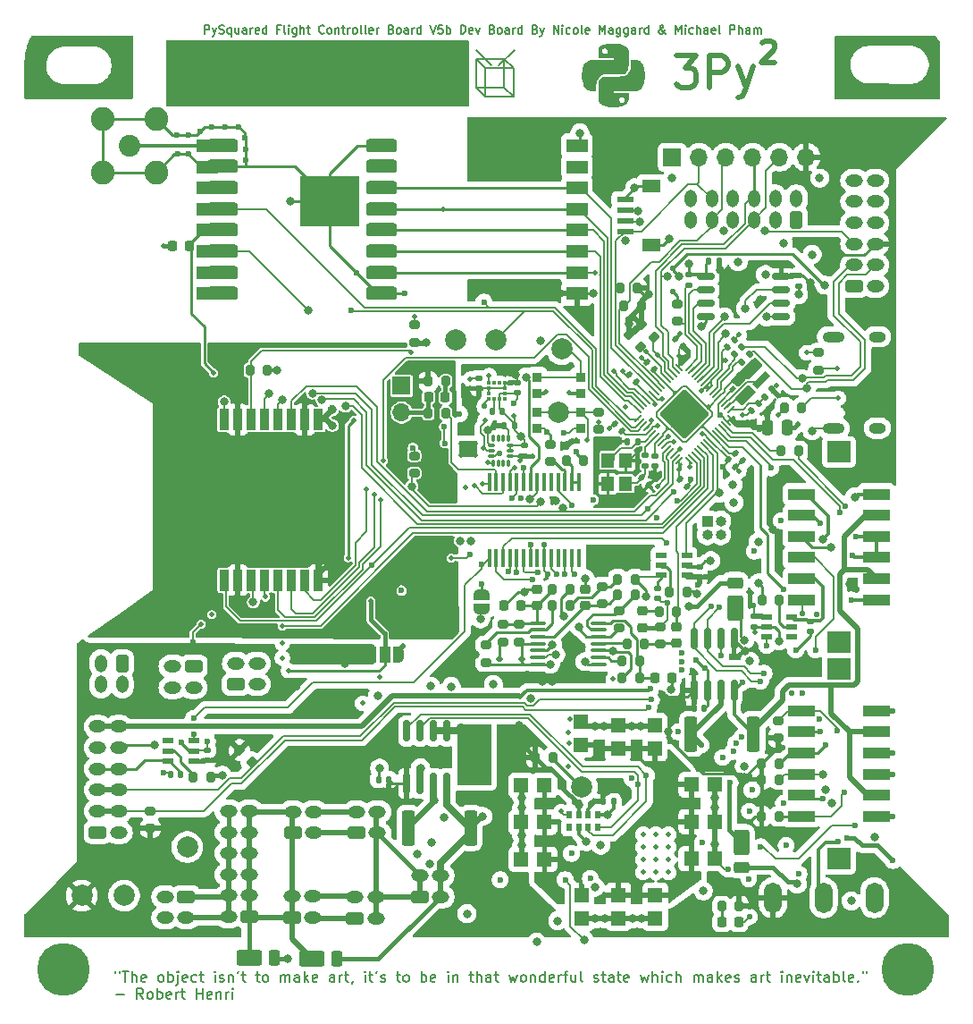
<source format=gbr>
%TF.GenerationSoftware,KiCad,Pcbnew,9.0.0*%
%TF.CreationDate,2025-05-20T19:59:45-07:00*%
%TF.ProjectId,FC_V5b,46435f56-3562-42e6-9b69-6361645f7063,rev?*%
%TF.SameCoordinates,Original*%
%TF.FileFunction,Copper,L1,Top*%
%TF.FilePolarity,Positive*%
%FSLAX46Y46*%
G04 Gerber Fmt 4.6, Leading zero omitted, Abs format (unit mm)*
G04 Created by KiCad (PCBNEW 9.0.0) date 2025-05-20 19:59:45*
%MOMM*%
%LPD*%
G01*
G04 APERTURE LIST*
G04 Aperture macros list*
%AMRoundRect*
0 Rectangle with rounded corners*
0 $1 Rounding radius*
0 $2 $3 $4 $5 $6 $7 $8 $9 X,Y pos of 4 corners*
0 Add a 4 corners polygon primitive as box body*
4,1,4,$2,$3,$4,$5,$6,$7,$8,$9,$2,$3,0*
0 Add four circle primitives for the rounded corners*
1,1,$1+$1,$2,$3*
1,1,$1+$1,$4,$5*
1,1,$1+$1,$6,$7*
1,1,$1+$1,$8,$9*
0 Add four rect primitives between the rounded corners*
20,1,$1+$1,$2,$3,$4,$5,0*
20,1,$1+$1,$4,$5,$6,$7,0*
20,1,$1+$1,$6,$7,$8,$9,0*
20,1,$1+$1,$8,$9,$2,$3,0*%
%AMRotRect*
0 Rectangle, with rotation*
0 The origin of the aperture is its center*
0 $1 length*
0 $2 width*
0 $3 Rotation angle, in degrees counterclockwise*
0 Add horizontal line*
21,1,$1,$2,0,0,$3*%
%AMFreePoly0*
4,1,23,0.550000,-0.750000,0.000000,-0.750000,0.000000,-0.745722,-0.065263,-0.745722,-0.191342,-0.711940,-0.304381,-0.646677,-0.396677,-0.554381,-0.461940,-0.441342,-0.495722,-0.315263,-0.495722,-0.250000,-0.500000,-0.250000,-0.500000,0.250000,-0.495722,0.250000,-0.495722,0.315263,-0.461940,0.441342,-0.396677,0.554381,-0.304381,0.646677,-0.191342,0.711940,-0.065263,0.745722,0.000000,0.745722,
0.000000,0.750000,0.550000,0.750000,0.550000,-0.750000,0.550000,-0.750000,$1*%
%AMFreePoly1*
4,1,23,0.000000,0.745722,0.065263,0.745722,0.191342,0.711940,0.304381,0.646677,0.396677,0.554381,0.461940,0.441342,0.495722,0.315263,0.495722,0.250000,0.500000,0.250000,0.500000,-0.250000,0.495722,-0.250000,0.495722,-0.315263,0.461940,-0.441342,0.396677,-0.554381,0.304381,-0.646677,0.191342,-0.711940,0.065263,-0.745722,0.000000,-0.745722,0.000000,-0.750000,-0.550000,-0.750000,
-0.550000,0.750000,0.000000,0.750000,0.000000,0.745722,0.000000,0.745722,$1*%
%AMFreePoly2*
4,1,23,0.500000,-0.750000,0.000000,-0.750000,0.000000,-0.745722,-0.065263,-0.745722,-0.191342,-0.711940,-0.304381,-0.646677,-0.396677,-0.554381,-0.461940,-0.441342,-0.495722,-0.315263,-0.495722,-0.250000,-0.500000,-0.250000,-0.500000,0.250000,-0.495722,0.250000,-0.495722,0.315263,-0.461940,0.441342,-0.396677,0.554381,-0.304381,0.646677,-0.191342,0.711940,-0.065263,0.745722,0.000000,0.745722,
0.000000,0.750000,0.500000,0.750000,0.500000,-0.750000,0.500000,-0.750000,$1*%
%AMFreePoly3*
4,1,23,0.000000,0.745722,0.065263,0.745722,0.191342,0.711940,0.304381,0.646677,0.396677,0.554381,0.461940,0.441342,0.495722,0.315263,0.495722,0.250000,0.500000,0.250000,0.500000,-0.250000,0.495722,-0.250000,0.495722,-0.315263,0.461940,-0.441342,0.396677,-0.554381,0.304381,-0.646677,0.191342,-0.711940,0.065263,-0.745722,0.000000,-0.745722,0.000000,-0.750000,-0.500000,-0.750000,
-0.500000,0.750000,0.000000,0.750000,0.000000,0.745722,0.000000,0.745722,$1*%
%AMFreePoly4*
4,1,18,-0.437500,0.050000,-0.433694,0.069134,-0.422856,0.085355,-0.406634,0.096194,-0.387500,0.100000,0.387500,0.100000,0.437500,0.050000,0.437500,-0.050000,0.433694,-0.069134,0.422856,-0.085355,0.406634,-0.096194,0.387500,-0.100000,-0.387500,-0.100000,-0.406634,-0.096194,-0.422856,-0.085355,-0.433694,-0.069134,-0.437500,-0.050000,-0.437500,0.050000,-0.437500,0.050000,$1*%
%AMFreePoly5*
4,1,18,-0.437500,0.050000,-0.433694,0.069134,-0.422856,0.085355,-0.406634,0.096194,-0.387500,0.100000,0.387500,0.100000,0.406634,0.096194,0.422856,0.085355,0.433694,0.069134,0.437500,0.050000,0.437500,-0.050000,0.387500,-0.100000,-0.387500,-0.100000,-0.406634,-0.096194,-0.422856,-0.085355,-0.433694,-0.069134,-0.437500,-0.050000,-0.437500,0.050000,-0.437500,0.050000,$1*%
%AMFreePoly6*
4,1,18,-0.100000,0.387500,-0.050000,0.437500,0.050000,0.437500,0.069134,0.433694,0.085355,0.422856,0.096194,0.406634,0.100000,0.387500,0.100000,-0.387500,0.096194,-0.406634,0.085355,-0.422856,0.069134,-0.433694,0.050000,-0.437500,-0.050000,-0.437500,-0.069134,-0.433694,-0.085355,-0.422856,-0.096194,-0.406634,-0.100000,-0.387500,-0.100000,0.387500,-0.100000,0.387500,$1*%
%AMFreePoly7*
4,1,18,-0.100000,0.387500,-0.096194,0.406634,-0.085355,0.422856,-0.069134,0.433694,-0.050000,0.437500,0.050000,0.437500,0.100000,0.387500,0.100000,-0.387500,0.096194,-0.406634,0.085355,-0.422856,0.069134,-0.433694,0.050000,-0.437500,-0.050000,-0.437500,-0.069134,-0.433694,-0.085355,-0.422856,-0.096194,-0.406634,-0.100000,-0.387500,-0.100000,0.387500,-0.100000,0.387500,$1*%
%AMFreePoly8*
4,1,18,-0.437500,0.050000,-0.433694,0.069134,-0.422856,0.085355,-0.406634,0.096194,-0.387500,0.100000,0.387500,0.100000,0.406634,0.096194,0.422856,0.085355,0.433694,0.069134,0.437500,0.050000,0.437500,-0.050000,0.433694,-0.069134,0.422856,-0.085355,0.406634,-0.096194,0.387500,-0.100000,-0.387500,-0.100000,-0.437500,-0.050000,-0.437500,0.050000,-0.437500,0.050000,$1*%
%AMFreePoly9*
4,1,18,-0.437500,0.050000,-0.387500,0.100000,0.387500,0.100000,0.406634,0.096194,0.422856,0.085355,0.433694,0.069134,0.437500,0.050000,0.437500,-0.050000,0.433694,-0.069134,0.422856,-0.085355,0.406634,-0.096194,0.387500,-0.100000,-0.387500,-0.100000,-0.406634,-0.096194,-0.422856,-0.085355,-0.433694,-0.069134,-0.437500,-0.050000,-0.437500,0.050000,-0.437500,0.050000,$1*%
%AMFreePoly10*
4,1,18,-0.100000,0.387500,-0.096194,0.406634,-0.085355,0.422856,-0.069134,0.433694,-0.050000,0.437500,0.050000,0.437500,0.069134,0.433694,0.085355,0.422856,0.096194,0.406634,0.100000,0.387500,0.100000,-0.387500,0.050000,-0.437500,-0.050000,-0.437500,-0.069134,-0.433694,-0.085355,-0.422856,-0.096194,-0.406634,-0.100000,-0.387500,-0.100000,0.387500,-0.100000,0.387500,$1*%
%AMFreePoly11*
4,1,18,-0.100000,0.387500,-0.096194,0.406634,-0.085355,0.422856,-0.069134,0.433694,-0.050000,0.437500,0.050000,0.437500,0.069134,0.433694,0.085355,0.422856,0.096194,0.406634,0.100000,0.387500,0.100000,-0.387500,0.096194,-0.406634,0.085355,-0.422856,0.069134,-0.433694,0.050000,-0.437500,-0.050000,-0.437500,-0.100000,-0.387500,-0.100000,0.387500,-0.100000,0.387500,$1*%
G04 Aperture macros list end*
%TA.AperFunction,NonConductor*%
%ADD10C,0.200000*%
%TD*%
%ADD11C,0.150000*%
%TA.AperFunction,NonConductor*%
%ADD12C,0.150000*%
%TD*%
%ADD13C,0.500000*%
%TA.AperFunction,NonConductor*%
%ADD14C,0.500000*%
%TD*%
%ADD15C,0.200000*%
%TA.AperFunction,EtchedComponent*%
%ADD16C,0.000000*%
%TD*%
%TA.AperFunction,ComponentPad*%
%ADD17RoundRect,0.250000X-0.575000X0.350000X-0.575000X-0.350000X0.575000X-0.350000X0.575000X0.350000X0*%
%TD*%
%TA.AperFunction,ComponentPad*%
%ADD18O,1.650000X1.200000*%
%TD*%
%TA.AperFunction,ComponentPad*%
%ADD19RoundRect,0.250000X0.575000X-0.350000X0.575000X0.350000X-0.575000X0.350000X-0.575000X-0.350000X0*%
%TD*%
%TA.AperFunction,SMDPad,CuDef*%
%ADD20R,0.900000X2.000000*%
%TD*%
%TA.AperFunction,SMDPad,CuDef*%
%ADD21R,1.000000X0.550000*%
%TD*%
%TA.AperFunction,SMDPad,CuDef*%
%ADD22RoundRect,0.162500X-0.650000X-0.162500X0.650000X-0.162500X0.650000X0.162500X-0.650000X0.162500X0*%
%TD*%
%TA.AperFunction,SMDPad,CuDef*%
%ADD23RoundRect,0.135000X0.035355X-0.226274X0.226274X-0.035355X-0.035355X0.226274X-0.226274X0.035355X0*%
%TD*%
%TA.AperFunction,SMDPad,CuDef*%
%ADD24RoundRect,0.135000X-0.035355X0.226274X-0.226274X0.035355X0.035355X-0.226274X0.226274X-0.035355X0*%
%TD*%
%TA.AperFunction,ComponentPad*%
%ADD25C,2.000000*%
%TD*%
%TA.AperFunction,ComponentPad*%
%ADD26C,2.050000*%
%TD*%
%TA.AperFunction,ComponentPad*%
%ADD27C,2.250000*%
%TD*%
%TA.AperFunction,SMDPad,CuDef*%
%ADD28RoundRect,0.135000X-0.185000X0.135000X-0.185000X-0.135000X0.185000X-0.135000X0.185000X0.135000X0*%
%TD*%
%TA.AperFunction,ComponentPad*%
%ADD29C,5.000000*%
%TD*%
%TA.AperFunction,SMDPad,CuDef*%
%ADD30RoundRect,0.140000X0.140000X0.170000X-0.140000X0.170000X-0.140000X-0.170000X0.140000X-0.170000X0*%
%TD*%
%TA.AperFunction,SMDPad,CuDef*%
%ADD31RoundRect,0.140000X-0.170000X0.140000X-0.170000X-0.140000X0.170000X-0.140000X0.170000X0.140000X0*%
%TD*%
%TA.AperFunction,SMDPad,CuDef*%
%ADD32R,1.400000X1.400000*%
%TD*%
%TA.AperFunction,SMDPad,CuDef*%
%ADD33RoundRect,0.200000X-0.200000X-0.275000X0.200000X-0.275000X0.200000X0.275000X-0.200000X0.275000X0*%
%TD*%
%TA.AperFunction,SMDPad,CuDef*%
%ADD34R,0.900000X0.900000*%
%TD*%
%TA.AperFunction,SMDPad,CuDef*%
%ADD35RoundRect,0.140000X-0.140000X-0.170000X0.140000X-0.170000X0.140000X0.170000X-0.140000X0.170000X0*%
%TD*%
%TA.AperFunction,SMDPad,CuDef*%
%ADD36FreePoly0,180.000000*%
%TD*%
%TA.AperFunction,SMDPad,CuDef*%
%ADD37R,1.000000X1.500000*%
%TD*%
%TA.AperFunction,SMDPad,CuDef*%
%ADD38FreePoly1,180.000000*%
%TD*%
%TA.AperFunction,SMDPad,CuDef*%
%ADD39RoundRect,0.140000X0.170000X-0.140000X0.170000X0.140000X-0.170000X0.140000X-0.170000X-0.140000X0*%
%TD*%
%TA.AperFunction,SMDPad,CuDef*%
%ADD40RoundRect,0.150000X-0.150000X0.825000X-0.150000X-0.825000X0.150000X-0.825000X0.150000X0.825000X0*%
%TD*%
%TA.AperFunction,SMDPad,CuDef*%
%ADD41RoundRect,0.225000X-0.225000X-0.250000X0.225000X-0.250000X0.225000X0.250000X-0.225000X0.250000X0*%
%TD*%
%TA.AperFunction,SMDPad,CuDef*%
%ADD42RoundRect,0.140000X0.219203X0.021213X0.021213X0.219203X-0.219203X-0.021213X-0.021213X-0.219203X0*%
%TD*%
%TA.AperFunction,SMDPad,CuDef*%
%ADD43RoundRect,0.200000X-0.275000X0.200000X-0.275000X-0.200000X0.275000X-0.200000X0.275000X0.200000X0*%
%TD*%
%TA.AperFunction,SMDPad,CuDef*%
%ADD44RoundRect,0.200000X0.200000X0.275000X-0.200000X0.275000X-0.200000X-0.275000X0.200000X-0.275000X0*%
%TD*%
%TA.AperFunction,SMDPad,CuDef*%
%ADD45RoundRect,0.218750X0.256250X-0.218750X0.256250X0.218750X-0.256250X0.218750X-0.256250X-0.218750X0*%
%TD*%
%TA.AperFunction,SMDPad,CuDef*%
%ADD46RotRect,0.700000X1.700000X315.000000*%
%TD*%
%TA.AperFunction,SMDPad,CuDef*%
%ADD47RoundRect,0.250000X0.950000X0.500000X-0.950000X0.500000X-0.950000X-0.500000X0.950000X-0.500000X0*%
%TD*%
%TA.AperFunction,SMDPad,CuDef*%
%ADD48RoundRect,0.250000X0.275000X0.500000X-0.275000X0.500000X-0.275000X-0.500000X0.275000X-0.500000X0*%
%TD*%
%TA.AperFunction,SMDPad,CuDef*%
%ADD49FreePoly2,90.000000*%
%TD*%
%TA.AperFunction,SMDPad,CuDef*%
%ADD50FreePoly3,90.000000*%
%TD*%
%TA.AperFunction,SMDPad,CuDef*%
%ADD51RoundRect,0.218750X0.218750X0.256250X-0.218750X0.256250X-0.218750X-0.256250X0.218750X-0.256250X0*%
%TD*%
%TA.AperFunction,SMDPad,CuDef*%
%ADD52RoundRect,0.200000X0.275000X-0.200000X0.275000X0.200000X-0.275000X0.200000X-0.275000X-0.200000X0*%
%TD*%
%TA.AperFunction,SMDPad,CuDef*%
%ADD53RoundRect,0.225000X-0.250000X0.225000X-0.250000X-0.225000X0.250000X-0.225000X0.250000X0.225000X0*%
%TD*%
%TA.AperFunction,SMDPad,CuDef*%
%ADD54RoundRect,0.250000X-0.250000X-0.475000X0.250000X-0.475000X0.250000X0.475000X-0.250000X0.475000X0*%
%TD*%
%TA.AperFunction,SMDPad,CuDef*%
%ADD55RoundRect,0.100000X0.637500X0.100000X-0.637500X0.100000X-0.637500X-0.100000X0.637500X-0.100000X0*%
%TD*%
%TA.AperFunction,SMDPad,CuDef*%
%ADD56R,2.000000X1.300000*%
%TD*%
%TA.AperFunction,SMDPad,CuDef*%
%ADD57R,5.699999X4.800001*%
%TD*%
%TA.AperFunction,SMDPad,CuDef*%
%ADD58R,1.550000X0.600000*%
%TD*%
%TA.AperFunction,SMDPad,CuDef*%
%ADD59R,1.800000X1.200000*%
%TD*%
%TA.AperFunction,SMDPad,CuDef*%
%ADD60RoundRect,0.140000X0.021213X-0.219203X0.219203X-0.021213X-0.021213X0.219203X-0.219203X0.021213X0*%
%TD*%
%TA.AperFunction,SMDPad,CuDef*%
%ADD61RoundRect,0.200000X0.335876X0.053033X0.053033X0.335876X-0.335876X-0.053033X-0.053033X-0.335876X0*%
%TD*%
%TA.AperFunction,SMDPad,CuDef*%
%ADD62RoundRect,0.087500X0.087500X-0.225000X0.087500X0.225000X-0.087500X0.225000X-0.087500X-0.225000X0*%
%TD*%
%TA.AperFunction,SMDPad,CuDef*%
%ADD63RoundRect,0.087500X0.225000X-0.087500X0.225000X0.087500X-0.225000X0.087500X-0.225000X-0.087500X0*%
%TD*%
%TA.AperFunction,SMDPad,CuDef*%
%ADD64RotRect,0.470000X0.530000X315.000000*%
%TD*%
%TA.AperFunction,SMDPad,CuDef*%
%ADD65RoundRect,0.135000X0.185000X-0.135000X0.185000X0.135000X-0.185000X0.135000X-0.185000X-0.135000X0*%
%TD*%
%TA.AperFunction,SMDPad,CuDef*%
%ADD66RoundRect,0.135000X0.135000X0.185000X-0.135000X0.185000X-0.135000X-0.185000X0.135000X-0.185000X0*%
%TD*%
%TA.AperFunction,SMDPad,CuDef*%
%ADD67RoundRect,0.140000X-0.219203X-0.021213X-0.021213X-0.219203X0.219203X0.021213X0.021213X0.219203X0*%
%TD*%
%TA.AperFunction,SMDPad,CuDef*%
%ADD68R,2.500000X1.100000*%
%TD*%
%TA.AperFunction,SMDPad,CuDef*%
%ADD69R,2.200000X2.000000*%
%TD*%
%TA.AperFunction,SMDPad,CuDef*%
%ADD70RoundRect,0.125000X-0.125000X0.125000X-0.125000X-0.125000X0.125000X-0.125000X0.125000X0.125000X0*%
%TD*%
%TA.AperFunction,SMDPad,CuDef*%
%ADD71FreePoly4,315.000000*%
%TD*%
%TA.AperFunction,SMDPad,CuDef*%
%ADD72RoundRect,0.050000X-0.309359X0.238649X0.238649X-0.309359X0.309359X-0.238649X-0.238649X0.309359X0*%
%TD*%
%TA.AperFunction,SMDPad,CuDef*%
%ADD73FreePoly5,315.000000*%
%TD*%
%TA.AperFunction,SMDPad,CuDef*%
%ADD74FreePoly6,315.000000*%
%TD*%
%TA.AperFunction,SMDPad,CuDef*%
%ADD75RoundRect,0.050000X-0.309359X-0.238649X-0.238649X-0.309359X0.309359X0.238649X0.238649X0.309359X0*%
%TD*%
%TA.AperFunction,SMDPad,CuDef*%
%ADD76FreePoly7,315.000000*%
%TD*%
%TA.AperFunction,SMDPad,CuDef*%
%ADD77FreePoly8,315.000000*%
%TD*%
%TA.AperFunction,SMDPad,CuDef*%
%ADD78FreePoly9,315.000000*%
%TD*%
%TA.AperFunction,SMDPad,CuDef*%
%ADD79FreePoly10,315.000000*%
%TD*%
%TA.AperFunction,SMDPad,CuDef*%
%ADD80FreePoly11,315.000000*%
%TD*%
%TA.AperFunction,ComponentPad*%
%ADD81C,0.600000*%
%TD*%
%TA.AperFunction,SMDPad,CuDef*%
%ADD82RoundRect,0.153000X0.000000X-2.187788X2.187788X0.000000X0.000000X2.187788X-2.187788X0.000000X0*%
%TD*%
%TA.AperFunction,SMDPad,CuDef*%
%ADD83RoundRect,0.250000X-0.500000X0.950000X-0.500000X-0.950000X0.500000X-0.950000X0.500000X0.950000X0*%
%TD*%
%TA.AperFunction,SMDPad,CuDef*%
%ADD84RoundRect,0.250000X-0.500000X0.275000X-0.500000X-0.275000X0.500000X-0.275000X0.500000X0.275000X0*%
%TD*%
%TA.AperFunction,SMDPad,CuDef*%
%ADD85RoundRect,0.225000X0.225000X0.250000X-0.225000X0.250000X-0.225000X-0.250000X0.225000X-0.250000X0*%
%TD*%
%TA.AperFunction,SMDPad,CuDef*%
%ADD86RoundRect,0.317500X1.157500X0.317500X-1.157500X0.317500X-1.157500X-0.317500X1.157500X-0.317500X0*%
%TD*%
%TA.AperFunction,SMDPad,CuDef*%
%ADD87RoundRect,0.250000X0.500000X-0.950000X0.500000X0.950000X-0.500000X0.950000X-0.500000X-0.950000X0*%
%TD*%
%TA.AperFunction,SMDPad,CuDef*%
%ADD88RoundRect,0.250000X0.500000X-0.275000X0.500000X0.275000X-0.500000X0.275000X-0.500000X-0.275000X0*%
%TD*%
%TA.AperFunction,SMDPad,CuDef*%
%ADD89RoundRect,0.250000X-0.362500X-1.425000X0.362500X-1.425000X0.362500X1.425000X-0.362500X1.425000X0*%
%TD*%
%TA.AperFunction,SMDPad,CuDef*%
%ADD90R,0.375000X0.350000*%
%TD*%
%TA.AperFunction,SMDPad,CuDef*%
%ADD91R,0.350000X0.375000*%
%TD*%
%TA.AperFunction,ComponentPad*%
%ADD92R,1.000000X1.000000*%
%TD*%
%TA.AperFunction,ComponentPad*%
%ADD93O,1.000000X1.000000*%
%TD*%
%TA.AperFunction,SMDPad,CuDef*%
%ADD94RoundRect,0.112500X0.187500X0.112500X-0.187500X0.112500X-0.187500X-0.112500X0.187500X-0.112500X0*%
%TD*%
%TA.AperFunction,SMDPad,CuDef*%
%ADD95RoundRect,0.140000X-0.021213X0.219203X-0.219203X0.021213X0.021213X-0.219203X0.219203X-0.021213X0*%
%TD*%
%TA.AperFunction,SMDPad,CuDef*%
%ADD96R,0.500000X0.800000*%
%TD*%
%TA.AperFunction,SMDPad,CuDef*%
%ADD97R,1.200000X1.400000*%
%TD*%
%TA.AperFunction,SMDPad,CuDef*%
%ADD98R,0.450000X1.750000*%
%TD*%
%TA.AperFunction,ComponentPad*%
%ADD99RoundRect,0.250000X0.350000X0.575000X-0.350000X0.575000X-0.350000X-0.575000X0.350000X-0.575000X0*%
%TD*%
%TA.AperFunction,ComponentPad*%
%ADD100O,1.200000X1.650000*%
%TD*%
%TA.AperFunction,ComponentPad*%
%ADD101R,1.700000X1.700000*%
%TD*%
%TA.AperFunction,ComponentPad*%
%ADD102O,1.700000X1.700000*%
%TD*%
%TA.AperFunction,ComponentPad*%
%ADD103C,0.500000*%
%TD*%
%TA.AperFunction,SMDPad,CuDef*%
%ADD104R,3.200000X5.800000*%
%TD*%
%TA.AperFunction,ComponentPad*%
%ADD105O,1.700000X2.900000*%
%TD*%
%TA.AperFunction,ComponentPad*%
%ADD106O,1.600000X1.000000*%
%TD*%
%TA.AperFunction,ComponentPad*%
%ADD107O,2.100000X1.000000*%
%TD*%
%TA.AperFunction,HeatsinkPad*%
%ADD108C,0.500000*%
%TD*%
%TA.AperFunction,HeatsinkPad*%
%ADD109R,1.800000X1.600000*%
%TD*%
%TA.AperFunction,ViaPad*%
%ADD110C,0.460000*%
%TD*%
%TA.AperFunction,ViaPad*%
%ADD111C,0.800000*%
%TD*%
%TA.AperFunction,ViaPad*%
%ADD112C,0.600000*%
%TD*%
%TA.AperFunction,ViaPad*%
%ADD113C,0.560000*%
%TD*%
%TA.AperFunction,Conductor*%
%ADD114C,0.400000*%
%TD*%
%TA.AperFunction,Conductor*%
%ADD115C,0.152400*%
%TD*%
%TA.AperFunction,Conductor*%
%ADD116C,0.250000*%
%TD*%
%TA.AperFunction,Conductor*%
%ADD117C,0.127000*%
%TD*%
%TA.AperFunction,Conductor*%
%ADD118C,0.500000*%
%TD*%
%TA.AperFunction,Conductor*%
%ADD119C,0.200000*%
%TD*%
%TA.AperFunction,Conductor*%
%ADD120C,0.635000*%
%TD*%
%TA.AperFunction,Conductor*%
%ADD121C,0.300000*%
%TD*%
%TA.AperFunction,Conductor*%
%ADD122C,0.342392*%
%TD*%
G04 APERTURE END LIST*
D10*
X187190000Y-55370000D02*
X186340000Y-54520000D01*
X189040000Y-51820000D02*
X189890000Y-52670000D01*
X187840000Y-52410000D02*
X186360000Y-50930000D01*
X186340000Y-54520000D02*
X189040000Y-54520000D01*
X187190000Y-52670000D02*
X187190000Y-55370000D01*
X189890000Y-52670000D02*
X187190000Y-52670000D01*
X189040000Y-51820000D02*
X186340000Y-51820000D01*
X188520000Y-52390000D02*
X189990000Y-50920000D01*
X189040000Y-54520000D02*
X189040000Y-51820000D01*
X186340000Y-54520000D02*
X186340000Y-51820000D01*
X186340000Y-51820000D02*
X187190000Y-52670000D01*
X187190000Y-55370000D02*
X189890000Y-55370000D01*
X189040000Y-54520000D02*
X189890000Y-55370000D01*
X189890000Y-55370000D02*
X189890000Y-52670000D01*
D11*
D12*
X152189160Y-138159875D02*
X152189160Y-138350351D01*
X152570112Y-138159875D02*
X152570112Y-138350351D01*
X152855827Y-138159875D02*
X153427255Y-138159875D01*
X153141541Y-139159875D02*
X153141541Y-138159875D01*
X153760589Y-139159875D02*
X153760589Y-138159875D01*
X154189160Y-139159875D02*
X154189160Y-138636065D01*
X154189160Y-138636065D02*
X154141541Y-138540827D01*
X154141541Y-138540827D02*
X154046303Y-138493208D01*
X154046303Y-138493208D02*
X153903446Y-138493208D01*
X153903446Y-138493208D02*
X153808208Y-138540827D01*
X153808208Y-138540827D02*
X153760589Y-138588446D01*
X155046303Y-139112256D02*
X154951065Y-139159875D01*
X154951065Y-139159875D02*
X154760589Y-139159875D01*
X154760589Y-139159875D02*
X154665351Y-139112256D01*
X154665351Y-139112256D02*
X154617732Y-139017017D01*
X154617732Y-139017017D02*
X154617732Y-138636065D01*
X154617732Y-138636065D02*
X154665351Y-138540827D01*
X154665351Y-138540827D02*
X154760589Y-138493208D01*
X154760589Y-138493208D02*
X154951065Y-138493208D01*
X154951065Y-138493208D02*
X155046303Y-138540827D01*
X155046303Y-138540827D02*
X155093922Y-138636065D01*
X155093922Y-138636065D02*
X155093922Y-138731303D01*
X155093922Y-138731303D02*
X154617732Y-138826541D01*
X156427256Y-139159875D02*
X156332018Y-139112256D01*
X156332018Y-139112256D02*
X156284399Y-139064636D01*
X156284399Y-139064636D02*
X156236780Y-138969398D01*
X156236780Y-138969398D02*
X156236780Y-138683684D01*
X156236780Y-138683684D02*
X156284399Y-138588446D01*
X156284399Y-138588446D02*
X156332018Y-138540827D01*
X156332018Y-138540827D02*
X156427256Y-138493208D01*
X156427256Y-138493208D02*
X156570113Y-138493208D01*
X156570113Y-138493208D02*
X156665351Y-138540827D01*
X156665351Y-138540827D02*
X156712970Y-138588446D01*
X156712970Y-138588446D02*
X156760589Y-138683684D01*
X156760589Y-138683684D02*
X156760589Y-138969398D01*
X156760589Y-138969398D02*
X156712970Y-139064636D01*
X156712970Y-139064636D02*
X156665351Y-139112256D01*
X156665351Y-139112256D02*
X156570113Y-139159875D01*
X156570113Y-139159875D02*
X156427256Y-139159875D01*
X157189161Y-139159875D02*
X157189161Y-138159875D01*
X157189161Y-138540827D02*
X157284399Y-138493208D01*
X157284399Y-138493208D02*
X157474875Y-138493208D01*
X157474875Y-138493208D02*
X157570113Y-138540827D01*
X157570113Y-138540827D02*
X157617732Y-138588446D01*
X157617732Y-138588446D02*
X157665351Y-138683684D01*
X157665351Y-138683684D02*
X157665351Y-138969398D01*
X157665351Y-138969398D02*
X157617732Y-139064636D01*
X157617732Y-139064636D02*
X157570113Y-139112256D01*
X157570113Y-139112256D02*
X157474875Y-139159875D01*
X157474875Y-139159875D02*
X157284399Y-139159875D01*
X157284399Y-139159875D02*
X157189161Y-139112256D01*
X158093923Y-138493208D02*
X158093923Y-139350351D01*
X158093923Y-139350351D02*
X158046304Y-139445589D01*
X158046304Y-139445589D02*
X157951066Y-139493208D01*
X157951066Y-139493208D02*
X157903447Y-139493208D01*
X158093923Y-138159875D02*
X158046304Y-138207494D01*
X158046304Y-138207494D02*
X158093923Y-138255113D01*
X158093923Y-138255113D02*
X158141542Y-138207494D01*
X158141542Y-138207494D02*
X158093923Y-138159875D01*
X158093923Y-138159875D02*
X158093923Y-138255113D01*
X158951065Y-139112256D02*
X158855827Y-139159875D01*
X158855827Y-139159875D02*
X158665351Y-139159875D01*
X158665351Y-139159875D02*
X158570113Y-139112256D01*
X158570113Y-139112256D02*
X158522494Y-139017017D01*
X158522494Y-139017017D02*
X158522494Y-138636065D01*
X158522494Y-138636065D02*
X158570113Y-138540827D01*
X158570113Y-138540827D02*
X158665351Y-138493208D01*
X158665351Y-138493208D02*
X158855827Y-138493208D01*
X158855827Y-138493208D02*
X158951065Y-138540827D01*
X158951065Y-138540827D02*
X158998684Y-138636065D01*
X158998684Y-138636065D02*
X158998684Y-138731303D01*
X158998684Y-138731303D02*
X158522494Y-138826541D01*
X159855827Y-139112256D02*
X159760589Y-139159875D01*
X159760589Y-139159875D02*
X159570113Y-139159875D01*
X159570113Y-139159875D02*
X159474875Y-139112256D01*
X159474875Y-139112256D02*
X159427256Y-139064636D01*
X159427256Y-139064636D02*
X159379637Y-138969398D01*
X159379637Y-138969398D02*
X159379637Y-138683684D01*
X159379637Y-138683684D02*
X159427256Y-138588446D01*
X159427256Y-138588446D02*
X159474875Y-138540827D01*
X159474875Y-138540827D02*
X159570113Y-138493208D01*
X159570113Y-138493208D02*
X159760589Y-138493208D01*
X159760589Y-138493208D02*
X159855827Y-138540827D01*
X160141542Y-138493208D02*
X160522494Y-138493208D01*
X160284399Y-138159875D02*
X160284399Y-139017017D01*
X160284399Y-139017017D02*
X160332018Y-139112256D01*
X160332018Y-139112256D02*
X160427256Y-139159875D01*
X160427256Y-139159875D02*
X160522494Y-139159875D01*
X161617733Y-139159875D02*
X161617733Y-138493208D01*
X161617733Y-138159875D02*
X161570114Y-138207494D01*
X161570114Y-138207494D02*
X161617733Y-138255113D01*
X161617733Y-138255113D02*
X161665352Y-138207494D01*
X161665352Y-138207494D02*
X161617733Y-138159875D01*
X161617733Y-138159875D02*
X161617733Y-138255113D01*
X162046304Y-139112256D02*
X162141542Y-139159875D01*
X162141542Y-139159875D02*
X162332018Y-139159875D01*
X162332018Y-139159875D02*
X162427256Y-139112256D01*
X162427256Y-139112256D02*
X162474875Y-139017017D01*
X162474875Y-139017017D02*
X162474875Y-138969398D01*
X162474875Y-138969398D02*
X162427256Y-138874160D01*
X162427256Y-138874160D02*
X162332018Y-138826541D01*
X162332018Y-138826541D02*
X162189161Y-138826541D01*
X162189161Y-138826541D02*
X162093923Y-138778922D01*
X162093923Y-138778922D02*
X162046304Y-138683684D01*
X162046304Y-138683684D02*
X162046304Y-138636065D01*
X162046304Y-138636065D02*
X162093923Y-138540827D01*
X162093923Y-138540827D02*
X162189161Y-138493208D01*
X162189161Y-138493208D02*
X162332018Y-138493208D01*
X162332018Y-138493208D02*
X162427256Y-138540827D01*
X162903447Y-138493208D02*
X162903447Y-139159875D01*
X162903447Y-138588446D02*
X162951066Y-138540827D01*
X162951066Y-138540827D02*
X163046304Y-138493208D01*
X163046304Y-138493208D02*
X163189161Y-138493208D01*
X163189161Y-138493208D02*
X163284399Y-138540827D01*
X163284399Y-138540827D02*
X163332018Y-138636065D01*
X163332018Y-138636065D02*
X163332018Y-139159875D01*
X163855828Y-138159875D02*
X163760590Y-138350351D01*
X164141542Y-138493208D02*
X164522494Y-138493208D01*
X164284399Y-138159875D02*
X164284399Y-139017017D01*
X164284399Y-139017017D02*
X164332018Y-139112256D01*
X164332018Y-139112256D02*
X164427256Y-139159875D01*
X164427256Y-139159875D02*
X164522494Y-139159875D01*
X165474876Y-138493208D02*
X165855828Y-138493208D01*
X165617733Y-138159875D02*
X165617733Y-139017017D01*
X165617733Y-139017017D02*
X165665352Y-139112256D01*
X165665352Y-139112256D02*
X165760590Y-139159875D01*
X165760590Y-139159875D02*
X165855828Y-139159875D01*
X166332019Y-139159875D02*
X166236781Y-139112256D01*
X166236781Y-139112256D02*
X166189162Y-139064636D01*
X166189162Y-139064636D02*
X166141543Y-138969398D01*
X166141543Y-138969398D02*
X166141543Y-138683684D01*
X166141543Y-138683684D02*
X166189162Y-138588446D01*
X166189162Y-138588446D02*
X166236781Y-138540827D01*
X166236781Y-138540827D02*
X166332019Y-138493208D01*
X166332019Y-138493208D02*
X166474876Y-138493208D01*
X166474876Y-138493208D02*
X166570114Y-138540827D01*
X166570114Y-138540827D02*
X166617733Y-138588446D01*
X166617733Y-138588446D02*
X166665352Y-138683684D01*
X166665352Y-138683684D02*
X166665352Y-138969398D01*
X166665352Y-138969398D02*
X166617733Y-139064636D01*
X166617733Y-139064636D02*
X166570114Y-139112256D01*
X166570114Y-139112256D02*
X166474876Y-139159875D01*
X166474876Y-139159875D02*
X166332019Y-139159875D01*
X167855829Y-139159875D02*
X167855829Y-138493208D01*
X167855829Y-138588446D02*
X167903448Y-138540827D01*
X167903448Y-138540827D02*
X167998686Y-138493208D01*
X167998686Y-138493208D02*
X168141543Y-138493208D01*
X168141543Y-138493208D02*
X168236781Y-138540827D01*
X168236781Y-138540827D02*
X168284400Y-138636065D01*
X168284400Y-138636065D02*
X168284400Y-139159875D01*
X168284400Y-138636065D02*
X168332019Y-138540827D01*
X168332019Y-138540827D02*
X168427257Y-138493208D01*
X168427257Y-138493208D02*
X168570114Y-138493208D01*
X168570114Y-138493208D02*
X168665353Y-138540827D01*
X168665353Y-138540827D02*
X168712972Y-138636065D01*
X168712972Y-138636065D02*
X168712972Y-139159875D01*
X169617733Y-139159875D02*
X169617733Y-138636065D01*
X169617733Y-138636065D02*
X169570114Y-138540827D01*
X169570114Y-138540827D02*
X169474876Y-138493208D01*
X169474876Y-138493208D02*
X169284400Y-138493208D01*
X169284400Y-138493208D02*
X169189162Y-138540827D01*
X169617733Y-139112256D02*
X169522495Y-139159875D01*
X169522495Y-139159875D02*
X169284400Y-139159875D01*
X169284400Y-139159875D02*
X169189162Y-139112256D01*
X169189162Y-139112256D02*
X169141543Y-139017017D01*
X169141543Y-139017017D02*
X169141543Y-138921779D01*
X169141543Y-138921779D02*
X169189162Y-138826541D01*
X169189162Y-138826541D02*
X169284400Y-138778922D01*
X169284400Y-138778922D02*
X169522495Y-138778922D01*
X169522495Y-138778922D02*
X169617733Y-138731303D01*
X170093924Y-139159875D02*
X170093924Y-138159875D01*
X170189162Y-138778922D02*
X170474876Y-139159875D01*
X170474876Y-138493208D02*
X170093924Y-138874160D01*
X171284400Y-139112256D02*
X171189162Y-139159875D01*
X171189162Y-139159875D02*
X170998686Y-139159875D01*
X170998686Y-139159875D02*
X170903448Y-139112256D01*
X170903448Y-139112256D02*
X170855829Y-139017017D01*
X170855829Y-139017017D02*
X170855829Y-138636065D01*
X170855829Y-138636065D02*
X170903448Y-138540827D01*
X170903448Y-138540827D02*
X170998686Y-138493208D01*
X170998686Y-138493208D02*
X171189162Y-138493208D01*
X171189162Y-138493208D02*
X171284400Y-138540827D01*
X171284400Y-138540827D02*
X171332019Y-138636065D01*
X171332019Y-138636065D02*
X171332019Y-138731303D01*
X171332019Y-138731303D02*
X170855829Y-138826541D01*
X172951067Y-139159875D02*
X172951067Y-138636065D01*
X172951067Y-138636065D02*
X172903448Y-138540827D01*
X172903448Y-138540827D02*
X172808210Y-138493208D01*
X172808210Y-138493208D02*
X172617734Y-138493208D01*
X172617734Y-138493208D02*
X172522496Y-138540827D01*
X172951067Y-139112256D02*
X172855829Y-139159875D01*
X172855829Y-139159875D02*
X172617734Y-139159875D01*
X172617734Y-139159875D02*
X172522496Y-139112256D01*
X172522496Y-139112256D02*
X172474877Y-139017017D01*
X172474877Y-139017017D02*
X172474877Y-138921779D01*
X172474877Y-138921779D02*
X172522496Y-138826541D01*
X172522496Y-138826541D02*
X172617734Y-138778922D01*
X172617734Y-138778922D02*
X172855829Y-138778922D01*
X172855829Y-138778922D02*
X172951067Y-138731303D01*
X173427258Y-139159875D02*
X173427258Y-138493208D01*
X173427258Y-138683684D02*
X173474877Y-138588446D01*
X173474877Y-138588446D02*
X173522496Y-138540827D01*
X173522496Y-138540827D02*
X173617734Y-138493208D01*
X173617734Y-138493208D02*
X173712972Y-138493208D01*
X173903449Y-138493208D02*
X174284401Y-138493208D01*
X174046306Y-138159875D02*
X174046306Y-139017017D01*
X174046306Y-139017017D02*
X174093925Y-139112256D01*
X174093925Y-139112256D02*
X174189163Y-139159875D01*
X174189163Y-139159875D02*
X174284401Y-139159875D01*
X174665354Y-139112256D02*
X174665354Y-139159875D01*
X174665354Y-139159875D02*
X174617735Y-139255113D01*
X174617735Y-139255113D02*
X174570116Y-139302732D01*
X175855830Y-139159875D02*
X175855830Y-138493208D01*
X175855830Y-138159875D02*
X175808211Y-138207494D01*
X175808211Y-138207494D02*
X175855830Y-138255113D01*
X175855830Y-138255113D02*
X175903449Y-138207494D01*
X175903449Y-138207494D02*
X175855830Y-138159875D01*
X175855830Y-138159875D02*
X175855830Y-138255113D01*
X176189163Y-138493208D02*
X176570115Y-138493208D01*
X176332020Y-138159875D02*
X176332020Y-139017017D01*
X176332020Y-139017017D02*
X176379639Y-139112256D01*
X176379639Y-139112256D02*
X176474877Y-139159875D01*
X176474877Y-139159875D02*
X176570115Y-139159875D01*
X176951068Y-138159875D02*
X176855830Y-138350351D01*
X177332020Y-139112256D02*
X177427258Y-139159875D01*
X177427258Y-139159875D02*
X177617734Y-139159875D01*
X177617734Y-139159875D02*
X177712972Y-139112256D01*
X177712972Y-139112256D02*
X177760591Y-139017017D01*
X177760591Y-139017017D02*
X177760591Y-138969398D01*
X177760591Y-138969398D02*
X177712972Y-138874160D01*
X177712972Y-138874160D02*
X177617734Y-138826541D01*
X177617734Y-138826541D02*
X177474877Y-138826541D01*
X177474877Y-138826541D02*
X177379639Y-138778922D01*
X177379639Y-138778922D02*
X177332020Y-138683684D01*
X177332020Y-138683684D02*
X177332020Y-138636065D01*
X177332020Y-138636065D02*
X177379639Y-138540827D01*
X177379639Y-138540827D02*
X177474877Y-138493208D01*
X177474877Y-138493208D02*
X177617734Y-138493208D01*
X177617734Y-138493208D02*
X177712972Y-138540827D01*
X178808211Y-138493208D02*
X179189163Y-138493208D01*
X178951068Y-138159875D02*
X178951068Y-139017017D01*
X178951068Y-139017017D02*
X178998687Y-139112256D01*
X178998687Y-139112256D02*
X179093925Y-139159875D01*
X179093925Y-139159875D02*
X179189163Y-139159875D01*
X179665354Y-139159875D02*
X179570116Y-139112256D01*
X179570116Y-139112256D02*
X179522497Y-139064636D01*
X179522497Y-139064636D02*
X179474878Y-138969398D01*
X179474878Y-138969398D02*
X179474878Y-138683684D01*
X179474878Y-138683684D02*
X179522497Y-138588446D01*
X179522497Y-138588446D02*
X179570116Y-138540827D01*
X179570116Y-138540827D02*
X179665354Y-138493208D01*
X179665354Y-138493208D02*
X179808211Y-138493208D01*
X179808211Y-138493208D02*
X179903449Y-138540827D01*
X179903449Y-138540827D02*
X179951068Y-138588446D01*
X179951068Y-138588446D02*
X179998687Y-138683684D01*
X179998687Y-138683684D02*
X179998687Y-138969398D01*
X179998687Y-138969398D02*
X179951068Y-139064636D01*
X179951068Y-139064636D02*
X179903449Y-139112256D01*
X179903449Y-139112256D02*
X179808211Y-139159875D01*
X179808211Y-139159875D02*
X179665354Y-139159875D01*
X181189164Y-139159875D02*
X181189164Y-138159875D01*
X181189164Y-138540827D02*
X181284402Y-138493208D01*
X181284402Y-138493208D02*
X181474878Y-138493208D01*
X181474878Y-138493208D02*
X181570116Y-138540827D01*
X181570116Y-138540827D02*
X181617735Y-138588446D01*
X181617735Y-138588446D02*
X181665354Y-138683684D01*
X181665354Y-138683684D02*
X181665354Y-138969398D01*
X181665354Y-138969398D02*
X181617735Y-139064636D01*
X181617735Y-139064636D02*
X181570116Y-139112256D01*
X181570116Y-139112256D02*
X181474878Y-139159875D01*
X181474878Y-139159875D02*
X181284402Y-139159875D01*
X181284402Y-139159875D02*
X181189164Y-139112256D01*
X182474878Y-139112256D02*
X182379640Y-139159875D01*
X182379640Y-139159875D02*
X182189164Y-139159875D01*
X182189164Y-139159875D02*
X182093926Y-139112256D01*
X182093926Y-139112256D02*
X182046307Y-139017017D01*
X182046307Y-139017017D02*
X182046307Y-138636065D01*
X182046307Y-138636065D02*
X182093926Y-138540827D01*
X182093926Y-138540827D02*
X182189164Y-138493208D01*
X182189164Y-138493208D02*
X182379640Y-138493208D01*
X182379640Y-138493208D02*
X182474878Y-138540827D01*
X182474878Y-138540827D02*
X182522497Y-138636065D01*
X182522497Y-138636065D02*
X182522497Y-138731303D01*
X182522497Y-138731303D02*
X182046307Y-138826541D01*
X183712974Y-139159875D02*
X183712974Y-138493208D01*
X183712974Y-138159875D02*
X183665355Y-138207494D01*
X183665355Y-138207494D02*
X183712974Y-138255113D01*
X183712974Y-138255113D02*
X183760593Y-138207494D01*
X183760593Y-138207494D02*
X183712974Y-138159875D01*
X183712974Y-138159875D02*
X183712974Y-138255113D01*
X184189164Y-138493208D02*
X184189164Y-139159875D01*
X184189164Y-138588446D02*
X184236783Y-138540827D01*
X184236783Y-138540827D02*
X184332021Y-138493208D01*
X184332021Y-138493208D02*
X184474878Y-138493208D01*
X184474878Y-138493208D02*
X184570116Y-138540827D01*
X184570116Y-138540827D02*
X184617735Y-138636065D01*
X184617735Y-138636065D02*
X184617735Y-139159875D01*
X185712974Y-138493208D02*
X186093926Y-138493208D01*
X185855831Y-138159875D02*
X185855831Y-139017017D01*
X185855831Y-139017017D02*
X185903450Y-139112256D01*
X185903450Y-139112256D02*
X185998688Y-139159875D01*
X185998688Y-139159875D02*
X186093926Y-139159875D01*
X186427260Y-139159875D02*
X186427260Y-138159875D01*
X186855831Y-139159875D02*
X186855831Y-138636065D01*
X186855831Y-138636065D02*
X186808212Y-138540827D01*
X186808212Y-138540827D02*
X186712974Y-138493208D01*
X186712974Y-138493208D02*
X186570117Y-138493208D01*
X186570117Y-138493208D02*
X186474879Y-138540827D01*
X186474879Y-138540827D02*
X186427260Y-138588446D01*
X187760593Y-139159875D02*
X187760593Y-138636065D01*
X187760593Y-138636065D02*
X187712974Y-138540827D01*
X187712974Y-138540827D02*
X187617736Y-138493208D01*
X187617736Y-138493208D02*
X187427260Y-138493208D01*
X187427260Y-138493208D02*
X187332022Y-138540827D01*
X187760593Y-139112256D02*
X187665355Y-139159875D01*
X187665355Y-139159875D02*
X187427260Y-139159875D01*
X187427260Y-139159875D02*
X187332022Y-139112256D01*
X187332022Y-139112256D02*
X187284403Y-139017017D01*
X187284403Y-139017017D02*
X187284403Y-138921779D01*
X187284403Y-138921779D02*
X187332022Y-138826541D01*
X187332022Y-138826541D02*
X187427260Y-138778922D01*
X187427260Y-138778922D02*
X187665355Y-138778922D01*
X187665355Y-138778922D02*
X187760593Y-138731303D01*
X188093927Y-138493208D02*
X188474879Y-138493208D01*
X188236784Y-138159875D02*
X188236784Y-139017017D01*
X188236784Y-139017017D02*
X188284403Y-139112256D01*
X188284403Y-139112256D02*
X188379641Y-139159875D01*
X188379641Y-139159875D02*
X188474879Y-139159875D01*
X189474880Y-138493208D02*
X189665356Y-139159875D01*
X189665356Y-139159875D02*
X189855832Y-138683684D01*
X189855832Y-138683684D02*
X190046308Y-139159875D01*
X190046308Y-139159875D02*
X190236784Y-138493208D01*
X190760594Y-139159875D02*
X190665356Y-139112256D01*
X190665356Y-139112256D02*
X190617737Y-139064636D01*
X190617737Y-139064636D02*
X190570118Y-138969398D01*
X190570118Y-138969398D02*
X190570118Y-138683684D01*
X190570118Y-138683684D02*
X190617737Y-138588446D01*
X190617737Y-138588446D02*
X190665356Y-138540827D01*
X190665356Y-138540827D02*
X190760594Y-138493208D01*
X190760594Y-138493208D02*
X190903451Y-138493208D01*
X190903451Y-138493208D02*
X190998689Y-138540827D01*
X190998689Y-138540827D02*
X191046308Y-138588446D01*
X191046308Y-138588446D02*
X191093927Y-138683684D01*
X191093927Y-138683684D02*
X191093927Y-138969398D01*
X191093927Y-138969398D02*
X191046308Y-139064636D01*
X191046308Y-139064636D02*
X190998689Y-139112256D01*
X190998689Y-139112256D02*
X190903451Y-139159875D01*
X190903451Y-139159875D02*
X190760594Y-139159875D01*
X191522499Y-138493208D02*
X191522499Y-139159875D01*
X191522499Y-138588446D02*
X191570118Y-138540827D01*
X191570118Y-138540827D02*
X191665356Y-138493208D01*
X191665356Y-138493208D02*
X191808213Y-138493208D01*
X191808213Y-138493208D02*
X191903451Y-138540827D01*
X191903451Y-138540827D02*
X191951070Y-138636065D01*
X191951070Y-138636065D02*
X191951070Y-139159875D01*
X192855832Y-139159875D02*
X192855832Y-138159875D01*
X192855832Y-139112256D02*
X192760594Y-139159875D01*
X192760594Y-139159875D02*
X192570118Y-139159875D01*
X192570118Y-139159875D02*
X192474880Y-139112256D01*
X192474880Y-139112256D02*
X192427261Y-139064636D01*
X192427261Y-139064636D02*
X192379642Y-138969398D01*
X192379642Y-138969398D02*
X192379642Y-138683684D01*
X192379642Y-138683684D02*
X192427261Y-138588446D01*
X192427261Y-138588446D02*
X192474880Y-138540827D01*
X192474880Y-138540827D02*
X192570118Y-138493208D01*
X192570118Y-138493208D02*
X192760594Y-138493208D01*
X192760594Y-138493208D02*
X192855832Y-138540827D01*
X193712975Y-139112256D02*
X193617737Y-139159875D01*
X193617737Y-139159875D02*
X193427261Y-139159875D01*
X193427261Y-139159875D02*
X193332023Y-139112256D01*
X193332023Y-139112256D02*
X193284404Y-139017017D01*
X193284404Y-139017017D02*
X193284404Y-138636065D01*
X193284404Y-138636065D02*
X193332023Y-138540827D01*
X193332023Y-138540827D02*
X193427261Y-138493208D01*
X193427261Y-138493208D02*
X193617737Y-138493208D01*
X193617737Y-138493208D02*
X193712975Y-138540827D01*
X193712975Y-138540827D02*
X193760594Y-138636065D01*
X193760594Y-138636065D02*
X193760594Y-138731303D01*
X193760594Y-138731303D02*
X193284404Y-138826541D01*
X194189166Y-139159875D02*
X194189166Y-138493208D01*
X194189166Y-138683684D02*
X194236785Y-138588446D01*
X194236785Y-138588446D02*
X194284404Y-138540827D01*
X194284404Y-138540827D02*
X194379642Y-138493208D01*
X194379642Y-138493208D02*
X194474880Y-138493208D01*
X194665357Y-138493208D02*
X195046309Y-138493208D01*
X194808214Y-139159875D02*
X194808214Y-138302732D01*
X194808214Y-138302732D02*
X194855833Y-138207494D01*
X194855833Y-138207494D02*
X194951071Y-138159875D01*
X194951071Y-138159875D02*
X195046309Y-138159875D01*
X195808214Y-138493208D02*
X195808214Y-139159875D01*
X195379643Y-138493208D02*
X195379643Y-139017017D01*
X195379643Y-139017017D02*
X195427262Y-139112256D01*
X195427262Y-139112256D02*
X195522500Y-139159875D01*
X195522500Y-139159875D02*
X195665357Y-139159875D01*
X195665357Y-139159875D02*
X195760595Y-139112256D01*
X195760595Y-139112256D02*
X195808214Y-139064636D01*
X196427262Y-139159875D02*
X196332024Y-139112256D01*
X196332024Y-139112256D02*
X196284405Y-139017017D01*
X196284405Y-139017017D02*
X196284405Y-138159875D01*
X197522501Y-139112256D02*
X197617739Y-139159875D01*
X197617739Y-139159875D02*
X197808215Y-139159875D01*
X197808215Y-139159875D02*
X197903453Y-139112256D01*
X197903453Y-139112256D02*
X197951072Y-139017017D01*
X197951072Y-139017017D02*
X197951072Y-138969398D01*
X197951072Y-138969398D02*
X197903453Y-138874160D01*
X197903453Y-138874160D02*
X197808215Y-138826541D01*
X197808215Y-138826541D02*
X197665358Y-138826541D01*
X197665358Y-138826541D02*
X197570120Y-138778922D01*
X197570120Y-138778922D02*
X197522501Y-138683684D01*
X197522501Y-138683684D02*
X197522501Y-138636065D01*
X197522501Y-138636065D02*
X197570120Y-138540827D01*
X197570120Y-138540827D02*
X197665358Y-138493208D01*
X197665358Y-138493208D02*
X197808215Y-138493208D01*
X197808215Y-138493208D02*
X197903453Y-138540827D01*
X198236787Y-138493208D02*
X198617739Y-138493208D01*
X198379644Y-138159875D02*
X198379644Y-139017017D01*
X198379644Y-139017017D02*
X198427263Y-139112256D01*
X198427263Y-139112256D02*
X198522501Y-139159875D01*
X198522501Y-139159875D02*
X198617739Y-139159875D01*
X199379644Y-139159875D02*
X199379644Y-138636065D01*
X199379644Y-138636065D02*
X199332025Y-138540827D01*
X199332025Y-138540827D02*
X199236787Y-138493208D01*
X199236787Y-138493208D02*
X199046311Y-138493208D01*
X199046311Y-138493208D02*
X198951073Y-138540827D01*
X199379644Y-139112256D02*
X199284406Y-139159875D01*
X199284406Y-139159875D02*
X199046311Y-139159875D01*
X199046311Y-139159875D02*
X198951073Y-139112256D01*
X198951073Y-139112256D02*
X198903454Y-139017017D01*
X198903454Y-139017017D02*
X198903454Y-138921779D01*
X198903454Y-138921779D02*
X198951073Y-138826541D01*
X198951073Y-138826541D02*
X199046311Y-138778922D01*
X199046311Y-138778922D02*
X199284406Y-138778922D01*
X199284406Y-138778922D02*
X199379644Y-138731303D01*
X199712978Y-138493208D02*
X200093930Y-138493208D01*
X199855835Y-138159875D02*
X199855835Y-139017017D01*
X199855835Y-139017017D02*
X199903454Y-139112256D01*
X199903454Y-139112256D02*
X199998692Y-139159875D01*
X199998692Y-139159875D02*
X200093930Y-139159875D01*
X200808216Y-139112256D02*
X200712978Y-139159875D01*
X200712978Y-139159875D02*
X200522502Y-139159875D01*
X200522502Y-139159875D02*
X200427264Y-139112256D01*
X200427264Y-139112256D02*
X200379645Y-139017017D01*
X200379645Y-139017017D02*
X200379645Y-138636065D01*
X200379645Y-138636065D02*
X200427264Y-138540827D01*
X200427264Y-138540827D02*
X200522502Y-138493208D01*
X200522502Y-138493208D02*
X200712978Y-138493208D01*
X200712978Y-138493208D02*
X200808216Y-138540827D01*
X200808216Y-138540827D02*
X200855835Y-138636065D01*
X200855835Y-138636065D02*
X200855835Y-138731303D01*
X200855835Y-138731303D02*
X200379645Y-138826541D01*
X201951074Y-138493208D02*
X202141550Y-139159875D01*
X202141550Y-139159875D02*
X202332026Y-138683684D01*
X202332026Y-138683684D02*
X202522502Y-139159875D01*
X202522502Y-139159875D02*
X202712978Y-138493208D01*
X203093931Y-139159875D02*
X203093931Y-138159875D01*
X203522502Y-139159875D02*
X203522502Y-138636065D01*
X203522502Y-138636065D02*
X203474883Y-138540827D01*
X203474883Y-138540827D02*
X203379645Y-138493208D01*
X203379645Y-138493208D02*
X203236788Y-138493208D01*
X203236788Y-138493208D02*
X203141550Y-138540827D01*
X203141550Y-138540827D02*
X203093931Y-138588446D01*
X203998693Y-139159875D02*
X203998693Y-138493208D01*
X203998693Y-138159875D02*
X203951074Y-138207494D01*
X203951074Y-138207494D02*
X203998693Y-138255113D01*
X203998693Y-138255113D02*
X204046312Y-138207494D01*
X204046312Y-138207494D02*
X203998693Y-138159875D01*
X203998693Y-138159875D02*
X203998693Y-138255113D01*
X204903454Y-139112256D02*
X204808216Y-139159875D01*
X204808216Y-139159875D02*
X204617740Y-139159875D01*
X204617740Y-139159875D02*
X204522502Y-139112256D01*
X204522502Y-139112256D02*
X204474883Y-139064636D01*
X204474883Y-139064636D02*
X204427264Y-138969398D01*
X204427264Y-138969398D02*
X204427264Y-138683684D01*
X204427264Y-138683684D02*
X204474883Y-138588446D01*
X204474883Y-138588446D02*
X204522502Y-138540827D01*
X204522502Y-138540827D02*
X204617740Y-138493208D01*
X204617740Y-138493208D02*
X204808216Y-138493208D01*
X204808216Y-138493208D02*
X204903454Y-138540827D01*
X205332026Y-139159875D02*
X205332026Y-138159875D01*
X205760597Y-139159875D02*
X205760597Y-138636065D01*
X205760597Y-138636065D02*
X205712978Y-138540827D01*
X205712978Y-138540827D02*
X205617740Y-138493208D01*
X205617740Y-138493208D02*
X205474883Y-138493208D01*
X205474883Y-138493208D02*
X205379645Y-138540827D01*
X205379645Y-138540827D02*
X205332026Y-138588446D01*
X206998693Y-139159875D02*
X206998693Y-138493208D01*
X206998693Y-138588446D02*
X207046312Y-138540827D01*
X207046312Y-138540827D02*
X207141550Y-138493208D01*
X207141550Y-138493208D02*
X207284407Y-138493208D01*
X207284407Y-138493208D02*
X207379645Y-138540827D01*
X207379645Y-138540827D02*
X207427264Y-138636065D01*
X207427264Y-138636065D02*
X207427264Y-139159875D01*
X207427264Y-138636065D02*
X207474883Y-138540827D01*
X207474883Y-138540827D02*
X207570121Y-138493208D01*
X207570121Y-138493208D02*
X207712978Y-138493208D01*
X207712978Y-138493208D02*
X207808217Y-138540827D01*
X207808217Y-138540827D02*
X207855836Y-138636065D01*
X207855836Y-138636065D02*
X207855836Y-139159875D01*
X208760597Y-139159875D02*
X208760597Y-138636065D01*
X208760597Y-138636065D02*
X208712978Y-138540827D01*
X208712978Y-138540827D02*
X208617740Y-138493208D01*
X208617740Y-138493208D02*
X208427264Y-138493208D01*
X208427264Y-138493208D02*
X208332026Y-138540827D01*
X208760597Y-139112256D02*
X208665359Y-139159875D01*
X208665359Y-139159875D02*
X208427264Y-139159875D01*
X208427264Y-139159875D02*
X208332026Y-139112256D01*
X208332026Y-139112256D02*
X208284407Y-139017017D01*
X208284407Y-139017017D02*
X208284407Y-138921779D01*
X208284407Y-138921779D02*
X208332026Y-138826541D01*
X208332026Y-138826541D02*
X208427264Y-138778922D01*
X208427264Y-138778922D02*
X208665359Y-138778922D01*
X208665359Y-138778922D02*
X208760597Y-138731303D01*
X209236788Y-139159875D02*
X209236788Y-138159875D01*
X209332026Y-138778922D02*
X209617740Y-139159875D01*
X209617740Y-138493208D02*
X209236788Y-138874160D01*
X210427264Y-139112256D02*
X210332026Y-139159875D01*
X210332026Y-139159875D02*
X210141550Y-139159875D01*
X210141550Y-139159875D02*
X210046312Y-139112256D01*
X210046312Y-139112256D02*
X209998693Y-139017017D01*
X209998693Y-139017017D02*
X209998693Y-138636065D01*
X209998693Y-138636065D02*
X210046312Y-138540827D01*
X210046312Y-138540827D02*
X210141550Y-138493208D01*
X210141550Y-138493208D02*
X210332026Y-138493208D01*
X210332026Y-138493208D02*
X210427264Y-138540827D01*
X210427264Y-138540827D02*
X210474883Y-138636065D01*
X210474883Y-138636065D02*
X210474883Y-138731303D01*
X210474883Y-138731303D02*
X209998693Y-138826541D01*
X210855836Y-139112256D02*
X210951074Y-139159875D01*
X210951074Y-139159875D02*
X211141550Y-139159875D01*
X211141550Y-139159875D02*
X211236788Y-139112256D01*
X211236788Y-139112256D02*
X211284407Y-139017017D01*
X211284407Y-139017017D02*
X211284407Y-138969398D01*
X211284407Y-138969398D02*
X211236788Y-138874160D01*
X211236788Y-138874160D02*
X211141550Y-138826541D01*
X211141550Y-138826541D02*
X210998693Y-138826541D01*
X210998693Y-138826541D02*
X210903455Y-138778922D01*
X210903455Y-138778922D02*
X210855836Y-138683684D01*
X210855836Y-138683684D02*
X210855836Y-138636065D01*
X210855836Y-138636065D02*
X210903455Y-138540827D01*
X210903455Y-138540827D02*
X210998693Y-138493208D01*
X210998693Y-138493208D02*
X211141550Y-138493208D01*
X211141550Y-138493208D02*
X211236788Y-138540827D01*
X212903455Y-139159875D02*
X212903455Y-138636065D01*
X212903455Y-138636065D02*
X212855836Y-138540827D01*
X212855836Y-138540827D02*
X212760598Y-138493208D01*
X212760598Y-138493208D02*
X212570122Y-138493208D01*
X212570122Y-138493208D02*
X212474884Y-138540827D01*
X212903455Y-139112256D02*
X212808217Y-139159875D01*
X212808217Y-139159875D02*
X212570122Y-139159875D01*
X212570122Y-139159875D02*
X212474884Y-139112256D01*
X212474884Y-139112256D02*
X212427265Y-139017017D01*
X212427265Y-139017017D02*
X212427265Y-138921779D01*
X212427265Y-138921779D02*
X212474884Y-138826541D01*
X212474884Y-138826541D02*
X212570122Y-138778922D01*
X212570122Y-138778922D02*
X212808217Y-138778922D01*
X212808217Y-138778922D02*
X212903455Y-138731303D01*
X213379646Y-139159875D02*
X213379646Y-138493208D01*
X213379646Y-138683684D02*
X213427265Y-138588446D01*
X213427265Y-138588446D02*
X213474884Y-138540827D01*
X213474884Y-138540827D02*
X213570122Y-138493208D01*
X213570122Y-138493208D02*
X213665360Y-138493208D01*
X213855837Y-138493208D02*
X214236789Y-138493208D01*
X213998694Y-138159875D02*
X213998694Y-139017017D01*
X213998694Y-139017017D02*
X214046313Y-139112256D01*
X214046313Y-139112256D02*
X214141551Y-139159875D01*
X214141551Y-139159875D02*
X214236789Y-139159875D01*
X215332028Y-139159875D02*
X215332028Y-138493208D01*
X215332028Y-138159875D02*
X215284409Y-138207494D01*
X215284409Y-138207494D02*
X215332028Y-138255113D01*
X215332028Y-138255113D02*
X215379647Y-138207494D01*
X215379647Y-138207494D02*
X215332028Y-138159875D01*
X215332028Y-138159875D02*
X215332028Y-138255113D01*
X215808218Y-138493208D02*
X215808218Y-139159875D01*
X215808218Y-138588446D02*
X215855837Y-138540827D01*
X215855837Y-138540827D02*
X215951075Y-138493208D01*
X215951075Y-138493208D02*
X216093932Y-138493208D01*
X216093932Y-138493208D02*
X216189170Y-138540827D01*
X216189170Y-138540827D02*
X216236789Y-138636065D01*
X216236789Y-138636065D02*
X216236789Y-139159875D01*
X217093932Y-139112256D02*
X216998694Y-139159875D01*
X216998694Y-139159875D02*
X216808218Y-139159875D01*
X216808218Y-139159875D02*
X216712980Y-139112256D01*
X216712980Y-139112256D02*
X216665361Y-139017017D01*
X216665361Y-139017017D02*
X216665361Y-138636065D01*
X216665361Y-138636065D02*
X216712980Y-138540827D01*
X216712980Y-138540827D02*
X216808218Y-138493208D01*
X216808218Y-138493208D02*
X216998694Y-138493208D01*
X216998694Y-138493208D02*
X217093932Y-138540827D01*
X217093932Y-138540827D02*
X217141551Y-138636065D01*
X217141551Y-138636065D02*
X217141551Y-138731303D01*
X217141551Y-138731303D02*
X216665361Y-138826541D01*
X217474885Y-138493208D02*
X217712980Y-139159875D01*
X217712980Y-139159875D02*
X217951075Y-138493208D01*
X218332028Y-139159875D02*
X218332028Y-138493208D01*
X218332028Y-138159875D02*
X218284409Y-138207494D01*
X218284409Y-138207494D02*
X218332028Y-138255113D01*
X218332028Y-138255113D02*
X218379647Y-138207494D01*
X218379647Y-138207494D02*
X218332028Y-138159875D01*
X218332028Y-138159875D02*
X218332028Y-138255113D01*
X218665361Y-138493208D02*
X219046313Y-138493208D01*
X218808218Y-138159875D02*
X218808218Y-139017017D01*
X218808218Y-139017017D02*
X218855837Y-139112256D01*
X218855837Y-139112256D02*
X218951075Y-139159875D01*
X218951075Y-139159875D02*
X219046313Y-139159875D01*
X219808218Y-139159875D02*
X219808218Y-138636065D01*
X219808218Y-138636065D02*
X219760599Y-138540827D01*
X219760599Y-138540827D02*
X219665361Y-138493208D01*
X219665361Y-138493208D02*
X219474885Y-138493208D01*
X219474885Y-138493208D02*
X219379647Y-138540827D01*
X219808218Y-139112256D02*
X219712980Y-139159875D01*
X219712980Y-139159875D02*
X219474885Y-139159875D01*
X219474885Y-139159875D02*
X219379647Y-139112256D01*
X219379647Y-139112256D02*
X219332028Y-139017017D01*
X219332028Y-139017017D02*
X219332028Y-138921779D01*
X219332028Y-138921779D02*
X219379647Y-138826541D01*
X219379647Y-138826541D02*
X219474885Y-138778922D01*
X219474885Y-138778922D02*
X219712980Y-138778922D01*
X219712980Y-138778922D02*
X219808218Y-138731303D01*
X220284409Y-139159875D02*
X220284409Y-138159875D01*
X220284409Y-138540827D02*
X220379647Y-138493208D01*
X220379647Y-138493208D02*
X220570123Y-138493208D01*
X220570123Y-138493208D02*
X220665361Y-138540827D01*
X220665361Y-138540827D02*
X220712980Y-138588446D01*
X220712980Y-138588446D02*
X220760599Y-138683684D01*
X220760599Y-138683684D02*
X220760599Y-138969398D01*
X220760599Y-138969398D02*
X220712980Y-139064636D01*
X220712980Y-139064636D02*
X220665361Y-139112256D01*
X220665361Y-139112256D02*
X220570123Y-139159875D01*
X220570123Y-139159875D02*
X220379647Y-139159875D01*
X220379647Y-139159875D02*
X220284409Y-139112256D01*
X221332028Y-139159875D02*
X221236790Y-139112256D01*
X221236790Y-139112256D02*
X221189171Y-139017017D01*
X221189171Y-139017017D02*
X221189171Y-138159875D01*
X222093933Y-139112256D02*
X221998695Y-139159875D01*
X221998695Y-139159875D02*
X221808219Y-139159875D01*
X221808219Y-139159875D02*
X221712981Y-139112256D01*
X221712981Y-139112256D02*
X221665362Y-139017017D01*
X221665362Y-139017017D02*
X221665362Y-138636065D01*
X221665362Y-138636065D02*
X221712981Y-138540827D01*
X221712981Y-138540827D02*
X221808219Y-138493208D01*
X221808219Y-138493208D02*
X221998695Y-138493208D01*
X221998695Y-138493208D02*
X222093933Y-138540827D01*
X222093933Y-138540827D02*
X222141552Y-138636065D01*
X222141552Y-138636065D02*
X222141552Y-138731303D01*
X222141552Y-138731303D02*
X221665362Y-138826541D01*
X222570124Y-139064636D02*
X222617743Y-139112256D01*
X222617743Y-139112256D02*
X222570124Y-139159875D01*
X222570124Y-139159875D02*
X222522505Y-139112256D01*
X222522505Y-139112256D02*
X222570124Y-139064636D01*
X222570124Y-139064636D02*
X222570124Y-139159875D01*
X222998695Y-138159875D02*
X222998695Y-138350351D01*
X223379647Y-138159875D02*
X223379647Y-138350351D01*
X152236779Y-140388866D02*
X152998684Y-140388866D01*
X154808207Y-140769819D02*
X154474874Y-140293628D01*
X154236779Y-140769819D02*
X154236779Y-139769819D01*
X154236779Y-139769819D02*
X154617731Y-139769819D01*
X154617731Y-139769819D02*
X154712969Y-139817438D01*
X154712969Y-139817438D02*
X154760588Y-139865057D01*
X154760588Y-139865057D02*
X154808207Y-139960295D01*
X154808207Y-139960295D02*
X154808207Y-140103152D01*
X154808207Y-140103152D02*
X154760588Y-140198390D01*
X154760588Y-140198390D02*
X154712969Y-140246009D01*
X154712969Y-140246009D02*
X154617731Y-140293628D01*
X154617731Y-140293628D02*
X154236779Y-140293628D01*
X155379636Y-140769819D02*
X155284398Y-140722200D01*
X155284398Y-140722200D02*
X155236779Y-140674580D01*
X155236779Y-140674580D02*
X155189160Y-140579342D01*
X155189160Y-140579342D02*
X155189160Y-140293628D01*
X155189160Y-140293628D02*
X155236779Y-140198390D01*
X155236779Y-140198390D02*
X155284398Y-140150771D01*
X155284398Y-140150771D02*
X155379636Y-140103152D01*
X155379636Y-140103152D02*
X155522493Y-140103152D01*
X155522493Y-140103152D02*
X155617731Y-140150771D01*
X155617731Y-140150771D02*
X155665350Y-140198390D01*
X155665350Y-140198390D02*
X155712969Y-140293628D01*
X155712969Y-140293628D02*
X155712969Y-140579342D01*
X155712969Y-140579342D02*
X155665350Y-140674580D01*
X155665350Y-140674580D02*
X155617731Y-140722200D01*
X155617731Y-140722200D02*
X155522493Y-140769819D01*
X155522493Y-140769819D02*
X155379636Y-140769819D01*
X156141541Y-140769819D02*
X156141541Y-139769819D01*
X156141541Y-140150771D02*
X156236779Y-140103152D01*
X156236779Y-140103152D02*
X156427255Y-140103152D01*
X156427255Y-140103152D02*
X156522493Y-140150771D01*
X156522493Y-140150771D02*
X156570112Y-140198390D01*
X156570112Y-140198390D02*
X156617731Y-140293628D01*
X156617731Y-140293628D02*
X156617731Y-140579342D01*
X156617731Y-140579342D02*
X156570112Y-140674580D01*
X156570112Y-140674580D02*
X156522493Y-140722200D01*
X156522493Y-140722200D02*
X156427255Y-140769819D01*
X156427255Y-140769819D02*
X156236779Y-140769819D01*
X156236779Y-140769819D02*
X156141541Y-140722200D01*
X157427255Y-140722200D02*
X157332017Y-140769819D01*
X157332017Y-140769819D02*
X157141541Y-140769819D01*
X157141541Y-140769819D02*
X157046303Y-140722200D01*
X157046303Y-140722200D02*
X156998684Y-140626961D01*
X156998684Y-140626961D02*
X156998684Y-140246009D01*
X156998684Y-140246009D02*
X157046303Y-140150771D01*
X157046303Y-140150771D02*
X157141541Y-140103152D01*
X157141541Y-140103152D02*
X157332017Y-140103152D01*
X157332017Y-140103152D02*
X157427255Y-140150771D01*
X157427255Y-140150771D02*
X157474874Y-140246009D01*
X157474874Y-140246009D02*
X157474874Y-140341247D01*
X157474874Y-140341247D02*
X156998684Y-140436485D01*
X157903446Y-140769819D02*
X157903446Y-140103152D01*
X157903446Y-140293628D02*
X157951065Y-140198390D01*
X157951065Y-140198390D02*
X157998684Y-140150771D01*
X157998684Y-140150771D02*
X158093922Y-140103152D01*
X158093922Y-140103152D02*
X158189160Y-140103152D01*
X158379637Y-140103152D02*
X158760589Y-140103152D01*
X158522494Y-139769819D02*
X158522494Y-140626961D01*
X158522494Y-140626961D02*
X158570113Y-140722200D01*
X158570113Y-140722200D02*
X158665351Y-140769819D01*
X158665351Y-140769819D02*
X158760589Y-140769819D01*
X159855828Y-140769819D02*
X159855828Y-139769819D01*
X159855828Y-140246009D02*
X160427256Y-140246009D01*
X160427256Y-140769819D02*
X160427256Y-139769819D01*
X161284399Y-140722200D02*
X161189161Y-140769819D01*
X161189161Y-140769819D02*
X160998685Y-140769819D01*
X160998685Y-140769819D02*
X160903447Y-140722200D01*
X160903447Y-140722200D02*
X160855828Y-140626961D01*
X160855828Y-140626961D02*
X160855828Y-140246009D01*
X160855828Y-140246009D02*
X160903447Y-140150771D01*
X160903447Y-140150771D02*
X160998685Y-140103152D01*
X160998685Y-140103152D02*
X161189161Y-140103152D01*
X161189161Y-140103152D02*
X161284399Y-140150771D01*
X161284399Y-140150771D02*
X161332018Y-140246009D01*
X161332018Y-140246009D02*
X161332018Y-140341247D01*
X161332018Y-140341247D02*
X160855828Y-140436485D01*
X161760590Y-140103152D02*
X161760590Y-140769819D01*
X161760590Y-140198390D02*
X161808209Y-140150771D01*
X161808209Y-140150771D02*
X161903447Y-140103152D01*
X161903447Y-140103152D02*
X162046304Y-140103152D01*
X162046304Y-140103152D02*
X162141542Y-140150771D01*
X162141542Y-140150771D02*
X162189161Y-140246009D01*
X162189161Y-140246009D02*
X162189161Y-140769819D01*
X162665352Y-140769819D02*
X162665352Y-140103152D01*
X162665352Y-140293628D02*
X162712971Y-140198390D01*
X162712971Y-140198390D02*
X162760590Y-140150771D01*
X162760590Y-140150771D02*
X162855828Y-140103152D01*
X162855828Y-140103152D02*
X162951066Y-140103152D01*
X163284400Y-140769819D02*
X163284400Y-140103152D01*
X163284400Y-139769819D02*
X163236781Y-139817438D01*
X163236781Y-139817438D02*
X163284400Y-139865057D01*
X163284400Y-139865057D02*
X163332019Y-139817438D01*
X163332019Y-139817438D02*
X163284400Y-139769819D01*
X163284400Y-139769819D02*
X163284400Y-139865057D01*
D13*
D14*
X213498571Y-50289714D02*
X213593809Y-50194476D01*
X213593809Y-50194476D02*
X213784285Y-50099238D01*
X213784285Y-50099238D02*
X214260476Y-50099238D01*
X214260476Y-50099238D02*
X214450952Y-50194476D01*
X214450952Y-50194476D02*
X214546190Y-50289714D01*
X214546190Y-50289714D02*
X214641428Y-50480190D01*
X214641428Y-50480190D02*
X214641428Y-50670666D01*
X214641428Y-50670666D02*
X214546190Y-50956380D01*
X214546190Y-50956380D02*
X213403333Y-52099238D01*
X213403333Y-52099238D02*
X214641428Y-52099238D01*
D13*
D14*
X205367143Y-51481857D02*
X207224286Y-51481857D01*
X207224286Y-51481857D02*
X206224286Y-52624714D01*
X206224286Y-52624714D02*
X206652857Y-52624714D01*
X206652857Y-52624714D02*
X206938572Y-52767571D01*
X206938572Y-52767571D02*
X207081429Y-52910428D01*
X207081429Y-52910428D02*
X207224286Y-53196142D01*
X207224286Y-53196142D02*
X207224286Y-53910428D01*
X207224286Y-53910428D02*
X207081429Y-54196142D01*
X207081429Y-54196142D02*
X206938572Y-54339000D01*
X206938572Y-54339000D02*
X206652857Y-54481857D01*
X206652857Y-54481857D02*
X205795714Y-54481857D01*
X205795714Y-54481857D02*
X205510000Y-54339000D01*
X205510000Y-54339000D02*
X205367143Y-54196142D01*
X208510000Y-54481857D02*
X208510000Y-51481857D01*
X208510000Y-51481857D02*
X209652857Y-51481857D01*
X209652857Y-51481857D02*
X209938572Y-51624714D01*
X209938572Y-51624714D02*
X210081429Y-51767571D01*
X210081429Y-51767571D02*
X210224286Y-52053285D01*
X210224286Y-52053285D02*
X210224286Y-52481857D01*
X210224286Y-52481857D02*
X210081429Y-52767571D01*
X210081429Y-52767571D02*
X209938572Y-52910428D01*
X209938572Y-52910428D02*
X209652857Y-53053285D01*
X209652857Y-53053285D02*
X208510000Y-53053285D01*
X211224286Y-52481857D02*
X211938572Y-54481857D01*
X212652857Y-52481857D02*
X211938572Y-54481857D01*
X211938572Y-54481857D02*
X211652857Y-55196142D01*
X211652857Y-55196142D02*
X211510000Y-55339000D01*
X211510000Y-55339000D02*
X211224286Y-55481857D01*
D15*
D10*
X160638088Y-49391695D02*
X160638088Y-48591695D01*
X160638088Y-48591695D02*
X160942850Y-48591695D01*
X160942850Y-48591695D02*
X161019040Y-48629790D01*
X161019040Y-48629790D02*
X161057135Y-48667885D01*
X161057135Y-48667885D02*
X161095231Y-48744076D01*
X161095231Y-48744076D02*
X161095231Y-48858361D01*
X161095231Y-48858361D02*
X161057135Y-48934552D01*
X161057135Y-48934552D02*
X161019040Y-48972647D01*
X161019040Y-48972647D02*
X160942850Y-49010742D01*
X160942850Y-49010742D02*
X160638088Y-49010742D01*
X161361897Y-48858361D02*
X161552373Y-49391695D01*
X161742850Y-48858361D02*
X161552373Y-49391695D01*
X161552373Y-49391695D02*
X161476183Y-49582171D01*
X161476183Y-49582171D02*
X161438088Y-49620266D01*
X161438088Y-49620266D02*
X161361897Y-49658361D01*
X162009516Y-49353600D02*
X162123802Y-49391695D01*
X162123802Y-49391695D02*
X162314278Y-49391695D01*
X162314278Y-49391695D02*
X162390469Y-49353600D01*
X162390469Y-49353600D02*
X162428564Y-49315504D01*
X162428564Y-49315504D02*
X162466659Y-49239314D01*
X162466659Y-49239314D02*
X162466659Y-49163123D01*
X162466659Y-49163123D02*
X162428564Y-49086933D01*
X162428564Y-49086933D02*
X162390469Y-49048838D01*
X162390469Y-49048838D02*
X162314278Y-49010742D01*
X162314278Y-49010742D02*
X162161897Y-48972647D01*
X162161897Y-48972647D02*
X162085707Y-48934552D01*
X162085707Y-48934552D02*
X162047612Y-48896457D01*
X162047612Y-48896457D02*
X162009516Y-48820266D01*
X162009516Y-48820266D02*
X162009516Y-48744076D01*
X162009516Y-48744076D02*
X162047612Y-48667885D01*
X162047612Y-48667885D02*
X162085707Y-48629790D01*
X162085707Y-48629790D02*
X162161897Y-48591695D01*
X162161897Y-48591695D02*
X162352374Y-48591695D01*
X162352374Y-48591695D02*
X162466659Y-48629790D01*
X163152374Y-48858361D02*
X163152374Y-49658361D01*
X163152374Y-49353600D02*
X163076183Y-49391695D01*
X163076183Y-49391695D02*
X162923802Y-49391695D01*
X162923802Y-49391695D02*
X162847612Y-49353600D01*
X162847612Y-49353600D02*
X162809517Y-49315504D01*
X162809517Y-49315504D02*
X162771421Y-49239314D01*
X162771421Y-49239314D02*
X162771421Y-49010742D01*
X162771421Y-49010742D02*
X162809517Y-48934552D01*
X162809517Y-48934552D02*
X162847612Y-48896457D01*
X162847612Y-48896457D02*
X162923802Y-48858361D01*
X162923802Y-48858361D02*
X163076183Y-48858361D01*
X163076183Y-48858361D02*
X163152374Y-48896457D01*
X163876184Y-48858361D02*
X163876184Y-49391695D01*
X163533327Y-48858361D02*
X163533327Y-49277409D01*
X163533327Y-49277409D02*
X163571422Y-49353600D01*
X163571422Y-49353600D02*
X163647612Y-49391695D01*
X163647612Y-49391695D02*
X163761898Y-49391695D01*
X163761898Y-49391695D02*
X163838089Y-49353600D01*
X163838089Y-49353600D02*
X163876184Y-49315504D01*
X164599994Y-49391695D02*
X164599994Y-48972647D01*
X164599994Y-48972647D02*
X164561899Y-48896457D01*
X164561899Y-48896457D02*
X164485708Y-48858361D01*
X164485708Y-48858361D02*
X164333327Y-48858361D01*
X164333327Y-48858361D02*
X164257137Y-48896457D01*
X164599994Y-49353600D02*
X164523803Y-49391695D01*
X164523803Y-49391695D02*
X164333327Y-49391695D01*
X164333327Y-49391695D02*
X164257137Y-49353600D01*
X164257137Y-49353600D02*
X164219041Y-49277409D01*
X164219041Y-49277409D02*
X164219041Y-49201219D01*
X164219041Y-49201219D02*
X164257137Y-49125028D01*
X164257137Y-49125028D02*
X164333327Y-49086933D01*
X164333327Y-49086933D02*
X164523803Y-49086933D01*
X164523803Y-49086933D02*
X164599994Y-49048838D01*
X164980947Y-49391695D02*
X164980947Y-48858361D01*
X164980947Y-49010742D02*
X165019042Y-48934552D01*
X165019042Y-48934552D02*
X165057137Y-48896457D01*
X165057137Y-48896457D02*
X165133328Y-48858361D01*
X165133328Y-48858361D02*
X165209518Y-48858361D01*
X165780947Y-49353600D02*
X165704756Y-49391695D01*
X165704756Y-49391695D02*
X165552375Y-49391695D01*
X165552375Y-49391695D02*
X165476185Y-49353600D01*
X165476185Y-49353600D02*
X165438089Y-49277409D01*
X165438089Y-49277409D02*
X165438089Y-48972647D01*
X165438089Y-48972647D02*
X165476185Y-48896457D01*
X165476185Y-48896457D02*
X165552375Y-48858361D01*
X165552375Y-48858361D02*
X165704756Y-48858361D01*
X165704756Y-48858361D02*
X165780947Y-48896457D01*
X165780947Y-48896457D02*
X165819042Y-48972647D01*
X165819042Y-48972647D02*
X165819042Y-49048838D01*
X165819042Y-49048838D02*
X165438089Y-49125028D01*
X166504756Y-49391695D02*
X166504756Y-48591695D01*
X166504756Y-49353600D02*
X166428565Y-49391695D01*
X166428565Y-49391695D02*
X166276184Y-49391695D01*
X166276184Y-49391695D02*
X166199994Y-49353600D01*
X166199994Y-49353600D02*
X166161899Y-49315504D01*
X166161899Y-49315504D02*
X166123803Y-49239314D01*
X166123803Y-49239314D02*
X166123803Y-49010742D01*
X166123803Y-49010742D02*
X166161899Y-48934552D01*
X166161899Y-48934552D02*
X166199994Y-48896457D01*
X166199994Y-48896457D02*
X166276184Y-48858361D01*
X166276184Y-48858361D02*
X166428565Y-48858361D01*
X166428565Y-48858361D02*
X166504756Y-48896457D01*
X167761899Y-48972647D02*
X167495233Y-48972647D01*
X167495233Y-49391695D02*
X167495233Y-48591695D01*
X167495233Y-48591695D02*
X167876185Y-48591695D01*
X168295232Y-49391695D02*
X168219042Y-49353600D01*
X168219042Y-49353600D02*
X168180947Y-49277409D01*
X168180947Y-49277409D02*
X168180947Y-48591695D01*
X168599995Y-49391695D02*
X168599995Y-48858361D01*
X168599995Y-48591695D02*
X168561899Y-48629790D01*
X168561899Y-48629790D02*
X168599995Y-48667885D01*
X168599995Y-48667885D02*
X168638090Y-48629790D01*
X168638090Y-48629790D02*
X168599995Y-48591695D01*
X168599995Y-48591695D02*
X168599995Y-48667885D01*
X169323804Y-48858361D02*
X169323804Y-49505980D01*
X169323804Y-49505980D02*
X169285709Y-49582171D01*
X169285709Y-49582171D02*
X169247613Y-49620266D01*
X169247613Y-49620266D02*
X169171423Y-49658361D01*
X169171423Y-49658361D02*
X169057137Y-49658361D01*
X169057137Y-49658361D02*
X168980947Y-49620266D01*
X169323804Y-49353600D02*
X169247613Y-49391695D01*
X169247613Y-49391695D02*
X169095232Y-49391695D01*
X169095232Y-49391695D02*
X169019042Y-49353600D01*
X169019042Y-49353600D02*
X168980947Y-49315504D01*
X168980947Y-49315504D02*
X168942851Y-49239314D01*
X168942851Y-49239314D02*
X168942851Y-49010742D01*
X168942851Y-49010742D02*
X168980947Y-48934552D01*
X168980947Y-48934552D02*
X169019042Y-48896457D01*
X169019042Y-48896457D02*
X169095232Y-48858361D01*
X169095232Y-48858361D02*
X169247613Y-48858361D01*
X169247613Y-48858361D02*
X169323804Y-48896457D01*
X169704757Y-49391695D02*
X169704757Y-48591695D01*
X170047614Y-49391695D02*
X170047614Y-48972647D01*
X170047614Y-48972647D02*
X170009519Y-48896457D01*
X170009519Y-48896457D02*
X169933328Y-48858361D01*
X169933328Y-48858361D02*
X169819042Y-48858361D01*
X169819042Y-48858361D02*
X169742852Y-48896457D01*
X169742852Y-48896457D02*
X169704757Y-48934552D01*
X170314281Y-48858361D02*
X170619043Y-48858361D01*
X170428567Y-48591695D02*
X170428567Y-49277409D01*
X170428567Y-49277409D02*
X170466662Y-49353600D01*
X170466662Y-49353600D02*
X170542852Y-49391695D01*
X170542852Y-49391695D02*
X170619043Y-49391695D01*
X171952377Y-49315504D02*
X171914281Y-49353600D01*
X171914281Y-49353600D02*
X171799996Y-49391695D01*
X171799996Y-49391695D02*
X171723805Y-49391695D01*
X171723805Y-49391695D02*
X171609519Y-49353600D01*
X171609519Y-49353600D02*
X171533329Y-49277409D01*
X171533329Y-49277409D02*
X171495234Y-49201219D01*
X171495234Y-49201219D02*
X171457138Y-49048838D01*
X171457138Y-49048838D02*
X171457138Y-48934552D01*
X171457138Y-48934552D02*
X171495234Y-48782171D01*
X171495234Y-48782171D02*
X171533329Y-48705980D01*
X171533329Y-48705980D02*
X171609519Y-48629790D01*
X171609519Y-48629790D02*
X171723805Y-48591695D01*
X171723805Y-48591695D02*
X171799996Y-48591695D01*
X171799996Y-48591695D02*
X171914281Y-48629790D01*
X171914281Y-48629790D02*
X171952377Y-48667885D01*
X172409519Y-49391695D02*
X172333329Y-49353600D01*
X172333329Y-49353600D02*
X172295234Y-49315504D01*
X172295234Y-49315504D02*
X172257138Y-49239314D01*
X172257138Y-49239314D02*
X172257138Y-49010742D01*
X172257138Y-49010742D02*
X172295234Y-48934552D01*
X172295234Y-48934552D02*
X172333329Y-48896457D01*
X172333329Y-48896457D02*
X172409519Y-48858361D01*
X172409519Y-48858361D02*
X172523805Y-48858361D01*
X172523805Y-48858361D02*
X172599996Y-48896457D01*
X172599996Y-48896457D02*
X172638091Y-48934552D01*
X172638091Y-48934552D02*
X172676186Y-49010742D01*
X172676186Y-49010742D02*
X172676186Y-49239314D01*
X172676186Y-49239314D02*
X172638091Y-49315504D01*
X172638091Y-49315504D02*
X172599996Y-49353600D01*
X172599996Y-49353600D02*
X172523805Y-49391695D01*
X172523805Y-49391695D02*
X172409519Y-49391695D01*
X173019044Y-48858361D02*
X173019044Y-49391695D01*
X173019044Y-48934552D02*
X173057139Y-48896457D01*
X173057139Y-48896457D02*
X173133329Y-48858361D01*
X173133329Y-48858361D02*
X173247615Y-48858361D01*
X173247615Y-48858361D02*
X173323806Y-48896457D01*
X173323806Y-48896457D02*
X173361901Y-48972647D01*
X173361901Y-48972647D02*
X173361901Y-49391695D01*
X173628568Y-48858361D02*
X173933330Y-48858361D01*
X173742854Y-48591695D02*
X173742854Y-49277409D01*
X173742854Y-49277409D02*
X173780949Y-49353600D01*
X173780949Y-49353600D02*
X173857139Y-49391695D01*
X173857139Y-49391695D02*
X173933330Y-49391695D01*
X174199997Y-49391695D02*
X174199997Y-48858361D01*
X174199997Y-49010742D02*
X174238092Y-48934552D01*
X174238092Y-48934552D02*
X174276187Y-48896457D01*
X174276187Y-48896457D02*
X174352378Y-48858361D01*
X174352378Y-48858361D02*
X174428568Y-48858361D01*
X174809520Y-49391695D02*
X174733330Y-49353600D01*
X174733330Y-49353600D02*
X174695235Y-49315504D01*
X174695235Y-49315504D02*
X174657139Y-49239314D01*
X174657139Y-49239314D02*
X174657139Y-49010742D01*
X174657139Y-49010742D02*
X174695235Y-48934552D01*
X174695235Y-48934552D02*
X174733330Y-48896457D01*
X174733330Y-48896457D02*
X174809520Y-48858361D01*
X174809520Y-48858361D02*
X174923806Y-48858361D01*
X174923806Y-48858361D02*
X174999997Y-48896457D01*
X174999997Y-48896457D02*
X175038092Y-48934552D01*
X175038092Y-48934552D02*
X175076187Y-49010742D01*
X175076187Y-49010742D02*
X175076187Y-49239314D01*
X175076187Y-49239314D02*
X175038092Y-49315504D01*
X175038092Y-49315504D02*
X174999997Y-49353600D01*
X174999997Y-49353600D02*
X174923806Y-49391695D01*
X174923806Y-49391695D02*
X174809520Y-49391695D01*
X175533330Y-49391695D02*
X175457140Y-49353600D01*
X175457140Y-49353600D02*
X175419045Y-49277409D01*
X175419045Y-49277409D02*
X175419045Y-48591695D01*
X175952378Y-49391695D02*
X175876188Y-49353600D01*
X175876188Y-49353600D02*
X175838093Y-49277409D01*
X175838093Y-49277409D02*
X175838093Y-48591695D01*
X176561903Y-49353600D02*
X176485712Y-49391695D01*
X176485712Y-49391695D02*
X176333331Y-49391695D01*
X176333331Y-49391695D02*
X176257141Y-49353600D01*
X176257141Y-49353600D02*
X176219045Y-49277409D01*
X176219045Y-49277409D02*
X176219045Y-48972647D01*
X176219045Y-48972647D02*
X176257141Y-48896457D01*
X176257141Y-48896457D02*
X176333331Y-48858361D01*
X176333331Y-48858361D02*
X176485712Y-48858361D01*
X176485712Y-48858361D02*
X176561903Y-48896457D01*
X176561903Y-48896457D02*
X176599998Y-48972647D01*
X176599998Y-48972647D02*
X176599998Y-49048838D01*
X176599998Y-49048838D02*
X176219045Y-49125028D01*
X176942855Y-49391695D02*
X176942855Y-48858361D01*
X176942855Y-49010742D02*
X176980950Y-48934552D01*
X176980950Y-48934552D02*
X177019045Y-48896457D01*
X177019045Y-48896457D02*
X177095236Y-48858361D01*
X177095236Y-48858361D02*
X177171426Y-48858361D01*
X178314283Y-48972647D02*
X178428569Y-49010742D01*
X178428569Y-49010742D02*
X178466664Y-49048838D01*
X178466664Y-49048838D02*
X178504760Y-49125028D01*
X178504760Y-49125028D02*
X178504760Y-49239314D01*
X178504760Y-49239314D02*
X178466664Y-49315504D01*
X178466664Y-49315504D02*
X178428569Y-49353600D01*
X178428569Y-49353600D02*
X178352379Y-49391695D01*
X178352379Y-49391695D02*
X178047617Y-49391695D01*
X178047617Y-49391695D02*
X178047617Y-48591695D01*
X178047617Y-48591695D02*
X178314283Y-48591695D01*
X178314283Y-48591695D02*
X178390474Y-48629790D01*
X178390474Y-48629790D02*
X178428569Y-48667885D01*
X178428569Y-48667885D02*
X178466664Y-48744076D01*
X178466664Y-48744076D02*
X178466664Y-48820266D01*
X178466664Y-48820266D02*
X178428569Y-48896457D01*
X178428569Y-48896457D02*
X178390474Y-48934552D01*
X178390474Y-48934552D02*
X178314283Y-48972647D01*
X178314283Y-48972647D02*
X178047617Y-48972647D01*
X178961902Y-49391695D02*
X178885712Y-49353600D01*
X178885712Y-49353600D02*
X178847617Y-49315504D01*
X178847617Y-49315504D02*
X178809521Y-49239314D01*
X178809521Y-49239314D02*
X178809521Y-49010742D01*
X178809521Y-49010742D02*
X178847617Y-48934552D01*
X178847617Y-48934552D02*
X178885712Y-48896457D01*
X178885712Y-48896457D02*
X178961902Y-48858361D01*
X178961902Y-48858361D02*
X179076188Y-48858361D01*
X179076188Y-48858361D02*
X179152379Y-48896457D01*
X179152379Y-48896457D02*
X179190474Y-48934552D01*
X179190474Y-48934552D02*
X179228569Y-49010742D01*
X179228569Y-49010742D02*
X179228569Y-49239314D01*
X179228569Y-49239314D02*
X179190474Y-49315504D01*
X179190474Y-49315504D02*
X179152379Y-49353600D01*
X179152379Y-49353600D02*
X179076188Y-49391695D01*
X179076188Y-49391695D02*
X178961902Y-49391695D01*
X179914284Y-49391695D02*
X179914284Y-48972647D01*
X179914284Y-48972647D02*
X179876189Y-48896457D01*
X179876189Y-48896457D02*
X179799998Y-48858361D01*
X179799998Y-48858361D02*
X179647617Y-48858361D01*
X179647617Y-48858361D02*
X179571427Y-48896457D01*
X179914284Y-49353600D02*
X179838093Y-49391695D01*
X179838093Y-49391695D02*
X179647617Y-49391695D01*
X179647617Y-49391695D02*
X179571427Y-49353600D01*
X179571427Y-49353600D02*
X179533331Y-49277409D01*
X179533331Y-49277409D02*
X179533331Y-49201219D01*
X179533331Y-49201219D02*
X179571427Y-49125028D01*
X179571427Y-49125028D02*
X179647617Y-49086933D01*
X179647617Y-49086933D02*
X179838093Y-49086933D01*
X179838093Y-49086933D02*
X179914284Y-49048838D01*
X180295237Y-49391695D02*
X180295237Y-48858361D01*
X180295237Y-49010742D02*
X180333332Y-48934552D01*
X180333332Y-48934552D02*
X180371427Y-48896457D01*
X180371427Y-48896457D02*
X180447618Y-48858361D01*
X180447618Y-48858361D02*
X180523808Y-48858361D01*
X181133332Y-49391695D02*
X181133332Y-48591695D01*
X181133332Y-49353600D02*
X181057141Y-49391695D01*
X181057141Y-49391695D02*
X180904760Y-49391695D01*
X180904760Y-49391695D02*
X180828570Y-49353600D01*
X180828570Y-49353600D02*
X180790475Y-49315504D01*
X180790475Y-49315504D02*
X180752379Y-49239314D01*
X180752379Y-49239314D02*
X180752379Y-49010742D01*
X180752379Y-49010742D02*
X180790475Y-48934552D01*
X180790475Y-48934552D02*
X180828570Y-48896457D01*
X180828570Y-48896457D02*
X180904760Y-48858361D01*
X180904760Y-48858361D02*
X181057141Y-48858361D01*
X181057141Y-48858361D02*
X181133332Y-48896457D01*
X182009523Y-48591695D02*
X182276190Y-49391695D01*
X182276190Y-49391695D02*
X182542856Y-48591695D01*
X183190475Y-48591695D02*
X182809523Y-48591695D01*
X182809523Y-48591695D02*
X182771427Y-48972647D01*
X182771427Y-48972647D02*
X182809523Y-48934552D01*
X182809523Y-48934552D02*
X182885713Y-48896457D01*
X182885713Y-48896457D02*
X183076189Y-48896457D01*
X183076189Y-48896457D02*
X183152380Y-48934552D01*
X183152380Y-48934552D02*
X183190475Y-48972647D01*
X183190475Y-48972647D02*
X183228570Y-49048838D01*
X183228570Y-49048838D02*
X183228570Y-49239314D01*
X183228570Y-49239314D02*
X183190475Y-49315504D01*
X183190475Y-49315504D02*
X183152380Y-49353600D01*
X183152380Y-49353600D02*
X183076189Y-49391695D01*
X183076189Y-49391695D02*
X182885713Y-49391695D01*
X182885713Y-49391695D02*
X182809523Y-49353600D01*
X182809523Y-49353600D02*
X182771427Y-49315504D01*
X183571428Y-49391695D02*
X183571428Y-48591695D01*
X183571428Y-48896457D02*
X183647618Y-48858361D01*
X183647618Y-48858361D02*
X183799999Y-48858361D01*
X183799999Y-48858361D02*
X183876190Y-48896457D01*
X183876190Y-48896457D02*
X183914285Y-48934552D01*
X183914285Y-48934552D02*
X183952380Y-49010742D01*
X183952380Y-49010742D02*
X183952380Y-49239314D01*
X183952380Y-49239314D02*
X183914285Y-49315504D01*
X183914285Y-49315504D02*
X183876190Y-49353600D01*
X183876190Y-49353600D02*
X183799999Y-49391695D01*
X183799999Y-49391695D02*
X183647618Y-49391695D01*
X183647618Y-49391695D02*
X183571428Y-49353600D01*
X184904762Y-49391695D02*
X184904762Y-48591695D01*
X184904762Y-48591695D02*
X185095238Y-48591695D01*
X185095238Y-48591695D02*
X185209524Y-48629790D01*
X185209524Y-48629790D02*
X185285714Y-48705980D01*
X185285714Y-48705980D02*
X185323809Y-48782171D01*
X185323809Y-48782171D02*
X185361905Y-48934552D01*
X185361905Y-48934552D02*
X185361905Y-49048838D01*
X185361905Y-49048838D02*
X185323809Y-49201219D01*
X185323809Y-49201219D02*
X185285714Y-49277409D01*
X185285714Y-49277409D02*
X185209524Y-49353600D01*
X185209524Y-49353600D02*
X185095238Y-49391695D01*
X185095238Y-49391695D02*
X184904762Y-49391695D01*
X186009524Y-49353600D02*
X185933333Y-49391695D01*
X185933333Y-49391695D02*
X185780952Y-49391695D01*
X185780952Y-49391695D02*
X185704762Y-49353600D01*
X185704762Y-49353600D02*
X185666666Y-49277409D01*
X185666666Y-49277409D02*
X185666666Y-48972647D01*
X185666666Y-48972647D02*
X185704762Y-48896457D01*
X185704762Y-48896457D02*
X185780952Y-48858361D01*
X185780952Y-48858361D02*
X185933333Y-48858361D01*
X185933333Y-48858361D02*
X186009524Y-48896457D01*
X186009524Y-48896457D02*
X186047619Y-48972647D01*
X186047619Y-48972647D02*
X186047619Y-49048838D01*
X186047619Y-49048838D02*
X185666666Y-49125028D01*
X186314285Y-48858361D02*
X186504761Y-49391695D01*
X186504761Y-49391695D02*
X186695238Y-48858361D01*
X187876190Y-48972647D02*
X187990476Y-49010742D01*
X187990476Y-49010742D02*
X188028571Y-49048838D01*
X188028571Y-49048838D02*
X188066667Y-49125028D01*
X188066667Y-49125028D02*
X188066667Y-49239314D01*
X188066667Y-49239314D02*
X188028571Y-49315504D01*
X188028571Y-49315504D02*
X187990476Y-49353600D01*
X187990476Y-49353600D02*
X187914286Y-49391695D01*
X187914286Y-49391695D02*
X187609524Y-49391695D01*
X187609524Y-49391695D02*
X187609524Y-48591695D01*
X187609524Y-48591695D02*
X187876190Y-48591695D01*
X187876190Y-48591695D02*
X187952381Y-48629790D01*
X187952381Y-48629790D02*
X187990476Y-48667885D01*
X187990476Y-48667885D02*
X188028571Y-48744076D01*
X188028571Y-48744076D02*
X188028571Y-48820266D01*
X188028571Y-48820266D02*
X187990476Y-48896457D01*
X187990476Y-48896457D02*
X187952381Y-48934552D01*
X187952381Y-48934552D02*
X187876190Y-48972647D01*
X187876190Y-48972647D02*
X187609524Y-48972647D01*
X188523809Y-49391695D02*
X188447619Y-49353600D01*
X188447619Y-49353600D02*
X188409524Y-49315504D01*
X188409524Y-49315504D02*
X188371428Y-49239314D01*
X188371428Y-49239314D02*
X188371428Y-49010742D01*
X188371428Y-49010742D02*
X188409524Y-48934552D01*
X188409524Y-48934552D02*
X188447619Y-48896457D01*
X188447619Y-48896457D02*
X188523809Y-48858361D01*
X188523809Y-48858361D02*
X188638095Y-48858361D01*
X188638095Y-48858361D02*
X188714286Y-48896457D01*
X188714286Y-48896457D02*
X188752381Y-48934552D01*
X188752381Y-48934552D02*
X188790476Y-49010742D01*
X188790476Y-49010742D02*
X188790476Y-49239314D01*
X188790476Y-49239314D02*
X188752381Y-49315504D01*
X188752381Y-49315504D02*
X188714286Y-49353600D01*
X188714286Y-49353600D02*
X188638095Y-49391695D01*
X188638095Y-49391695D02*
X188523809Y-49391695D01*
X189476191Y-49391695D02*
X189476191Y-48972647D01*
X189476191Y-48972647D02*
X189438096Y-48896457D01*
X189438096Y-48896457D02*
X189361905Y-48858361D01*
X189361905Y-48858361D02*
X189209524Y-48858361D01*
X189209524Y-48858361D02*
X189133334Y-48896457D01*
X189476191Y-49353600D02*
X189400000Y-49391695D01*
X189400000Y-49391695D02*
X189209524Y-49391695D01*
X189209524Y-49391695D02*
X189133334Y-49353600D01*
X189133334Y-49353600D02*
X189095238Y-49277409D01*
X189095238Y-49277409D02*
X189095238Y-49201219D01*
X189095238Y-49201219D02*
X189133334Y-49125028D01*
X189133334Y-49125028D02*
X189209524Y-49086933D01*
X189209524Y-49086933D02*
X189400000Y-49086933D01*
X189400000Y-49086933D02*
X189476191Y-49048838D01*
X189857144Y-49391695D02*
X189857144Y-48858361D01*
X189857144Y-49010742D02*
X189895239Y-48934552D01*
X189895239Y-48934552D02*
X189933334Y-48896457D01*
X189933334Y-48896457D02*
X190009525Y-48858361D01*
X190009525Y-48858361D02*
X190085715Y-48858361D01*
X190695239Y-49391695D02*
X190695239Y-48591695D01*
X190695239Y-49353600D02*
X190619048Y-49391695D01*
X190619048Y-49391695D02*
X190466667Y-49391695D01*
X190466667Y-49391695D02*
X190390477Y-49353600D01*
X190390477Y-49353600D02*
X190352382Y-49315504D01*
X190352382Y-49315504D02*
X190314286Y-49239314D01*
X190314286Y-49239314D02*
X190314286Y-49010742D01*
X190314286Y-49010742D02*
X190352382Y-48934552D01*
X190352382Y-48934552D02*
X190390477Y-48896457D01*
X190390477Y-48896457D02*
X190466667Y-48858361D01*
X190466667Y-48858361D02*
X190619048Y-48858361D01*
X190619048Y-48858361D02*
X190695239Y-48896457D01*
X191952382Y-48972647D02*
X192066668Y-49010742D01*
X192066668Y-49010742D02*
X192104763Y-49048838D01*
X192104763Y-49048838D02*
X192142859Y-49125028D01*
X192142859Y-49125028D02*
X192142859Y-49239314D01*
X192142859Y-49239314D02*
X192104763Y-49315504D01*
X192104763Y-49315504D02*
X192066668Y-49353600D01*
X192066668Y-49353600D02*
X191990478Y-49391695D01*
X191990478Y-49391695D02*
X191685716Y-49391695D01*
X191685716Y-49391695D02*
X191685716Y-48591695D01*
X191685716Y-48591695D02*
X191952382Y-48591695D01*
X191952382Y-48591695D02*
X192028573Y-48629790D01*
X192028573Y-48629790D02*
X192066668Y-48667885D01*
X192066668Y-48667885D02*
X192104763Y-48744076D01*
X192104763Y-48744076D02*
X192104763Y-48820266D01*
X192104763Y-48820266D02*
X192066668Y-48896457D01*
X192066668Y-48896457D02*
X192028573Y-48934552D01*
X192028573Y-48934552D02*
X191952382Y-48972647D01*
X191952382Y-48972647D02*
X191685716Y-48972647D01*
X192409525Y-48858361D02*
X192600001Y-49391695D01*
X192790478Y-48858361D02*
X192600001Y-49391695D01*
X192600001Y-49391695D02*
X192523811Y-49582171D01*
X192523811Y-49582171D02*
X192485716Y-49620266D01*
X192485716Y-49620266D02*
X192409525Y-49658361D01*
X193704764Y-49391695D02*
X193704764Y-48591695D01*
X193704764Y-48591695D02*
X194161907Y-49391695D01*
X194161907Y-49391695D02*
X194161907Y-48591695D01*
X194542859Y-49391695D02*
X194542859Y-48858361D01*
X194542859Y-48591695D02*
X194504763Y-48629790D01*
X194504763Y-48629790D02*
X194542859Y-48667885D01*
X194542859Y-48667885D02*
X194580954Y-48629790D01*
X194580954Y-48629790D02*
X194542859Y-48591695D01*
X194542859Y-48591695D02*
X194542859Y-48667885D01*
X195266668Y-49353600D02*
X195190477Y-49391695D01*
X195190477Y-49391695D02*
X195038096Y-49391695D01*
X195038096Y-49391695D02*
X194961906Y-49353600D01*
X194961906Y-49353600D02*
X194923811Y-49315504D01*
X194923811Y-49315504D02*
X194885715Y-49239314D01*
X194885715Y-49239314D02*
X194885715Y-49010742D01*
X194885715Y-49010742D02*
X194923811Y-48934552D01*
X194923811Y-48934552D02*
X194961906Y-48896457D01*
X194961906Y-48896457D02*
X195038096Y-48858361D01*
X195038096Y-48858361D02*
X195190477Y-48858361D01*
X195190477Y-48858361D02*
X195266668Y-48896457D01*
X195723810Y-49391695D02*
X195647620Y-49353600D01*
X195647620Y-49353600D02*
X195609525Y-49315504D01*
X195609525Y-49315504D02*
X195571429Y-49239314D01*
X195571429Y-49239314D02*
X195571429Y-49010742D01*
X195571429Y-49010742D02*
X195609525Y-48934552D01*
X195609525Y-48934552D02*
X195647620Y-48896457D01*
X195647620Y-48896457D02*
X195723810Y-48858361D01*
X195723810Y-48858361D02*
X195838096Y-48858361D01*
X195838096Y-48858361D02*
X195914287Y-48896457D01*
X195914287Y-48896457D02*
X195952382Y-48934552D01*
X195952382Y-48934552D02*
X195990477Y-49010742D01*
X195990477Y-49010742D02*
X195990477Y-49239314D01*
X195990477Y-49239314D02*
X195952382Y-49315504D01*
X195952382Y-49315504D02*
X195914287Y-49353600D01*
X195914287Y-49353600D02*
X195838096Y-49391695D01*
X195838096Y-49391695D02*
X195723810Y-49391695D01*
X196447620Y-49391695D02*
X196371430Y-49353600D01*
X196371430Y-49353600D02*
X196333335Y-49277409D01*
X196333335Y-49277409D02*
X196333335Y-48591695D01*
X197057145Y-49353600D02*
X196980954Y-49391695D01*
X196980954Y-49391695D02*
X196828573Y-49391695D01*
X196828573Y-49391695D02*
X196752383Y-49353600D01*
X196752383Y-49353600D02*
X196714287Y-49277409D01*
X196714287Y-49277409D02*
X196714287Y-48972647D01*
X196714287Y-48972647D02*
X196752383Y-48896457D01*
X196752383Y-48896457D02*
X196828573Y-48858361D01*
X196828573Y-48858361D02*
X196980954Y-48858361D01*
X196980954Y-48858361D02*
X197057145Y-48896457D01*
X197057145Y-48896457D02*
X197095240Y-48972647D01*
X197095240Y-48972647D02*
X197095240Y-49048838D01*
X197095240Y-49048838D02*
X196714287Y-49125028D01*
X198047621Y-49391695D02*
X198047621Y-48591695D01*
X198047621Y-48591695D02*
X198314287Y-49163123D01*
X198314287Y-49163123D02*
X198580954Y-48591695D01*
X198580954Y-48591695D02*
X198580954Y-49391695D01*
X199304764Y-49391695D02*
X199304764Y-48972647D01*
X199304764Y-48972647D02*
X199266669Y-48896457D01*
X199266669Y-48896457D02*
X199190478Y-48858361D01*
X199190478Y-48858361D02*
X199038097Y-48858361D01*
X199038097Y-48858361D02*
X198961907Y-48896457D01*
X199304764Y-49353600D02*
X199228573Y-49391695D01*
X199228573Y-49391695D02*
X199038097Y-49391695D01*
X199038097Y-49391695D02*
X198961907Y-49353600D01*
X198961907Y-49353600D02*
X198923811Y-49277409D01*
X198923811Y-49277409D02*
X198923811Y-49201219D01*
X198923811Y-49201219D02*
X198961907Y-49125028D01*
X198961907Y-49125028D02*
X199038097Y-49086933D01*
X199038097Y-49086933D02*
X199228573Y-49086933D01*
X199228573Y-49086933D02*
X199304764Y-49048838D01*
X200028574Y-48858361D02*
X200028574Y-49505980D01*
X200028574Y-49505980D02*
X199990479Y-49582171D01*
X199990479Y-49582171D02*
X199952383Y-49620266D01*
X199952383Y-49620266D02*
X199876193Y-49658361D01*
X199876193Y-49658361D02*
X199761907Y-49658361D01*
X199761907Y-49658361D02*
X199685717Y-49620266D01*
X200028574Y-49353600D02*
X199952383Y-49391695D01*
X199952383Y-49391695D02*
X199800002Y-49391695D01*
X199800002Y-49391695D02*
X199723812Y-49353600D01*
X199723812Y-49353600D02*
X199685717Y-49315504D01*
X199685717Y-49315504D02*
X199647621Y-49239314D01*
X199647621Y-49239314D02*
X199647621Y-49010742D01*
X199647621Y-49010742D02*
X199685717Y-48934552D01*
X199685717Y-48934552D02*
X199723812Y-48896457D01*
X199723812Y-48896457D02*
X199800002Y-48858361D01*
X199800002Y-48858361D02*
X199952383Y-48858361D01*
X199952383Y-48858361D02*
X200028574Y-48896457D01*
X200752384Y-48858361D02*
X200752384Y-49505980D01*
X200752384Y-49505980D02*
X200714289Y-49582171D01*
X200714289Y-49582171D02*
X200676193Y-49620266D01*
X200676193Y-49620266D02*
X200600003Y-49658361D01*
X200600003Y-49658361D02*
X200485717Y-49658361D01*
X200485717Y-49658361D02*
X200409527Y-49620266D01*
X200752384Y-49353600D02*
X200676193Y-49391695D01*
X200676193Y-49391695D02*
X200523812Y-49391695D01*
X200523812Y-49391695D02*
X200447622Y-49353600D01*
X200447622Y-49353600D02*
X200409527Y-49315504D01*
X200409527Y-49315504D02*
X200371431Y-49239314D01*
X200371431Y-49239314D02*
X200371431Y-49010742D01*
X200371431Y-49010742D02*
X200409527Y-48934552D01*
X200409527Y-48934552D02*
X200447622Y-48896457D01*
X200447622Y-48896457D02*
X200523812Y-48858361D01*
X200523812Y-48858361D02*
X200676193Y-48858361D01*
X200676193Y-48858361D02*
X200752384Y-48896457D01*
X201476194Y-49391695D02*
X201476194Y-48972647D01*
X201476194Y-48972647D02*
X201438099Y-48896457D01*
X201438099Y-48896457D02*
X201361908Y-48858361D01*
X201361908Y-48858361D02*
X201209527Y-48858361D01*
X201209527Y-48858361D02*
X201133337Y-48896457D01*
X201476194Y-49353600D02*
X201400003Y-49391695D01*
X201400003Y-49391695D02*
X201209527Y-49391695D01*
X201209527Y-49391695D02*
X201133337Y-49353600D01*
X201133337Y-49353600D02*
X201095241Y-49277409D01*
X201095241Y-49277409D02*
X201095241Y-49201219D01*
X201095241Y-49201219D02*
X201133337Y-49125028D01*
X201133337Y-49125028D02*
X201209527Y-49086933D01*
X201209527Y-49086933D02*
X201400003Y-49086933D01*
X201400003Y-49086933D02*
X201476194Y-49048838D01*
X201857147Y-49391695D02*
X201857147Y-48858361D01*
X201857147Y-49010742D02*
X201895242Y-48934552D01*
X201895242Y-48934552D02*
X201933337Y-48896457D01*
X201933337Y-48896457D02*
X202009528Y-48858361D01*
X202009528Y-48858361D02*
X202085718Y-48858361D01*
X202695242Y-49391695D02*
X202695242Y-48591695D01*
X202695242Y-49353600D02*
X202619051Y-49391695D01*
X202619051Y-49391695D02*
X202466670Y-49391695D01*
X202466670Y-49391695D02*
X202390480Y-49353600D01*
X202390480Y-49353600D02*
X202352385Y-49315504D01*
X202352385Y-49315504D02*
X202314289Y-49239314D01*
X202314289Y-49239314D02*
X202314289Y-49010742D01*
X202314289Y-49010742D02*
X202352385Y-48934552D01*
X202352385Y-48934552D02*
X202390480Y-48896457D01*
X202390480Y-48896457D02*
X202466670Y-48858361D01*
X202466670Y-48858361D02*
X202619051Y-48858361D01*
X202619051Y-48858361D02*
X202695242Y-48896457D01*
X204333338Y-49391695D02*
X204295243Y-49391695D01*
X204295243Y-49391695D02*
X204219052Y-49353600D01*
X204219052Y-49353600D02*
X204104766Y-49239314D01*
X204104766Y-49239314D02*
X203914290Y-49010742D01*
X203914290Y-49010742D02*
X203838100Y-48896457D01*
X203838100Y-48896457D02*
X203800004Y-48782171D01*
X203800004Y-48782171D02*
X203800004Y-48705980D01*
X203800004Y-48705980D02*
X203838100Y-48629790D01*
X203838100Y-48629790D02*
X203914290Y-48591695D01*
X203914290Y-48591695D02*
X203952385Y-48591695D01*
X203952385Y-48591695D02*
X204028576Y-48629790D01*
X204028576Y-48629790D02*
X204066671Y-48705980D01*
X204066671Y-48705980D02*
X204066671Y-48744076D01*
X204066671Y-48744076D02*
X204028576Y-48820266D01*
X204028576Y-48820266D02*
X203990481Y-48858361D01*
X203990481Y-48858361D02*
X203761909Y-49010742D01*
X203761909Y-49010742D02*
X203723814Y-49048838D01*
X203723814Y-49048838D02*
X203685719Y-49125028D01*
X203685719Y-49125028D02*
X203685719Y-49239314D01*
X203685719Y-49239314D02*
X203723814Y-49315504D01*
X203723814Y-49315504D02*
X203761909Y-49353600D01*
X203761909Y-49353600D02*
X203838100Y-49391695D01*
X203838100Y-49391695D02*
X203952385Y-49391695D01*
X203952385Y-49391695D02*
X204028576Y-49353600D01*
X204028576Y-49353600D02*
X204066671Y-49315504D01*
X204066671Y-49315504D02*
X204180957Y-49163123D01*
X204180957Y-49163123D02*
X204219052Y-49048838D01*
X204219052Y-49048838D02*
X204219052Y-48972647D01*
X205285719Y-49391695D02*
X205285719Y-48591695D01*
X205285719Y-48591695D02*
X205552385Y-49163123D01*
X205552385Y-49163123D02*
X205819052Y-48591695D01*
X205819052Y-48591695D02*
X205819052Y-49391695D01*
X206200005Y-49391695D02*
X206200005Y-48858361D01*
X206200005Y-48591695D02*
X206161909Y-48629790D01*
X206161909Y-48629790D02*
X206200005Y-48667885D01*
X206200005Y-48667885D02*
X206238100Y-48629790D01*
X206238100Y-48629790D02*
X206200005Y-48591695D01*
X206200005Y-48591695D02*
X206200005Y-48667885D01*
X206923814Y-49353600D02*
X206847623Y-49391695D01*
X206847623Y-49391695D02*
X206695242Y-49391695D01*
X206695242Y-49391695D02*
X206619052Y-49353600D01*
X206619052Y-49353600D02*
X206580957Y-49315504D01*
X206580957Y-49315504D02*
X206542861Y-49239314D01*
X206542861Y-49239314D02*
X206542861Y-49010742D01*
X206542861Y-49010742D02*
X206580957Y-48934552D01*
X206580957Y-48934552D02*
X206619052Y-48896457D01*
X206619052Y-48896457D02*
X206695242Y-48858361D01*
X206695242Y-48858361D02*
X206847623Y-48858361D01*
X206847623Y-48858361D02*
X206923814Y-48896457D01*
X207266671Y-49391695D02*
X207266671Y-48591695D01*
X207609528Y-49391695D02*
X207609528Y-48972647D01*
X207609528Y-48972647D02*
X207571433Y-48896457D01*
X207571433Y-48896457D02*
X207495242Y-48858361D01*
X207495242Y-48858361D02*
X207380956Y-48858361D01*
X207380956Y-48858361D02*
X207304766Y-48896457D01*
X207304766Y-48896457D02*
X207266671Y-48934552D01*
X208333338Y-49391695D02*
X208333338Y-48972647D01*
X208333338Y-48972647D02*
X208295243Y-48896457D01*
X208295243Y-48896457D02*
X208219052Y-48858361D01*
X208219052Y-48858361D02*
X208066671Y-48858361D01*
X208066671Y-48858361D02*
X207990481Y-48896457D01*
X208333338Y-49353600D02*
X208257147Y-49391695D01*
X208257147Y-49391695D02*
X208066671Y-49391695D01*
X208066671Y-49391695D02*
X207990481Y-49353600D01*
X207990481Y-49353600D02*
X207952385Y-49277409D01*
X207952385Y-49277409D02*
X207952385Y-49201219D01*
X207952385Y-49201219D02*
X207990481Y-49125028D01*
X207990481Y-49125028D02*
X208066671Y-49086933D01*
X208066671Y-49086933D02*
X208257147Y-49086933D01*
X208257147Y-49086933D02*
X208333338Y-49048838D01*
X209019053Y-49353600D02*
X208942862Y-49391695D01*
X208942862Y-49391695D02*
X208790481Y-49391695D01*
X208790481Y-49391695D02*
X208714291Y-49353600D01*
X208714291Y-49353600D02*
X208676195Y-49277409D01*
X208676195Y-49277409D02*
X208676195Y-48972647D01*
X208676195Y-48972647D02*
X208714291Y-48896457D01*
X208714291Y-48896457D02*
X208790481Y-48858361D01*
X208790481Y-48858361D02*
X208942862Y-48858361D01*
X208942862Y-48858361D02*
X209019053Y-48896457D01*
X209019053Y-48896457D02*
X209057148Y-48972647D01*
X209057148Y-48972647D02*
X209057148Y-49048838D01*
X209057148Y-49048838D02*
X208676195Y-49125028D01*
X209514290Y-49391695D02*
X209438100Y-49353600D01*
X209438100Y-49353600D02*
X209400005Y-49277409D01*
X209400005Y-49277409D02*
X209400005Y-48591695D01*
X210428577Y-49391695D02*
X210428577Y-48591695D01*
X210428577Y-48591695D02*
X210733339Y-48591695D01*
X210733339Y-48591695D02*
X210809529Y-48629790D01*
X210809529Y-48629790D02*
X210847624Y-48667885D01*
X210847624Y-48667885D02*
X210885720Y-48744076D01*
X210885720Y-48744076D02*
X210885720Y-48858361D01*
X210885720Y-48858361D02*
X210847624Y-48934552D01*
X210847624Y-48934552D02*
X210809529Y-48972647D01*
X210809529Y-48972647D02*
X210733339Y-49010742D01*
X210733339Y-49010742D02*
X210428577Y-49010742D01*
X211228577Y-49391695D02*
X211228577Y-48591695D01*
X211571434Y-49391695D02*
X211571434Y-48972647D01*
X211571434Y-48972647D02*
X211533339Y-48896457D01*
X211533339Y-48896457D02*
X211457148Y-48858361D01*
X211457148Y-48858361D02*
X211342862Y-48858361D01*
X211342862Y-48858361D02*
X211266672Y-48896457D01*
X211266672Y-48896457D02*
X211228577Y-48934552D01*
X212295244Y-49391695D02*
X212295244Y-48972647D01*
X212295244Y-48972647D02*
X212257149Y-48896457D01*
X212257149Y-48896457D02*
X212180958Y-48858361D01*
X212180958Y-48858361D02*
X212028577Y-48858361D01*
X212028577Y-48858361D02*
X211952387Y-48896457D01*
X212295244Y-49353600D02*
X212219053Y-49391695D01*
X212219053Y-49391695D02*
X212028577Y-49391695D01*
X212028577Y-49391695D02*
X211952387Y-49353600D01*
X211952387Y-49353600D02*
X211914291Y-49277409D01*
X211914291Y-49277409D02*
X211914291Y-49201219D01*
X211914291Y-49201219D02*
X211952387Y-49125028D01*
X211952387Y-49125028D02*
X212028577Y-49086933D01*
X212028577Y-49086933D02*
X212219053Y-49086933D01*
X212219053Y-49086933D02*
X212295244Y-49048838D01*
X212676197Y-49391695D02*
X212676197Y-48858361D01*
X212676197Y-48934552D02*
X212714292Y-48896457D01*
X212714292Y-48896457D02*
X212790482Y-48858361D01*
X212790482Y-48858361D02*
X212904768Y-48858361D01*
X212904768Y-48858361D02*
X212980959Y-48896457D01*
X212980959Y-48896457D02*
X213019054Y-48972647D01*
X213019054Y-48972647D02*
X213019054Y-49391695D01*
X213019054Y-48972647D02*
X213057149Y-48896457D01*
X213057149Y-48896457D02*
X213133340Y-48858361D01*
X213133340Y-48858361D02*
X213247625Y-48858361D01*
X213247625Y-48858361D02*
X213323816Y-48896457D01*
X213323816Y-48896457D02*
X213361911Y-48972647D01*
X213361911Y-48972647D02*
X213361911Y-49391695D01*
D16*
%TA.AperFunction,EtchedComponent*%
%TO.C,G\u002A\u002A\u002A*%
G36*
X199620334Y-50355565D02*
G01*
X199828168Y-50366891D01*
X200003889Y-50386690D01*
X200153499Y-50415801D01*
X200283002Y-50455060D01*
X200367669Y-50490315D01*
X200521673Y-50583331D01*
X200652262Y-50704203D01*
X200749839Y-50843813D01*
X200759384Y-50862427D01*
X200814015Y-50973444D01*
X200814015Y-51843919D01*
X200813941Y-52064303D01*
X200813565Y-52244691D01*
X200812655Y-52389729D01*
X200810981Y-52504060D01*
X200808310Y-52592329D01*
X200804410Y-52659181D01*
X200799051Y-52709259D01*
X200792001Y-52747209D01*
X200783028Y-52777674D01*
X200771901Y-52805300D01*
X200765374Y-52819681D01*
X200694072Y-52937753D01*
X200596415Y-53050432D01*
X200485612Y-53144255D01*
X200394708Y-53197450D01*
X200364950Y-53210463D01*
X200335662Y-53221195D01*
X200302299Y-53229925D01*
X200260311Y-53236936D01*
X200205151Y-53242508D01*
X200132272Y-53246923D01*
X200037124Y-53250461D01*
X199915161Y-53253405D01*
X199761835Y-53256035D01*
X199572597Y-53258632D01*
X199363224Y-53261230D01*
X198448109Y-53272390D01*
X198296919Y-53344006D01*
X198169903Y-53418755D01*
X198047139Y-53516928D01*
X197941122Y-53627009D01*
X197864344Y-53737482D01*
X197858969Y-53747688D01*
X197817011Y-53840902D01*
X197786124Y-53938344D01*
X197764912Y-54048737D01*
X197751981Y-54180804D01*
X197745936Y-54343266D01*
X197745034Y-54460032D01*
X197745034Y-54823620D01*
X197438136Y-54822127D01*
X197298879Y-54819165D01*
X197178414Y-54812166D01*
X197086037Y-54801832D01*
X197039644Y-54791966D01*
X196894540Y-54727350D01*
X196769404Y-54629565D01*
X196662942Y-54496684D01*
X196573863Y-54326777D01*
X196500873Y-54117915D01*
X196451815Y-53914728D01*
X196402593Y-53581746D01*
X196393612Y-53257385D01*
X196425110Y-52932391D01*
X196484634Y-52645814D01*
X196557431Y-52436491D01*
X196660560Y-52257242D01*
X196792418Y-52110153D01*
X196951402Y-51997310D01*
X197003611Y-51970697D01*
X197131238Y-51910879D01*
X199385544Y-51888559D01*
X199385544Y-51710000D01*
X198663993Y-51704108D01*
X197942443Y-51698217D01*
X197949758Y-51280031D01*
X197952740Y-51131132D01*
X197953873Y-51095760D01*
X198300776Y-51095760D01*
X198316177Y-51160561D01*
X198354071Y-51220168D01*
X198362590Y-51230520D01*
X198442115Y-51304752D01*
X198524419Y-51336718D01*
X198617558Y-51328481D01*
X198671536Y-51309585D01*
X198736159Y-51267705D01*
X198790055Y-51208966D01*
X198793495Y-51203566D01*
X198832517Y-51104535D01*
X198833434Y-51008842D01*
X198802407Y-50922723D01*
X198745597Y-50852410D01*
X198669164Y-50804140D01*
X198579270Y-50784147D01*
X198482076Y-50798665D01*
X198421634Y-50827254D01*
X198347954Y-50887129D01*
X198310638Y-50959706D01*
X198302832Y-51006924D01*
X198300776Y-51095760D01*
X197953873Y-51095760D01*
X197956323Y-51019225D01*
X197961376Y-50936661D01*
X197968771Y-50875793D01*
X197979379Y-50828973D01*
X197994070Y-50788553D01*
X198009499Y-50755380D01*
X198083318Y-50648984D01*
X198192344Y-50559402D01*
X198337692Y-50486304D01*
X198520473Y-50429362D01*
X198741803Y-50388245D01*
X199002793Y-50362626D01*
X199304559Y-50352175D01*
X199374384Y-50351877D01*
X199620334Y-50355565D01*
G37*
%TD.AperFunction*%
%TA.AperFunction,EtchedComponent*%
G36*
X201356598Y-51900698D02*
G01*
X201514172Y-51902570D01*
X201635501Y-51908311D01*
X201728926Y-51919610D01*
X201802789Y-51938157D01*
X201865431Y-51965640D01*
X201925193Y-52003747D01*
X201947533Y-52020334D01*
X202042519Y-52116913D01*
X202129157Y-52253238D01*
X202205948Y-52424941D01*
X202271390Y-52627657D01*
X202323985Y-52857020D01*
X202362232Y-53108663D01*
X202378030Y-53273279D01*
X202380772Y-53473291D01*
X202361680Y-53684060D01*
X202323210Y-53897086D01*
X202267821Y-54103874D01*
X202197971Y-54295926D01*
X202116117Y-54464743D01*
X202024718Y-54601829D01*
X201978908Y-54653135D01*
X201942568Y-54688956D01*
X201908347Y-54719372D01*
X201872428Y-54744824D01*
X201830995Y-54765754D01*
X201780231Y-54782605D01*
X201716319Y-54795819D01*
X201635444Y-54805838D01*
X201533788Y-54813104D01*
X201407536Y-54818060D01*
X201252870Y-54821147D01*
X201065975Y-54822808D01*
X200843033Y-54823485D01*
X200580229Y-54823619D01*
X200507362Y-54823620D01*
X199371817Y-54823620D01*
X199378680Y-54918480D01*
X199385544Y-55013339D01*
X200105359Y-55019228D01*
X200825175Y-55025117D01*
X200825175Y-55333235D01*
X200822479Y-55501337D01*
X200812897Y-55633618D01*
X200794187Y-55738655D01*
X200764107Y-55825023D01*
X200720414Y-55901301D01*
X200660866Y-55976063D01*
X200655578Y-55981983D01*
X200533581Y-56089144D01*
X200375348Y-56183598D01*
X200187920Y-56263583D01*
X199978337Y-56327337D01*
X199753641Y-56373097D01*
X199520872Y-56399102D01*
X199287072Y-56403590D01*
X199059280Y-56384799D01*
X199050746Y-56383589D01*
X198924329Y-56359809D01*
X198778860Y-56323761D01*
X198630680Y-56280201D01*
X198496134Y-56233884D01*
X198402783Y-56195000D01*
X198277443Y-56121106D01*
X198160034Y-56025431D01*
X198062474Y-55919110D01*
X197998528Y-55817307D01*
X197985063Y-55787493D01*
X197974138Y-55758520D01*
X197965487Y-55725584D01*
X197958842Y-55683884D01*
X197953938Y-55628616D01*
X197953403Y-55617131D01*
X199930084Y-55617131D01*
X199934155Y-55712929D01*
X199973516Y-55805890D01*
X200004387Y-55845189D01*
X200085754Y-55911664D01*
X200171453Y-55935834D01*
X200269511Y-55919386D01*
X200300886Y-55907477D01*
X200386643Y-55851652D01*
X200440159Y-55775604D01*
X200463194Y-55688032D01*
X200457509Y-55597637D01*
X200424863Y-55513120D01*
X200367017Y-55443180D01*
X200285731Y-55396519D01*
X200194495Y-55381617D01*
X200093508Y-55400738D01*
X200013370Y-55452232D01*
X199957692Y-55527298D01*
X199930084Y-55617131D01*
X197953403Y-55617131D01*
X197950506Y-55554978D01*
X197948280Y-55458166D01*
X197946992Y-55333379D01*
X197946377Y-55175813D01*
X197946166Y-54980666D01*
X197946131Y-54874677D01*
X197946197Y-54658690D01*
X197946674Y-54482459D01*
X197947795Y-54341103D01*
X197949790Y-54229740D01*
X197952892Y-54143487D01*
X197957331Y-54077463D01*
X197963341Y-54026784D01*
X197971151Y-53986568D01*
X197980995Y-53951934D01*
X197991297Y-53922800D01*
X198070223Y-53773435D01*
X198184836Y-53644220D01*
X198327907Y-53543018D01*
X198351884Y-53530486D01*
X198488719Y-53462109D01*
X199271929Y-53461667D01*
X199462163Y-53460931D01*
X199644666Y-53459044D01*
X199813000Y-53456159D01*
X199960726Y-53452432D01*
X200081405Y-53448017D01*
X200168600Y-53443070D01*
X200207497Y-53439197D01*
X200404097Y-53389085D01*
X200581480Y-53300165D01*
X200735147Y-53175774D01*
X200860596Y-53019248D01*
X200920958Y-52910224D01*
X200992573Y-52759033D01*
X200999480Y-52329376D01*
X201006386Y-51899719D01*
X201356598Y-51900698D01*
G37*
%TD.AperFunction*%
%TD*%
D17*
%TO.P,J24,1,Pin_1*%
%TO.N,DEPLOY2*%
X159600000Y-109300000D03*
D18*
%TO.P,J24,2,Pin_2*%
%TO.N,GND*%
X157599999Y-109300000D03*
%TO.P,J24,3,Pin_3*%
%TO.N,DEPLOY2*%
X159600000Y-111300001D03*
%TO.P,J24,4,Pin_4*%
%TO.N,GND*%
X157600000Y-111300000D03*
%TD*%
D19*
%TO.P,J23,1,Pin_1*%
%TO.N,DEPLOY1_AUX*%
X163600000Y-111000000D03*
D18*
%TO.P,J23,2,Pin_2*%
%TO.N,GND*%
X165600001Y-111000000D03*
%TO.P,J23,3,Pin_3*%
%TO.N,DEPLOY1_AUX*%
X163600000Y-108999999D03*
%TO.P,J23,4,Pin_4*%
%TO.N,GND*%
X165600000Y-109000000D03*
%TD*%
D20*
%TO.P,U30,16,GND*%
%TO.N,GND*%
X171396320Y-101136403D03*
%TO.P,U30,15,DIO3*%
%TO.N,RF2_IO3*%
X170126320Y-101136403D03*
%TO.P,U30,14,DIO2*%
%TO.N,RF2_IO2*%
X168856319Y-101136403D03*
%TO.P,U30,13,DIO1*%
%TO.N,RF2_IO1*%
X167586320Y-101136403D03*
%TO.P,U30,12,BUSY*%
%TO.N,RF2_IO0*%
X166316320Y-101136403D03*
%TO.P,U30,11,NRESET*%
%TO.N,RF2_RST*%
X165046321Y-101136403D03*
%TO.P,U30,10,GND*%
%TO.N,GND*%
X163776320Y-101136403D03*
%TO.P,U30,9,TX_EN*%
%TO.N,RF2_TX_EN*%
X162506319Y-101136403D03*
%TO.P,U30,8,RX_EN*%
%TO.N,RF2_RX_EN*%
X162506319Y-85936403D03*
%TO.P,U30,7,GND*%
%TO.N,GND*%
X163776320Y-85936403D03*
%TO.P,U30,6,NSS_CTS*%
%TO.N,SPI1_CS0*%
X165046321Y-85936403D03*
%TO.P,U30,5,SCK_RTSN*%
%TO.N,SPI1_SCK*%
X166316320Y-85936403D03*
%TO.P,U30,4,MOSI_RX*%
%TO.N,SPI1_MOSI*%
X167586320Y-85936403D03*
%TO.P,U30,3,MISO_TX*%
%TO.N,SPI1_MISO*%
X168856319Y-85936403D03*
%TO.P,U30,2,GND*%
%TO.N,GND*%
X170126320Y-85936403D03*
%TO.P,U30,1,VCC*%
%TO.N,3.3V*%
X171396320Y-85936403D03*
%TD*%
D21*
%TO.P,U19,1,Input*%
%TO.N,3.3V*%
X213885000Y-104612500D03*
%TO.P,U19,2,GND*%
%TO.N,GND*%
X213885000Y-105562500D03*
%TO.P,U19,3,EN*%
%TO.N,FACE0_ENABLE*%
X213885000Y-106512500D03*
%TO.P,U19,4,~{Fault}*%
%TO.N,unconnected-(U19-~{Fault}-Pad4)*%
X216285000Y-106512500D03*
%TO.P,U19,5,ILIM*%
%TO.N,Net-(U19-ILIM)*%
X216285000Y-105562500D03*
%TO.P,U19,6,Output*%
%TO.N,F0_PWR*%
X216285000Y-104612500D03*
%TD*%
D22*
%TO.P,U11,1,~{CS}*%
%TO.N,/RP2350AHHHHHHHHH/FLASH_SS*%
X208112500Y-72395000D03*
%TO.P,U11,2,DO(IO1)*%
%TO.N,/RP2350AHHHHHHHHH/QSPI_SD1*%
X208112500Y-73665000D03*
%TO.P,U11,3,IO2*%
%TO.N,/RP2350AHHHHHHHHH/QSPI_SD2*%
X208112500Y-74935000D03*
%TO.P,U11,4,GND*%
%TO.N,GND*%
X208112500Y-76205000D03*
%TO.P,U11,5,DI(IO0)*%
%TO.N,/RP2350AHHHHHHHHH/QSPI_SD0*%
X215287500Y-76205000D03*
%TO.P,U11,6,CLK*%
%TO.N,/RP2350AHHHHHHHHH/QSPI_SCLK*%
X215287500Y-74935000D03*
%TO.P,U11,7,IO3*%
%TO.N,/RP2350AHHHHHHHHH/QSPI_SD3*%
X215287500Y-73665000D03*
%TO.P,U11,8,VCC*%
%TO.N,3.3V*%
X215287500Y-72395000D03*
%TD*%
D23*
%TO.P,R7,1,1*%
%TO.N,USB_DM*%
X211539376Y-80460624D03*
%TO.P,R7,2,2*%
%TO.N,USB_D-*%
X212260624Y-79739376D03*
%TD*%
D24*
%TO.P,R94,1*%
%TO.N,3.3V*%
X214421230Y-83078769D03*
%TO.P,R94,2*%
%TO.N,/RP2350AHHHHHHHHH/VREG_AVDD*%
X213699982Y-83800017D03*
%TD*%
D25*
%TO.P,TP15,1,1*%
%TO.N,GND*%
X153000000Y-131000000D03*
%TD*%
D26*
%TO.P,J6,1,In*%
%TO.N,RF1_ANT*%
X153500000Y-60000000D03*
D27*
%TO.P,J6,2,Ext*%
%TO.N,GND*%
X150960000Y-57460000D03*
X150960000Y-62540000D03*
X156040000Y-57460000D03*
X156040000Y-62540000D03*
%TD*%
D28*
%TO.P,R93,1*%
%TO.N,/RP2350AHHHHHHHHH/XOUT*%
X202400000Y-89340001D03*
%TO.P,R93,2*%
%TO.N,Net-(C64-Pad1)*%
X202400000Y-90359999D03*
%TD*%
D25*
%TO.P,TP6,1,1*%
%TO.N,Net-(IC3-EVI)*%
X196400000Y-120700000D03*
%TD*%
D29*
%TO.P,H2,1*%
%TO.N,N/C*%
X227300000Y-138000000D03*
%TD*%
D30*
%TO.P,C52,1,1*%
%TO.N,F4_PWR*%
X158360000Y-119500000D03*
%TO.P,C52,2,2*%
%TO.N,GND*%
X157400000Y-119500000D03*
%TD*%
D31*
%TO.P,C44,1,1*%
%TO.N,F0_PWR*%
X218000000Y-105020000D03*
%TO.P,C44,2,2*%
%TO.N,GND*%
X218000000Y-105980000D03*
%TD*%
D32*
%TO.P,C1022,1,+*%
%TO.N,V_BACKUP*%
X203300000Y-117099999D03*
%TO.P,C1022,2,-*%
%TO.N,GND*%
X203299999Y-114900000D03*
%TD*%
D33*
%TO.P,R30,1*%
%TO.N,WDT_BIAS*%
X200181249Y-110350000D03*
%TO.P,R30,2*%
%TO.N,Net-(U1B-+)*%
X201831249Y-110350000D03*
%TD*%
D19*
%TO.P,J20,1,Pin_1*%
%TO.N,V_RBF*%
X180999999Y-131100000D03*
D18*
%TO.P,J20,2,Pin_2*%
%TO.N,VBATT_SENSE*%
X183000000Y-131100000D03*
%TO.P,J20,3,Pin_3*%
%TO.N,V_RBF*%
X180999999Y-129099999D03*
%TO.P,J20,4,Pin_4*%
%TO.N,VBATT_SENSE*%
X182999999Y-129100000D03*
%TD*%
D32*
%TO.P,C1021,1,+*%
%TO.N,V_BACKUP*%
X196300000Y-116750000D03*
%TO.P,C1021,2,-*%
%TO.N,GND*%
X196299999Y-114550001D03*
%TD*%
D29*
%TO.P,H1,1*%
%TO.N,N/C*%
X147300000Y-138000000D03*
%TD*%
D34*
%TO.P,SW2,A,P*%
%TO.N,FC_RESET*%
X196250000Y-85200000D03*
%TO.P,SW2,A',P1*%
X192150000Y-85200000D03*
%TO.P,SW2,B,S*%
%TO.N,GND*%
X196250000Y-86800000D03*
%TO.P,SW2,B',S1*%
X192150000Y-86800000D03*
%TD*%
D35*
%TO.P,C32,1,1*%
%TO.N,3.3V*%
X189040000Y-86550000D03*
%TO.P,C32,2,2*%
%TO.N,GND*%
X190000000Y-86550000D03*
%TD*%
D33*
%TO.P,R27,1,1*%
%TO.N,GND*%
X215575000Y-84800000D03*
%TO.P,R27,2,2*%
%TO.N,Net-(J12-CC2)*%
X217225000Y-84800000D03*
%TD*%
D36*
%TO.P,JP1,1,A*%
%TO.N,/Power Systems/V_RF*%
X179000000Y-108200000D03*
D37*
%TO.P,JP1,2,C*%
%TO.N,RF_VCC*%
X177700000Y-108200000D03*
D38*
%TO.P,JP1,3,B*%
%TO.N,3.3V*%
X176400000Y-108200000D03*
%TD*%
D32*
%TO.P,C1018,1,+*%
%TO.N,V_BACKUP*%
X192850000Y-124050000D03*
%TO.P,C1018,2,-*%
%TO.N,GND*%
X190650001Y-124050001D03*
%TD*%
D31*
%TO.P,C34,1,1*%
%TO.N,3.3V*%
X190300000Y-82430000D03*
%TO.P,C34,2,2*%
%TO.N,GND*%
X190300000Y-83390000D03*
%TD*%
D39*
%TO.P,C50,1,1*%
%TO.N,3.3V*%
X160900000Y-118180000D03*
%TO.P,C50,2,2*%
%TO.N,GND*%
X160900000Y-117220000D03*
%TD*%
D19*
%TO.P,J7,1,Pin_1*%
%TO.N,VBatt*%
X168900000Y-133075000D03*
D18*
%TO.P,J7,2,Pin_2*%
%TO.N,Net-(J10-Pin_1)*%
X170900001Y-133075000D03*
%TO.P,J7,3,Pin_3*%
%TO.N,VBatt*%
X168900000Y-131074999D03*
%TO.P,J7,4,Pin_4*%
%TO.N,Net-(J10-Pin_3)*%
X170900000Y-131075000D03*
%TD*%
D32*
%TO.P,C1023,1,+*%
%TO.N,V_BACKUP*%
X203350000Y-130950001D03*
%TO.P,C1023,2,-*%
%TO.N,GND*%
X203350001Y-133150000D03*
%TD*%
D40*
%TO.P,U15,1,A1*%
%TO.N,GND*%
X183605000Y-115425000D03*
%TO.P,U15,2,A0*%
X182335000Y-115425000D03*
%TO.P,U15,3,SDA*%
%TO.N,SDA1*%
X181065000Y-115425000D03*
%TO.P,U15,4,SCL*%
%TO.N,SCL1*%
X179795000Y-115425000D03*
%TO.P,U15,5,VS*%
%TO.N,3.3V*%
X179795000Y-120375000D03*
%TO.P,U15,6,GND*%
%TO.N,GND*%
X181065000Y-120375000D03*
%TO.P,U15,7,IN-*%
%TO.N,VBUSP*%
X182335000Y-120375000D03*
%TO.P,U15,8,IN+*%
%TO.N,VBATT_SENSE*%
X183605000Y-120375000D03*
%TD*%
D41*
%TO.P,C14,1*%
%TO.N,GND*%
X157625000Y-69500000D03*
%TO.P,C14,2*%
%TO.N,RF_VCC*%
X159175000Y-69500000D03*
%TD*%
D42*
%TO.P,C72,1*%
%TO.N,3.3V*%
X201539411Y-82339411D03*
%TO.P,C72,2*%
%TO.N,GND*%
X200860589Y-81660589D03*
%TD*%
D43*
%TO.P,R26,1,1*%
%TO.N,GND*%
X218800000Y-79575000D03*
%TO.P,R26,2,2*%
%TO.N,Net-(J12-CC1)*%
X218800000Y-81225000D03*
%TD*%
D33*
%TO.P,R97,1,1*%
%TO.N,Net-(D5-A)*%
X181832500Y-85315000D03*
%TO.P,R97,2,2*%
%TO.N,READONLY*%
X183482500Y-85315000D03*
%TD*%
%TO.P,R6,1,1*%
%TO.N,SCL0*%
X199975000Y-73500000D03*
%TO.P,R6,2,2*%
%TO.N,3.3V*%
X201625000Y-73500000D03*
%TD*%
D42*
%TO.P,C73,1*%
%TO.N,3.3V*%
X205939411Y-78939411D03*
%TO.P,C73,2*%
%TO.N,GND*%
X205260589Y-78260589D03*
%TD*%
D44*
%TO.P,R14,1,1*%
%TO.N,Net-(IC3-EVI)*%
X193625000Y-117900000D03*
%TO.P,R14,2,2*%
%TO.N,3.3V*%
X191975000Y-117900000D03*
%TD*%
%TO.P,R28,1*%
%TO.N,Net-(C20-Pad2)*%
X202331249Y-107149999D03*
%TO.P,R28,2*%
%TO.N,Net-(U1A--)*%
X200681249Y-107149999D03*
%TD*%
D45*
%TO.P,D6,1,K*%
%TO.N,GND*%
X202106250Y-105637501D03*
%TO.P,D6,2,A*%
%TO.N,Net-(D6-A)*%
X202106250Y-104062499D03*
%TD*%
D32*
%TO.P,C1017,1,+*%
%TO.N,V_BACKUP*%
X192849999Y-120549999D03*
%TO.P,C1017,2,-*%
%TO.N,GND*%
X190650000Y-120550000D03*
%TD*%
D46*
%TO.P,L3,1,1*%
%TO.N,+1V1*%
X212405025Y-81205025D03*
%TO.P,L3,2,2*%
%TO.N,/RP2350AHHHHHHHHH/VREG_LX*%
X213394975Y-82194975D03*
%TD*%
D44*
%TO.P,R56,1,1*%
%TO.N,F3_SCL*%
X215075000Y-118500000D03*
%TO.P,R56,2,2*%
%TO.N,3.3V*%
X213425000Y-118500000D03*
%TD*%
D47*
%TO.P,D11,1,K*%
%TO.N,VBatt*%
X164850000Y-136900000D03*
D48*
%TO.P,D11,2,A*%
%TO.N,Dir_Chrg_In*%
X167225000Y-136900000D03*
%TD*%
D19*
%TO.P,J17,1,Pin_1*%
%TO.N,Z_GPIO1*%
X150500000Y-125000000D03*
D18*
%TO.P,J17,2,Pin_2*%
%TO.N,Z_GPIO0*%
X152500000Y-125000000D03*
%TO.P,J17,3,Pin_3*%
%TO.N,F4_SDA*%
X150500000Y-123000000D03*
%TO.P,J17,4,Pin_4*%
X152500000Y-123000000D03*
%TO.P,J17,5,Pin_5*%
%TO.N,F4_SCL*%
X150500000Y-121000000D03*
%TO.P,J17,6,Pin_6*%
X152500000Y-121000000D03*
%TO.P,J17,7,Pin_7*%
%TO.N,F4_PWR*%
X150500000Y-119000000D03*
%TO.P,J17,8,Pin_8*%
X152500000Y-119000000D03*
%TO.P,J17,9,Pin_9*%
%TO.N,GND*%
X150500000Y-117000000D03*
%TO.P,J17,10,Pin_10*%
X152500000Y-117000000D03*
%TO.P,J17,11,Pin_11*%
%TO.N,VSOLAR*%
X150500000Y-115000000D03*
%TO.P,J17,12,Pin_12*%
X152500000Y-115000000D03*
%TD*%
D49*
%TO.P,JP6,1,A*%
%TO.N,Net-(JP6-A)*%
X186900000Y-103849999D03*
D50*
%TO.P,JP6,2,B*%
%TO.N,FC_RESET*%
X186900000Y-102550001D03*
%TD*%
D51*
%TO.P,D5,1,K*%
%TO.N,Net-(D5-K)*%
X183445000Y-83815000D03*
%TO.P,D5,2,A*%
%TO.N,Net-(D5-A)*%
X181870000Y-83815000D03*
%TD*%
D44*
%TO.P,R48,1*%
%TO.N,GND*%
X161205000Y-119750000D03*
%TO.P,R48,2*%
%TO.N,Net-(U23-ILIM)*%
X159555000Y-119750000D03*
%TD*%
D43*
%TO.P,R19,1*%
%TO.N,Net-(U1B--)*%
X199906250Y-104025000D03*
%TO.P,R19,2*%
%TO.N,/Watchdog Circuit/WDT-VP*%
X199906250Y-105675000D03*
%TD*%
D33*
%TO.P,R25,1,1*%
%TO.N,SDA0*%
X200375000Y-75200000D03*
%TO.P,R25,2,2*%
%TO.N,3.3V*%
X202025000Y-75200000D03*
%TD*%
D52*
%TO.P,R33,1*%
%TO.N,Net-(D7-Pad2)*%
X188906250Y-106975000D03*
%TO.P,R33,2*%
%TO.N,Net-(U1C--)*%
X188906250Y-105325000D03*
%TD*%
D32*
%TO.P,C1027,1,+*%
%TO.N,V_BACKUP*%
X206750000Y-124000000D03*
%TO.P,C1027,2,-*%
%TO.N,GND*%
X208950000Y-124000000D03*
%TD*%
D39*
%TO.P,C26,1,1*%
%TO.N,3.3V*%
X207523750Y-100815000D03*
%TO.P,C26,2,2*%
%TO.N,GND*%
X207523750Y-99855000D03*
%TD*%
D53*
%TO.P,C20,1*%
%TO.N,WDT_WDI*%
X205306251Y-105575000D03*
%TO.P,C20,2*%
%TO.N,Net-(C20-Pad2)*%
X205306251Y-107125000D03*
%TD*%
D19*
%TO.P,J10,1,Pin_1*%
%TO.N,Net-(J10-Pin_1)*%
X174900000Y-133125000D03*
D18*
%TO.P,J10,2,Pin_2*%
%TO.N,V_RBF*%
X176900001Y-133125000D03*
%TO.P,J10,3,Pin_3*%
%TO.N,Net-(J10-Pin_3)*%
X174900000Y-131124999D03*
%TO.P,J10,4,Pin_4*%
%TO.N,V_RBF*%
X176900000Y-131125000D03*
%TD*%
D25*
%TO.P,TP4,1,1*%
%TO.N,B-*%
X159000000Y-126400000D03*
%TD*%
D54*
%TO.P,C75,1*%
%TO.N,3.3V*%
X213950000Y-86700000D03*
%TO.P,C75,2*%
%TO.N,GND*%
X215850000Y-86700000D03*
%TD*%
D55*
%TO.P,U1,1*%
%TO.N,Net-(R31-Pad1)*%
X197968750Y-109100000D03*
%TO.P,U1,2*%
%TO.N,Net-(R29-Pad1)*%
X197968750Y-108450000D03*
%TO.P,U1,3,V+*%
%TO.N,WDT_BIAS*%
X197968750Y-107800000D03*
%TO.P,U1,4,-*%
%TO.N,Net-(U1A--)*%
X197968750Y-107150000D03*
%TO.P,U1,5,+*%
%TO.N,/Watchdog Circuit/WDT-VP*%
X197968750Y-106500000D03*
%TO.P,U1,6,-*%
%TO.N,Net-(U1B--)*%
X197968750Y-105850000D03*
%TO.P,U1,7,+*%
%TO.N,Net-(U1B-+)*%
X197968750Y-105200000D03*
%TO.P,U1,8,-*%
%TO.N,Net-(U1C--)*%
X192243750Y-105200000D03*
%TO.P,U1,9,+*%
%TO.N,Net-(U1C-+)*%
X192243750Y-105850000D03*
%TO.P,U1,10,-*%
%TO.N,Net-(U1D--)*%
X192243750Y-106500000D03*
%TO.P,U1,11,+*%
%TO.N,Net-(U1D-+)*%
X192243750Y-107150000D03*
%TO.P,U1,12,V-*%
%TO.N,GND*%
X192243750Y-107800000D03*
%TO.P,U1,13*%
%TO.N,Net-(JP6-A)*%
X192243750Y-108450000D03*
%TO.P,U1,14*%
%TO.N,Net-(U1D-+)*%
X192243750Y-109100000D03*
%TD*%
D56*
%TO.P,U4,1,ANT*%
%TO.N,RF1_ANT*%
X160910000Y-60001499D03*
%TO.P,U4,2,GND*%
%TO.N,GND*%
X160910000Y-62001499D03*
%TO.P,U4,3,GPIO_3*%
%TO.N,unconnected-(U4-GPIO_3-Pad3)*%
X160910000Y-64001499D03*
%TO.P,U4,4,GPIO_4*%
%TO.N,RF1_IO4*%
X160910000Y-66001499D03*
%TO.P,U4,5,VCC*%
%TO.N,RF_VCC*%
X160910000Y-68001499D03*
%TO.P,U4,6,GPIO_0*%
%TO.N,RF1_IO0*%
X160910000Y-70001499D03*
%TO.P,U4,7,GPIO_1*%
%TO.N,unconnected-(U4-GPIO_1-Pad7)*%
X160910000Y-72001499D03*
%TO.P,U4,8,GPIO_2*%
%TO.N,unconnected-(U4-GPIO_2-Pad8)*%
X160910000Y-74001499D03*
%TO.P,U4,9,3.3V*%
%TO.N,3.3V*%
X195910000Y-74001499D03*
%TO.P,U4,10,MISO*%
%TO.N,SPI0_MISO*%
X195910000Y-72001499D03*
%TO.P,U4,11,MOSI*%
%TO.N,SPI0_MOSI*%
X195910000Y-70001499D03*
%TO.P,U4,12,SCK*%
%TO.N,SPI0_SCK*%
X195910000Y-68001499D03*
%TO.P,U4,13,NSS*%
%TO.N,SPI0_CS0*%
X195910000Y-66001499D03*
%TO.P,U4,14,RESET*%
%TO.N,RF1_RST*%
X195910000Y-64001499D03*
%TO.P,U4,15,GPIO_5*%
%TO.N,unconnected-(U4-GPIO_5-Pad15)*%
X195910000Y-62001499D03*
%TO.P,U4,16,GND*%
%TO.N,GND*%
X195910000Y-60001499D03*
D57*
%TO.P,U4,17,GND*%
X172477500Y-65251499D03*
%TD*%
D58*
%TO.P,J5,1,1*%
%TO.N,GND*%
X200475000Y-65100000D03*
%TO.P,J5,2,2*%
%TO.N,PAYLOAD_PWR*%
X200475000Y-66100000D03*
%TO.P,J5,3,3*%
%TO.N,SDA0*%
X200475000Y-67100000D03*
%TO.P,J5,4,4*%
%TO.N,SCL0*%
X200475000Y-68100000D03*
D59*
%TO.P,J5,S1,SHIELD*%
%TO.N,GND*%
X203000000Y-63800000D03*
%TO.P,J5,S2,SHIELD*%
X203000000Y-69400000D03*
%TD*%
D52*
%TO.P,R35,1*%
%TO.N,Net-(U1D-+)*%
X190406250Y-106975000D03*
%TO.P,R35,2*%
%TO.N,Net-(U1C--)*%
X190406250Y-105325000D03*
%TD*%
D60*
%TO.P,C74,1*%
%TO.N,3.3V*%
X210160589Y-79039411D03*
%TO.P,C74,2*%
%TO.N,GND*%
X210839411Y-78360589D03*
%TD*%
D17*
%TO.P,J19,1,Pin_1*%
%TO.N,B-*%
X158900000Y-131099999D03*
D18*
%TO.P,J19,2,Pin_2*%
%TO.N,GND*%
X156899999Y-131099999D03*
%TO.P,J19,3,Pin_3*%
%TO.N,B-*%
X158900000Y-133100000D03*
%TO.P,J19,4,Pin_4*%
%TO.N,GND*%
X156900000Y-133099999D03*
%TD*%
D43*
%TO.P,R59,1,1*%
%TO.N,F3_SDA*%
X215000000Y-114425000D03*
%TO.P,R59,2,2*%
%TO.N,3.3V*%
X215000000Y-116075000D03*
%TD*%
D51*
%TO.P,D3,1,K*%
%TO.N,GND*%
X211250000Y-133500000D03*
%TO.P,D3,2,A*%
%TO.N,Net-(D3-A)*%
X209674998Y-133500000D03*
%TD*%
D43*
%TO.P,R58,1,1*%
%TO.N,F4_SDA*%
X155500000Y-122975000D03*
%TO.P,R58,2,2*%
%TO.N,3.3V*%
X155500000Y-124625000D03*
%TD*%
D19*
%TO.P,J8,1,Pin_1*%
%TO.N,VBatt*%
X169000000Y-125075000D03*
D18*
%TO.P,J8,2,Pin_2*%
%TO.N,Net-(J29-Pin_1)*%
X171000001Y-125075000D03*
%TO.P,J8,3,Pin_3*%
%TO.N,VBatt*%
X169000000Y-123074999D03*
%TO.P,J8,4,Pin_4*%
%TO.N,Net-(J29-Pin_3)*%
X171000000Y-123075000D03*
%TD*%
D33*
%TO.P,R18,1*%
%TO.N,Net-(U1D--)*%
X199781250Y-102550000D03*
%TO.P,R18,2*%
%TO.N,Net-(U1B--)*%
X201431250Y-102550000D03*
%TD*%
D25*
%TO.P,TP2,1,1*%
%TO.N,FC_RESET*%
X194200000Y-85200000D03*
%TD*%
D44*
%TO.P,R31,1*%
%TO.N,Net-(R31-Pad1)*%
X195225000Y-102000000D03*
%TO.P,R31,2*%
%TO.N,Net-(U1C--)*%
X193575000Y-102000000D03*
%TD*%
D52*
%TO.P,R1,1,1*%
%TO.N,3.3V*%
X198000000Y-86875000D03*
%TO.P,R1,2,2*%
%TO.N,FC_RESET*%
X198000000Y-85225000D03*
%TD*%
D61*
%TO.P,R39,1,1*%
%TO.N,SCL1*%
X201983363Y-79083363D03*
%TO.P,R39,2,2*%
%TO.N,3.3V*%
X200816637Y-77916637D03*
%TD*%
D62*
%TO.P,U7,1,SDO/SA0*%
%TO.N,3.3V*%
X187950000Y-90062500D03*
%TO.P,U7,2,SDx*%
%TO.N,unconnected-(U7-SDx-Pad2)*%
X188450000Y-90062500D03*
%TO.P,U7,3,SCx*%
%TO.N,unconnected-(U7-SCx-Pad3)*%
X188950000Y-90062500D03*
%TO.P,U7,4,INT1*%
%TO.N,unconnected-(U7-INT1-Pad4)*%
X189450000Y-90062500D03*
D63*
%TO.P,U7,5,VDDIO*%
%TO.N,3.3V*%
X189612500Y-89400000D03*
%TO.P,U7,6,GND*%
%TO.N,GND*%
X189612500Y-88900000D03*
%TO.P,U7,7,GND*%
X189612500Y-88400000D03*
D62*
%TO.P,U7,8,VDD*%
%TO.N,3.3V*%
X189450000Y-87737500D03*
%TO.P,U7,9,INT2*%
%TO.N,unconnected-(U7-INT2-Pad9)*%
X188950000Y-87737500D03*
%TO.P,U7,10,OCS_Aux*%
%TO.N,unconnected-(U7-OCS_Aux-Pad10)*%
X188450000Y-87737500D03*
%TO.P,U7,11,SDO_Aux*%
%TO.N,unconnected-(U7-SDO_Aux-Pad11)*%
X187950000Y-87737500D03*
D63*
%TO.P,U7,12,CS*%
%TO.N,3.3V*%
X187787500Y-88400000D03*
%TO.P,U7,13,SCL*%
%TO.N,SCL1*%
X187787500Y-88900000D03*
%TO.P,U7,14,SDA*%
%TO.N,SDA1*%
X187787500Y-89400000D03*
%TD*%
D33*
%TO.P,R29,1*%
%TO.N,Net-(R29-Pad1)*%
X200181250Y-108750000D03*
%TO.P,R29,2*%
%TO.N,Net-(U1B-+)*%
X201831250Y-108750000D03*
%TD*%
D32*
%TO.P,C1024,1,+*%
%TO.N,V_BACKUP*%
X199849999Y-130950001D03*
%TO.P,C1024,2,-*%
%TO.N,GND*%
X199850000Y-133150000D03*
%TD*%
D25*
%TO.P,TP8,1,1*%
%TO.N,RF1_IO0*%
X188200000Y-78400000D03*
%TD*%
D44*
%TO.P,R16,1*%
%TO.N,WDT_BIAS*%
X201431250Y-101050000D03*
%TO.P,R16,2*%
%TO.N,Net-(R16-Pad2)*%
X199781250Y-101050000D03*
%TD*%
D31*
%TO.P,C70,1*%
%TO.N,+1V1*%
X203325000Y-89370000D03*
%TO.P,C70,2*%
%TO.N,GND*%
X203325000Y-90330000D03*
%TD*%
D64*
%TO.P,C66,1*%
%TO.N,+1V1*%
X211335840Y-82335840D03*
%TO.P,C66,2*%
%TO.N,GND*%
X212064160Y-83064160D03*
%TD*%
D30*
%TO.P,C63,1*%
%TO.N,/RP2350AHHHHHHHHH/XIN*%
X201680000Y-88000000D03*
%TO.P,C63,2*%
%TO.N,GND*%
X200720000Y-88000000D03*
%TD*%
D25*
%TO.P,TP3,1,1*%
%TO.N,3.3V*%
X149000000Y-131000000D03*
%TD*%
D40*
%TO.P,U14,1,A1*%
%TO.N,3.3V*%
X210805000Y-106625000D03*
%TO.P,U14,2,A0*%
%TO.N,GND*%
X209535000Y-106625000D03*
%TO.P,U14,3,SDA*%
%TO.N,SDA1*%
X208265000Y-106625000D03*
%TO.P,U14,4,SCL*%
%TO.N,SCL1*%
X206995000Y-106625000D03*
%TO.P,U14,5,VS*%
%TO.N,3.3V*%
X206995000Y-111575000D03*
%TO.P,U14,6,GND*%
%TO.N,GND*%
X208265000Y-111575000D03*
%TO.P,U14,7,IN-*%
%TO.N,VSOLAR_I*%
X209535000Y-111575000D03*
%TO.P,U14,8,IN+*%
%TO.N,VSOLAR*%
X210805000Y-111575000D03*
%TD*%
D65*
%TO.P,R91,1*%
%TO.N,BOOTSEL*%
X206500000Y-73200000D03*
%TO.P,R91,2*%
%TO.N,/RP2350AHHHHHHHHH/FLASH_SS*%
X206500000Y-72180002D03*
%TD*%
D44*
%TO.P,R21,1*%
%TO.N,WDT_WDI*%
X205350000Y-104100000D03*
%TO.P,R21,2*%
%TO.N,Net-(D6-A)*%
X203700000Y-104100000D03*
%TD*%
%TO.P,R12,1,1*%
%TO.N,Net-(D5-K)*%
X183482500Y-82315000D03*
%TO.P,R12,2,2*%
%TO.N,GND*%
X181832500Y-82315000D03*
%TD*%
D35*
%TO.P,C30,1,1*%
%TO.N,GND*%
X177120000Y-120000000D03*
%TO.P,C30,2,2*%
%TO.N,3.3V*%
X178080000Y-120000000D03*
%TD*%
D66*
%TO.P,R2,1*%
%TO.N,3.3V*%
X209409999Y-70900000D03*
%TO.P,R2,2*%
%TO.N,/RP2350AHHHHHHHHH/FLASH_SS*%
X208390001Y-70900000D03*
%TD*%
D32*
%TO.P,C1019,1,+*%
%TO.N,V_BACKUP*%
X192849999Y-127550000D03*
%TO.P,C1019,2,-*%
%TO.N,GND*%
X190650000Y-127550001D03*
%TD*%
%TO.P,C1025,1,+*%
%TO.N,V_BACKUP*%
X199800000Y-117099999D03*
%TO.P,C1025,2,-*%
%TO.N,GND*%
X199799999Y-114900000D03*
%TD*%
D23*
%TO.P,R8,1,1*%
%TO.N,USB_DP*%
X210839376Y-79760624D03*
%TO.P,R8,2,2*%
%TO.N,USB_D+*%
X211560624Y-79039376D03*
%TD*%
D32*
%TO.P,C1028,1,+*%
%TO.N,V_BACKUP*%
X206750000Y-127500000D03*
%TO.P,C1028,2,-*%
%TO.N,GND*%
X208949999Y-127499999D03*
%TD*%
D67*
%TO.P,C67,1*%
%TO.N,+1V1*%
X210960589Y-89160589D03*
%TO.P,C67,2*%
%TO.N,GND*%
X211639411Y-89839411D03*
%TD*%
D68*
%TO.P,J11,1,1*%
%TO.N,GND*%
X224300000Y-123500000D03*
%TO.P,J11,2,2*%
%TO.N,F2_SDA*%
X217200000Y-123500000D03*
%TO.P,J11,3,3*%
%TO.N,VSOLAR*%
X224300000Y-121500000D03*
%TO.P,J11,4,4*%
%TO.N,F2_PWR*%
X217200000Y-121500000D03*
%TO.P,J11,5,5*%
%TO.N,GND*%
X224300000Y-119500000D03*
%TO.P,J11,6,6*%
%TO.N,F2_SCL*%
X217200000Y-119500000D03*
%TO.P,J11,7,7*%
%TO.N,GND*%
X224300000Y-117500000D03*
%TO.P,J11,8,8*%
%TO.N,F3_SCL*%
X217200000Y-117500000D03*
%TO.P,J11,9,9*%
%TO.N,VSOLAR*%
X224300000Y-115500000D03*
%TO.P,J11,10,10*%
%TO.N,F3_PWR*%
X217200000Y-115500000D03*
%TO.P,J11,11,11*%
%TO.N,GND*%
X224300000Y-113500000D03*
%TO.P,J11,12,12*%
%TO.N,F3_SDA*%
X217200000Y-113500000D03*
D69*
%TO.P,J11,13,13*%
%TO.N,unconnected-(J11-Pad13)*%
X220750000Y-109500000D03*
%TO.P,J11,14,14*%
%TO.N,unconnected-(J11-Pad14)*%
X220750000Y-127500000D03*
%TD*%
D70*
%TO.P,D4,1,K*%
%TO.N,USBBOOT*%
X205000000Y-71600001D03*
%TO.P,D4,2,A*%
%TO.N,Net-(D4-A)*%
X205000000Y-73799999D03*
%TD*%
D35*
%TO.P,C17,1,1*%
%TO.N,V_BACKUP*%
X198420000Y-122100000D03*
%TO.P,C17,2,2*%
%TO.N,GND*%
X199380000Y-122100000D03*
%TD*%
D71*
%TO.P,U18,1,IOVDD*%
%TO.N,3.3V*%
X205629899Y-81008741D03*
D72*
%TO.P,U18,2,GPIO0*%
%TO.N,TX*%
X205347057Y-81291584D03*
%TO.P,U18,3,GPIO1*%
%TO.N,RX*%
X205064214Y-81574427D03*
%TO.P,U18,4,GPIO2*%
%TO.N,SDA1*%
X204781371Y-81857270D03*
%TO.P,U18,5,GPIO3*%
%TO.N,SCL1*%
X204498529Y-82140112D03*
%TO.P,U18,6,DVDD*%
%TO.N,+1V1*%
X204215686Y-82422955D03*
%TO.P,U18,7,GPIO4*%
%TO.N,SDA0*%
X203932843Y-82705798D03*
%TO.P,U18,8,GPIO5*%
%TO.N,SCL0*%
X203650000Y-82988640D03*
%TO.P,U18,9,GPIO6*%
%TO.N,RF1_RST*%
X203367158Y-83271483D03*
%TO.P,U18,10,GPIO7*%
%TO.N,SPI1_CS0*%
X203084315Y-83554326D03*
%TO.P,U18,11,IOVDD*%
%TO.N,3.3V*%
X202801472Y-83837169D03*
%TO.P,U18,12,GPIO8*%
%TO.N,SPI0_MISO*%
X202518630Y-84120011D03*
%TO.P,U18,13,GPIO9*%
%TO.N,SPI0_CS0*%
X202235787Y-84402854D03*
%TO.P,U18,14,GPIO10*%
%TO.N,SPI0_SCK*%
X201952944Y-84685697D03*
D73*
%TO.P,U18,15,GPIO11*%
%TO.N,SPI0_MOSI*%
X201670101Y-84968539D03*
D74*
%TO.P,U18,16,GPIO12*%
%TO.N,RF1_IO4*%
X201670101Y-85870101D03*
D75*
%TO.P,U18,17,GPIO13*%
%TO.N,RF1_IO0*%
X201952944Y-86152943D03*
%TO.P,U18,18,GPIO14*%
%TO.N,RF2_IO3*%
X202235787Y-86435786D03*
%TO.P,U18,19,GPIO15*%
%TO.N,SPI1_CS1*%
X202518630Y-86718629D03*
%TO.P,U18,20,IOVDD*%
%TO.N,3.3V*%
X202801472Y-87001471D03*
%TO.P,U18,21,XIN*%
%TO.N,/RP2350AHHHHHHHHH/XIN*%
X203084315Y-87284314D03*
%TO.P,U18,22,XOUT*%
%TO.N,/RP2350AHHHHHHHHH/XOUT*%
X203367158Y-87567157D03*
%TO.P,U18,23,DVDD*%
%TO.N,+1V1*%
X203650000Y-87850000D03*
%TO.P,U18,24,SWCLK*%
%TO.N,SWCLK*%
X203932843Y-88132842D03*
%TO.P,U18,25,SWD*%
%TO.N,SWDIO*%
X204215686Y-88415685D03*
%TO.P,U18,26,RUN*%
%TO.N,FC_RESET*%
X204498529Y-88698528D03*
%TO.P,U18,27,GPIO16*%
%TO.N,SPI1_MISO*%
X204781371Y-88981370D03*
%TO.P,U18,28,GPIO17*%
%TO.N,RF2_RST*%
X205064214Y-89264213D03*
%TO.P,U18,29,GPIO18*%
%TO.N,SPI1_SCK*%
X205347057Y-89547056D03*
D76*
%TO.P,U18,30,IOVDD*%
%TO.N,3.3V*%
X205629899Y-89829899D03*
D77*
%TO.P,U18,31,GPIO19*%
%TO.N,SPI1_MOSI*%
X206531461Y-89829899D03*
D72*
%TO.P,U18,32,GPIO20*%
%TO.N,~{GPIO_EXPANDER_RESET}*%
X206814303Y-89547056D03*
%TO.P,U18,33,GPIO21*%
%TO.N,RF2_RX_EN*%
X207097146Y-89264213D03*
%TO.P,U18,34,GPIO22*%
%TO.N,RF2_TX_EN*%
X207379989Y-88981370D03*
%TO.P,U18,35,GPIO23*%
%TO.N,RF2_IO0*%
X207662831Y-88698528D03*
%TO.P,U18,36,GPIO24*%
%TO.N,WDT_WDI*%
X207945674Y-88415685D03*
%TO.P,U18,37,GPIO25*%
%TO.N,WDT_ENABLE*%
X208228517Y-88132842D03*
%TO.P,U18,38,IOVDD*%
%TO.N,3.3V*%
X208511360Y-87850000D03*
%TO.P,U18,39,DVDD*%
%TO.N,+1V1*%
X208794202Y-87567157D03*
%TO.P,U18,40,GPIO26_ADC0*%
%TO.N,~{MUX_RESET}*%
X209077045Y-87284314D03*
%TO.P,U18,41,GPIO27_ADC1*%
%TO.N,RTC_INT*%
X209359888Y-87001471D03*
%TO.P,U18,42,GPIO28_ADC2*%
%TO.N,FIRE_DEPLOY1_A*%
X209642730Y-86718629D03*
%TO.P,U18,43,GPIO29_ADC3*%
%TO.N,FIRE_DEPLOY1_B*%
X209925573Y-86435786D03*
%TO.P,U18,44,ADC_AVDD*%
%TO.N,3.3V*%
X210208416Y-86152943D03*
D78*
%TO.P,U18,45,IOVDD*%
X210491259Y-85870101D03*
D79*
%TO.P,U18,46,VREG_AVDD*%
%TO.N,/RP2350AHHHHHHHHH/VREG_AVDD*%
X210491259Y-84968539D03*
D75*
%TO.P,U18,47,VREG_PGND*%
%TO.N,GND*%
X210208416Y-84685697D03*
%TO.P,U18,48,VREG_LX*%
%TO.N,/RP2350AHHHHHHHHH/VREG_LX*%
X209925573Y-84402854D03*
%TO.P,U18,49,VREG_VIN*%
%TO.N,3.3V*%
X209642730Y-84120011D03*
%TO.P,U18,50,VREG_FB*%
%TO.N,+1V1*%
X209359888Y-83837169D03*
%TO.P,U18,51,USB_DM*%
%TO.N,USB_DM*%
X209077045Y-83554326D03*
%TO.P,U18,52,USB_DP*%
%TO.N,USB_DP*%
X208794202Y-83271483D03*
%TO.P,U18,53,USB_OTP_VDD*%
%TO.N,3.3V*%
X208511360Y-82988640D03*
%TO.P,U18,54,QSPI_IOVDD*%
X208228517Y-82705798D03*
%TO.P,U18,55,QSPI_SD3*%
%TO.N,/RP2350AHHHHHHHHH/QSPI_SD3*%
X207945674Y-82422955D03*
%TO.P,U18,56,QSPI_SCLK*%
%TO.N,/RP2350AHHHHHHHHH/QSPI_SCLK*%
X207662831Y-82140112D03*
%TO.P,U18,57,QSPI_SD0*%
%TO.N,/RP2350AHHHHHHHHH/QSPI_SD0*%
X207379989Y-81857270D03*
%TO.P,U18,58,QSPI_SD2*%
%TO.N,/RP2350AHHHHHHHHH/QSPI_SD2*%
X207097146Y-81574427D03*
%TO.P,U18,59,QSPI_SD1*%
%TO.N,/RP2350AHHHHHHHHH/QSPI_SD1*%
X206814303Y-81291584D03*
D80*
%TO.P,U18,60,QSPI_SS*%
%TO.N,BOOTSEL*%
X206531461Y-81008741D03*
D81*
%TO.P,U18,61,GND*%
%TO.N,GND*%
X206080680Y-83474776D03*
X205108408Y-84447048D03*
X204136136Y-85419320D03*
X207052952Y-84447048D03*
X206080680Y-85419320D03*
D82*
X206080680Y-85419320D03*
D81*
X205108408Y-86391592D03*
X208025224Y-85419320D03*
X207052952Y-86391592D03*
X206080680Y-87363864D03*
%TD*%
D19*
%TO.P,J29,1,Pin_1*%
%TO.N,Net-(J29-Pin_1)*%
X175000000Y-125075000D03*
D18*
%TO.P,J29,2,Pin_2*%
%TO.N,V_RBF*%
X177000001Y-125075000D03*
%TO.P,J29,3,Pin_3*%
%TO.N,Net-(J29-Pin_3)*%
X175000000Y-123074999D03*
%TO.P,J29,4,Pin_4*%
%TO.N,V_RBF*%
X177000000Y-123075000D03*
%TD*%
D83*
%TO.P,D12,1,K*%
%TO.N,Net-(D12-K)*%
X210900000Y-103750000D03*
D84*
%TO.P,D12,2,A*%
%TO.N,VBATT_SENSE*%
X210900000Y-101375000D03*
%TD*%
D85*
%TO.P,C21,1*%
%TO.N,GND*%
X204881250Y-110350001D03*
%TO.P,C21,2*%
%TO.N,Net-(U1B-+)*%
X203331250Y-110350001D03*
%TD*%
D35*
%TO.P,C31,1,1*%
%TO.N,Net-(U8-C1)*%
X187860000Y-85190000D03*
%TO.P,C31,2,2*%
%TO.N,GND*%
X188820000Y-85190000D03*
%TD*%
D44*
%TO.P,R104,1,1*%
%TO.N,/Power Systems/Load Switches/Deploy1_EN*%
X216925000Y-88900000D03*
%TO.P,R104,2,2*%
%TO.N,FIRE_DEPLOY1_B*%
X215275000Y-88900000D03*
%TD*%
D33*
%TO.P,R46,1*%
%TO.N,GND*%
X213460000Y-103000000D03*
%TO.P,R46,2*%
%TO.N,Net-(U19-ILIM)*%
X215110000Y-103000000D03*
%TD*%
D47*
%TO.P,D14,1,K*%
%TO.N,VBatt*%
X170825000Y-137000000D03*
D48*
%TO.P,D14,2,A*%
%TO.N,VBATT_SENSE*%
X173200000Y-137000000D03*
%TD*%
D86*
%TO.P,U5,1,GND*%
%TO.N,GND*%
X177385000Y-74000000D03*
%TO.P,U5,2,MISO*%
%TO.N,SPI0_MISO*%
X177385000Y-72000000D03*
%TO.P,U5,3,MOSI*%
%TO.N,SPI0_MOSI*%
X177385000Y-70000000D03*
%TO.P,U5,4,SCK*%
%TO.N,SPI0_SCK*%
X177385000Y-68000000D03*
%TO.P,U5,5,CS*%
%TO.N,SPI0_CS0*%
X177385000Y-66000000D03*
%TO.P,U5,6,~{RESET}*%
%TO.N,RF1_RST*%
X177385000Y-64000000D03*
%TO.P,U5,7,NC*%
%TO.N,unconnected-(U5-NC-Pad7)*%
X177385000Y-62000000D03*
%TO.P,U5,8,GND*%
%TO.N,GND*%
X177385000Y-60000000D03*
%TO.P,U5,9,ANT*%
%TO.N,RF1_ANT*%
X162335000Y-60000000D03*
%TO.P,U5,10,GND*%
%TO.N,GND*%
X162335000Y-62000000D03*
%TO.P,U5,11,DIO3*%
%TO.N,unconnected-(U5-DIO3-Pad11)*%
X162335000Y-64000000D03*
%TO.P,U5,12,BUSY*%
%TO.N,RF1_IO4*%
X162335000Y-66000000D03*
%TO.P,U5,13,3V3*%
%TO.N,RF_VCC*%
X162335000Y-68000000D03*
%TO.P,U5,14,DIO0*%
%TO.N,RF1_IO0*%
X162335000Y-70000000D03*
%TO.P,U5,15,DIO1*%
%TO.N,unconnected-(U5-DIO1-Pad15)*%
X162335000Y-72000000D03*
%TO.P,U5,16,DIO2*%
%TO.N,unconnected-(U5-DIO2-Pad16)*%
X162335000Y-74000000D03*
%TD*%
D87*
%TO.P,D10,1,K*%
%TO.N,Net-(D10-K)*%
X211500000Y-125925000D03*
D88*
%TO.P,D10,2,A*%
%TO.N,Dir_Chrg_In*%
X211500000Y-128300000D03*
%TD*%
D31*
%TO.P,C2,1*%
%TO.N,3.3V*%
X216900000Y-72320000D03*
%TO.P,C2,2*%
%TO.N,GND*%
X216900000Y-73280000D03*
%TD*%
D25*
%TO.P,TP7,1,1*%
%TO.N,RF1_IO4*%
X184400000Y-78400000D03*
%TD*%
D67*
%TO.P,C77,1*%
%TO.N,3.3V*%
X210260589Y-89760589D03*
%TO.P,C77,2*%
%TO.N,GND*%
X210939411Y-90439411D03*
%TD*%
D42*
%TO.P,C69,1*%
%TO.N,+1V1*%
X203239411Y-81139411D03*
%TO.P,C69,2*%
%TO.N,GND*%
X202560589Y-80460589D03*
%TD*%
D43*
%TO.P,R92,1,1*%
%TO.N,3.3V*%
X180500000Y-89350000D03*
%TO.P,R92,2,2*%
%TO.N,RF2_RST*%
X180500000Y-91000000D03*
%TD*%
D89*
%TO.P,R72,1,1*%
%TO.N,VSOLAR_I*%
X206737500Y-115700000D03*
%TO.P,R72,2,2*%
%TO.N,VSOLAR*%
X212662500Y-115700000D03*
%TD*%
D90*
%TO.P,U8,1,SCL/SPC*%
%TO.N,SCL1*%
X187557500Y-82470000D03*
%TO.P,U8,2,CS_XL*%
%TO.N,3.3V*%
X187557500Y-82970000D03*
%TO.P,U8,3,CS_MAG*%
X187557500Y-83470000D03*
%TO.P,U8,4,SDA/SDI/SDO*%
%TO.N,SDA1*%
X187557500Y-83970000D03*
D91*
%TO.P,U8,5,C1*%
%TO.N,Net-(U8-C1)*%
X188070000Y-83982500D03*
%TO.P,U8,6,GND*%
%TO.N,GND*%
X188570000Y-83982500D03*
D90*
%TO.P,U8,7,INT_MAG/DRDY*%
%TO.N,unconnected-(U8-INT_MAG{slash}DRDY-Pad7)*%
X189082500Y-83970000D03*
%TO.P,U8,8,GND*%
%TO.N,GND*%
X189082500Y-83470000D03*
%TO.P,U8,9,VDD*%
%TO.N,3.3V*%
X189082500Y-82970000D03*
%TO.P,U8,10,VDD_IO*%
X189082500Y-82470000D03*
D91*
%TO.P,U8,11,INT_2_XL*%
%TO.N,unconnected-(U8-INT_2_XL-Pad11)*%
X188570000Y-82457500D03*
%TO.P,U8,12,INT_1_XL*%
%TO.N,unconnected-(U8-INT_1_XL-Pad12)*%
X188070000Y-82457500D03*
%TD*%
D92*
%TO.P,J22,1,Pin_1*%
%TO.N,FC_RESET*%
X208275000Y-95550000D03*
D93*
%TO.P,J22,2,Pin_2*%
%TO.N,SWCLK*%
X209545000Y-95550000D03*
%TO.P,J22,3,Pin_3*%
%TO.N,GND*%
X208275000Y-96820000D03*
%TO.P,J22,4,Pin_4*%
%TO.N,SWDIO*%
X209545000Y-96820000D03*
%TD*%
D44*
%TO.P,R60,1,1*%
%TO.N,F2_SDA*%
X215075000Y-123500000D03*
%TO.P,R60,2,2*%
%TO.N,3.3V*%
X213425000Y-123500000D03*
%TD*%
D32*
%TO.P,C1026,1,+*%
%TO.N,V_BACKUP*%
X206750000Y-120500000D03*
%TO.P,C1026,2,-*%
%TO.N,GND*%
X208949999Y-120499999D03*
%TD*%
D33*
%TO.P,R32,1*%
%TO.N,Net-(U1C-+)*%
X193581251Y-103550000D03*
%TO.P,R32,2*%
%TO.N,Net-(R16-Pad2)*%
X195231251Y-103550000D03*
%TD*%
D94*
%TO.P,D7,1,1*%
%TO.N,Net-(U1D-+)*%
X190700000Y-108600000D03*
%TO.P,D7,2,2*%
%TO.N,Net-(D7-Pad2)*%
X188600000Y-108600000D03*
%TD*%
D33*
%TO.P,R90,1,1*%
%TO.N,SPI1_CS0*%
X164925000Y-81250000D03*
%TO.P,R90,2,2*%
%TO.N,3.3V*%
X166575000Y-81250000D03*
%TD*%
D43*
%TO.P,R17,1*%
%TO.N,Net-(R16-Pad2)*%
X198306250Y-101725000D03*
%TO.P,R17,2*%
%TO.N,Net-(U1D--)*%
X198306250Y-103375000D03*
%TD*%
D67*
%TO.P,C64,1*%
%TO.N,Net-(C64-Pad1)*%
X202060589Y-91460589D03*
%TO.P,C64,2*%
%TO.N,GND*%
X202739411Y-92139411D03*
%TD*%
D34*
%TO.P,SW1,A,P*%
%TO.N,USBBOOT*%
X196250000Y-81900000D03*
%TO.P,SW1,A',P1*%
X192150000Y-81900000D03*
%TO.P,SW1,B,S*%
%TO.N,GND*%
X196250000Y-83500000D03*
%TO.P,SW1,B',S1*%
X192150000Y-83500000D03*
%TD*%
D95*
%TO.P,C68,1*%
%TO.N,/RP2350AHHHHHHHHH/VREG_AVDD*%
X213100017Y-84399982D03*
%TO.P,C68,2*%
%TO.N,GND*%
X212421195Y-85078804D03*
%TD*%
D31*
%TO.P,C38,1,1*%
%TO.N,3.3V*%
X212700000Y-104582499D03*
%TO.P,C38,2,2*%
%TO.N,GND*%
X212700000Y-105542499D03*
%TD*%
D64*
%TO.P,C65,1*%
%TO.N,3.3V*%
X210635840Y-83035840D03*
%TO.P,C65,2*%
%TO.N,GND*%
X211364160Y-83764160D03*
%TD*%
D44*
%TO.P,R80,1,1*%
%TO.N,3.3V*%
X211287499Y-132000000D03*
%TO.P,R80,2,2*%
%TO.N,Net-(D3-A)*%
X209637499Y-132000000D03*
%TD*%
D32*
%TO.P,C1020,1,+*%
%TO.N,V_BACKUP*%
X196350000Y-130950001D03*
%TO.P,C1020,2,-*%
%TO.N,GND*%
X196350001Y-133150000D03*
%TD*%
D53*
%TO.P,C24,1*%
%TO.N,GND*%
X196706250Y-101975000D03*
%TO.P,C24,2*%
%TO.N,Net-(U1D--)*%
X196706250Y-103525000D03*
%TD*%
D96*
%TO.P,IC3,1,CLKOUT*%
%TO.N,unconnected-(IC3-CLKOUT-Pad1)*%
X195200000Y-124500000D03*
%TO.P,IC3,2,~INT*%
%TO.N,RTC_INT*%
X196100000Y-124500000D03*
%TO.P,IC3,3,SCL*%
%TO.N,SCL1*%
X197000000Y-124500000D03*
%TO.P,IC3,4,SDA*%
%TO.N,SDA1*%
X197900000Y-124500000D03*
%TO.P,IC3,5,VSS*%
%TO.N,GND*%
X197900000Y-123300000D03*
%TO.P,IC3,6,VBACKUP*%
%TO.N,V_BACKUP*%
X197000000Y-123300000D03*
%TO.P,IC3,7,VDD*%
%TO.N,3.3V*%
X196100000Y-123300000D03*
%TO.P,IC3,8,EVI*%
%TO.N,Net-(IC3-EVI)*%
X195200000Y-123300000D03*
%TD*%
D53*
%TO.P,C22,1*%
%TO.N,GND*%
X192106250Y-102000000D03*
%TO.P,C22,2*%
%TO.N,Net-(U1C--)*%
X192106250Y-103550000D03*
%TD*%
D61*
%TO.P,R41,1,1*%
%TO.N,SDA1*%
X203200000Y-78100000D03*
%TO.P,R41,2,2*%
%TO.N,3.3V*%
X202033274Y-76933274D03*
%TD*%
D52*
%TO.P,R22,1*%
%TO.N,Net-(C20-Pad2)*%
X203806250Y-107175001D03*
%TO.P,R22,2*%
%TO.N,GND*%
X203806250Y-105525001D03*
%TD*%
D39*
%TO.P,C33,1,1*%
%TO.N,3.3V*%
X186600000Y-82980000D03*
%TO.P,C33,2,2*%
%TO.N,GND*%
X186600000Y-82020000D03*
%TD*%
D97*
%TO.P,Y1,1,1*%
%TO.N,/RP2350AHHHHHHHHH/XIN*%
X198850000Y-89800000D03*
%TO.P,Y1,2,2*%
%TO.N,GND*%
X198850000Y-92000000D03*
%TO.P,Y1,3,3*%
%TO.N,Net-(C64-Pad1)*%
X200550000Y-92000000D03*
%TO.P,Y1,4,4*%
%TO.N,GND*%
X200550000Y-89800000D03*
%TD*%
D30*
%TO.P,C29,1,1*%
%TO.N,GND*%
X207980000Y-113300000D03*
%TO.P,C29,2,2*%
%TO.N,3.3V*%
X207020000Y-113300000D03*
%TD*%
D25*
%TO.P,TP1,1,1*%
%TO.N,USBBOOT*%
X194500000Y-79250000D03*
%TD*%
D44*
%TO.P,R23,1*%
%TO.N,GND*%
X206325000Y-102300000D03*
%TO.P,R23,2*%
%TO.N,Net-(U3-ILIM)*%
X204675000Y-102300000D03*
%TD*%
D61*
%TO.P,R57,1,1*%
%TO.N,F4_SCL*%
X165083363Y-118383363D03*
%TO.P,R57,2,2*%
%TO.N,3.3V*%
X163916637Y-117216637D03*
%TD*%
D41*
%TO.P,C23,1*%
%TO.N,GND*%
X189031250Y-103550001D03*
%TO.P,C23,2*%
%TO.N,Net-(U1C--)*%
X190581250Y-103550001D03*
%TD*%
D67*
%TO.P,C78,1*%
%TO.N,3.3V*%
X205660589Y-91560589D03*
%TO.P,C78,2*%
%TO.N,GND*%
X206339411Y-92239411D03*
%TD*%
D21*
%TO.P,U23,1,Input*%
%TO.N,3.3V*%
X159600000Y-118250000D03*
%TO.P,U23,2,GND*%
%TO.N,GND*%
X159600000Y-117300000D03*
%TO.P,U23,3,EN*%
%TO.N,FACE4_ENABLE*%
X159600000Y-116350000D03*
%TO.P,U23,4,~{Fault}*%
%TO.N,unconnected-(U23-~{Fault}-Pad4)*%
X157200000Y-116350000D03*
%TO.P,U23,5,ILIM*%
%TO.N,Net-(U23-ILIM)*%
X157200000Y-117300000D03*
%TO.P,U23,6,Output*%
%TO.N,F4_PWR*%
X157200000Y-118250000D03*
%TD*%
D44*
%TO.P,R24,1,1*%
%TO.N,GND*%
X196575000Y-89800000D03*
%TO.P,R24,2,2*%
%TO.N,Net-(U9-A0)*%
X194925000Y-89800000D03*
%TD*%
D19*
%TO.P,J16,1,Pin_1*%
%TO.N,USBBOOT*%
X222200001Y-73300000D03*
D18*
%TO.P,J16,2,Pin_2*%
%TO.N,FC_RESET*%
X224200001Y-73300000D03*
%TO.P,J16,3,Pin_3*%
%TO.N,USB_D+*%
X222200001Y-71300000D03*
%TO.P,J16,4,Pin_4*%
%TO.N,USB_D-*%
X224200001Y-71300000D03*
%TO.P,J16,5,Pin_5*%
%TO.N,SDA0*%
X222200001Y-69300000D03*
%TO.P,J16,6,Pin_6*%
%TO.N,3.3V*%
X224200001Y-69300000D03*
%TO.P,J16,7,Pin_7*%
%TO.N,SCL0*%
X222200001Y-67300000D03*
%TO.P,J16,8,Pin_8*%
%TO.N,Dir_Chrg_In*%
X224200001Y-67300000D03*
%TO.P,J16,9,Pin_9*%
%TO.N,DEPLOY1*%
X222200001Y-65300000D03*
%TO.P,J16,10,Pin_10*%
X224200001Y-65300000D03*
%TO.P,J16,11,Pin_11*%
%TO.N,GND*%
X222200001Y-63300000D03*
%TO.P,J16,12,Pin_12*%
X224200001Y-63300000D03*
%TD*%
D43*
%TO.P,R34,1*%
%TO.N,Net-(U1C-+)*%
X187300000Y-107275000D03*
%TO.P,R34,2*%
%TO.N,Net-(U1D-+)*%
X187300000Y-108925000D03*
%TD*%
D42*
%TO.P,C71,1*%
%TO.N,3.3V*%
X200164411Y-87039411D03*
%TO.P,C71,2*%
%TO.N,GND*%
X199485589Y-86360589D03*
%TD*%
D52*
%TO.P,R10,1,1*%
%TO.N,BOOTSEL*%
X205400000Y-76625000D03*
%TO.P,R10,2,2*%
%TO.N,Net-(D4-A)*%
X205400000Y-74975000D03*
%TD*%
D89*
%TO.P,R73,1,1*%
%TO.N,VBUSP*%
X179937500Y-124600000D03*
%TO.P,R73,2,2*%
%TO.N,VBATT_SENSE*%
X185862500Y-124600000D03*
%TD*%
D98*
%TO.P,U9,1,GPB0*%
%TO.N,FACE4_ENABLE*%
X187625000Y-99025000D03*
%TO.P,U9,2,GPB1*%
%TO.N,FACE0_ENABLE*%
X188275000Y-99025000D03*
%TO.P,U9,3,GPB2*%
%TO.N,FACE1_ENABLE*%
X188925000Y-99025000D03*
%TO.P,U9,4,GPB3*%
%TO.N,FACE2_ENABLE*%
X189575000Y-99024999D03*
%TO.P,U9,5,GPB4*%
%TO.N,FACE3_ENABLE*%
X190225000Y-99025000D03*
%TO.P,U9,6,GPB5*%
%TO.N,ENAB_RF*%
X190874999Y-99025000D03*
%TO.P,U9,7,GPB6*%
%TO.N,VBUS_RESET*%
X191525000Y-99025000D03*
%TO.P,U9,8,GPB7*%
%TO.N,SPI0_CS1*%
X192175000Y-99025000D03*
%TO.P,U9,9,VDD*%
%TO.N,3.3V*%
X192825001Y-99025000D03*
%TO.P,U9,10,VSS*%
%TO.N,GND*%
X193475000Y-99025000D03*
%TO.P,U9,11,NC*%
%TO.N,unconnected-(U9-NC-Pad11)*%
X194125000Y-99024999D03*
%TO.P,U9,12,SCK*%
%TO.N,SCL1*%
X194775000Y-99025000D03*
%TO.P,U9,13,SDA*%
%TO.N,SDA1*%
X195425000Y-99025000D03*
%TO.P,U9,14,NC*%
%TO.N,unconnected-(U9-NC-Pad14)*%
X196075000Y-99025000D03*
%TO.P,U9,15,A0*%
%TO.N,Net-(U9-A0)*%
X196075000Y-91825000D03*
%TO.P,U9,16,A1*%
X195425000Y-91825000D03*
%TO.P,U9,17,A2*%
%TO.N,Net-(U9-A2)*%
X194775000Y-91825000D03*
%TO.P,U9,18,~{RESET}*%
%TO.N,~{GPIO_EXPANDER_RESET}*%
X194125000Y-91825001D03*
%TO.P,U9,19,INTB*%
%TO.N,unconnected-(U9-INTB-Pad19)*%
X193475000Y-91825000D03*
%TO.P,U9,20,INTA*%
%TO.N,unconnected-(U9-INTA-Pad20)*%
X192825001Y-91825000D03*
%TO.P,U9,21,GPA0*%
%TO.N,ENABLE_Heater*%
X192175000Y-91825000D03*
%TO.P,U9,22,GPA1*%
%TO.N,PAYLOAD_PWR_ENABLE*%
X191525000Y-91825000D03*
%TO.P,U9,23,GPA2*%
%TO.N,FIRE_DEPLOY2_B*%
X190874999Y-91825000D03*
%TO.P,U9,24,GPA3*%
%TO.N,PAYLOAD_BATT_ENABLE*%
X190225000Y-91825000D03*
%TO.P,U9,25,GPA4*%
%TO.N,RF2_IO2*%
X189575000Y-91825001D03*
%TO.P,U9,26,GPA5*%
%TO.N,RF2_IO1*%
X188925000Y-91825000D03*
%TO.P,U9,27,GPA6*%
%TO.N,READONLY*%
X188275000Y-91825000D03*
%TO.P,U9,28,GPA7*%
%TO.N,~{CHARGE}*%
X187625000Y-91825000D03*
%TD*%
D99*
%TO.P,J18,1,Pin_1*%
%TO.N,PAYLOAD_PWR*%
X216700000Y-67000000D03*
D100*
%TO.P,J18,2,Pin_2*%
X216700000Y-65000000D03*
%TO.P,J18,3,Pin_3*%
%TO.N,GND*%
X214700000Y-67000000D03*
%TO.P,J18,4,Pin_4*%
X214700000Y-65000000D03*
%TO.P,J18,5,Pin_5*%
%TO.N,TX*%
X212700000Y-67000000D03*
%TO.P,J18,6,Pin_6*%
%TO.N,RX*%
X212700000Y-65000000D03*
%TO.P,J18,7,Pin_7*%
%TO.N,PAYLOAD_BATT*%
X210700000Y-67000000D03*
%TO.P,J18,8,Pin_8*%
X210700000Y-65000000D03*
%TO.P,J18,9,Pin_9*%
%TO.N,SDA0*%
X208700000Y-67000000D03*
%TO.P,J18,10,Pin_10*%
%TO.N,SCL0*%
X208700000Y-65000000D03*
%TO.P,J18,11,Pin_11*%
%TO.N,GND*%
X206700000Y-67000000D03*
%TO.P,J18,12,Pin_12*%
X206700000Y-65000000D03*
%TD*%
D31*
%TO.P,C28,1,1*%
%TO.N,WDT_BIAS*%
X203523750Y-101920000D03*
%TO.P,C28,2,2*%
%TO.N,GND*%
X203523750Y-102880000D03*
%TD*%
D52*
%TO.P,R13,1,1*%
%TO.N,3.3V*%
X180500000Y-78625000D03*
%TO.P,R13,2,2*%
%TO.N,SPI0_CS0*%
X180500000Y-76975000D03*
%TD*%
D21*
%TO.P,U3,1,Input*%
%TO.N,3.3V*%
X206318749Y-100650000D03*
%TO.P,U3,2,GND*%
%TO.N,GND*%
X206318749Y-99700000D03*
%TO.P,U3,3,EN*%
%TO.N,WDT_ENABLE*%
X206318749Y-98750000D03*
%TO.P,U3,4,~{Fault}*%
%TO.N,unconnected-(U3-~{Fault}-Pad4)*%
X203918749Y-98750000D03*
%TO.P,U3,5,ILIM*%
%TO.N,Net-(U3-ILIM)*%
X203918749Y-99700000D03*
%TO.P,U3,6,Output*%
%TO.N,WDT_BIAS*%
X203918749Y-100650000D03*
%TD*%
D44*
%TO.P,R53,1,1*%
%TO.N,F2_SCL*%
X215075000Y-120000000D03*
%TO.P,R53,2,2*%
%TO.N,3.3V*%
X213425000Y-120000000D03*
%TD*%
D43*
%TO.P,R52,1,1*%
%TO.N,GND*%
X193375000Y-88250000D03*
%TO.P,R52,2,2*%
%TO.N,Net-(U9-A2)*%
X193375000Y-89900000D03*
%TD*%
D68*
%TO.P,J2,1,1*%
%TO.N,GND*%
X224300000Y-103000000D03*
%TO.P,J2,2,2*%
%TO.N,F0_SDA*%
X217200000Y-103000000D03*
%TO.P,J2,3,3*%
%TO.N,VSOLAR*%
X224300000Y-101000000D03*
%TO.P,J2,4,4*%
%TO.N,F0_PWR*%
X217200000Y-101000000D03*
%TO.P,J2,5,5*%
%TO.N,GND*%
X224300000Y-99000000D03*
%TO.P,J2,6,6*%
%TO.N,F0_SCL*%
X217200000Y-99000000D03*
%TO.P,J2,7,7*%
%TO.N,GND*%
X224300000Y-97000000D03*
%TO.P,J2,8,8*%
%TO.N,F1_SCL*%
X217200000Y-97000000D03*
%TO.P,J2,9,9*%
%TO.N,VSOLAR*%
X224300000Y-95000000D03*
%TO.P,J2,10,10*%
%TO.N,F1_PWR*%
X217200000Y-95000000D03*
%TO.P,J2,11,11*%
%TO.N,GND*%
X224300000Y-93000000D03*
%TO.P,J2,12,12*%
%TO.N,F1_SDA*%
X217200000Y-93000000D03*
D69*
%TO.P,J2,13,13*%
%TO.N,unconnected-(J2-Pad13)*%
X220750000Y-89000000D03*
%TO.P,J2,14,14*%
%TO.N,unconnected-(J2-Pad14)*%
X220750000Y-107000000D03*
%TD*%
D101*
%TO.P,J3,1,Pin_1*%
%TO.N,GND*%
X204950000Y-61100000D03*
D102*
%TO.P,J3,2,Pin_2*%
%TO.N,SCL0*%
X207490000Y-61100000D03*
%TO.P,J3,3,Pin_3*%
%TO.N,SDA0*%
X210029999Y-61100000D03*
%TO.P,J3,4,Pin_4*%
%TO.N,RX*%
X212570000Y-61100000D03*
%TO.P,J3,5,Pin_5*%
%TO.N,TX*%
X215110000Y-61100000D03*
%TO.P,J3,6,Pin_6*%
%TO.N,3.3V*%
X217650000Y-61100000D03*
%TD*%
D39*
%TO.P,C35,1,1*%
%TO.N,3.3V*%
X190930000Y-89350000D03*
%TO.P,C35,2,2*%
%TO.N,GND*%
X190930000Y-88390000D03*
%TD*%
D101*
%TO.P,J1,1,Pin_1*%
%TO.N,3.3V*%
X179300000Y-82725000D03*
D102*
%TO.P,J1,2,Pin_2*%
%TO.N,Net-(D5-A)*%
X179300000Y-85265000D03*
%TD*%
D99*
%TO.P,J21,1,Pin_1*%
%TO.N,Heater Output*%
X152825000Y-109000000D03*
D100*
%TO.P,J21,2,Pin_2*%
%TO.N,GND*%
X152825000Y-111000001D03*
%TO.P,J21,3,Pin_3*%
%TO.N,Heater Output*%
X150824999Y-109000000D03*
%TO.P,J21,4,Pin_4*%
%TO.N,GND*%
X150825000Y-111000000D03*
%TD*%
D103*
%TO.P,U6,29,EP*%
%TO.N,GND*%
X204600000Y-125200000D03*
X203400000Y-125200000D03*
X202200000Y-125200000D03*
X204600000Y-126400000D03*
X203400000Y-126400000D03*
X202200000Y-126400000D03*
X204600000Y-127600000D03*
X203400000Y-127600000D03*
X202200000Y-127600000D03*
X203400000Y-128780000D03*
X204600000Y-128800000D03*
X202200000Y-128800000D03*
%TD*%
D81*
%TO.P,U10,15,EPAD*%
%TO.N,GND*%
X187531250Y-120250000D03*
X187531250Y-118950000D03*
X187531250Y-117650000D03*
X187531250Y-116350000D03*
X187531250Y-115050000D03*
X186231250Y-120250000D03*
X186231250Y-118950000D03*
X186231250Y-117650000D03*
D104*
X186231250Y-117650000D03*
D81*
X186231250Y-116350000D03*
X186231250Y-115050000D03*
X184931250Y-120250000D03*
X184931250Y-118950000D03*
X184931250Y-117650000D03*
X184931250Y-116350000D03*
X184931250Y-115050000D03*
%TD*%
D105*
%TO.P,SW3,1,A*%
%TO.N,3.3V*%
X214500000Y-131200000D03*
%TO.P,SW3,2,B*%
%TO.N,/3v3 Spec*%
X219300000Y-131200000D03*
%TO.P,SW3,3,C*%
%TO.N,unconnected-(SW3-C-Pad3)*%
X224100000Y-131200000D03*
%TD*%
D106*
%TO.P,J12,S1,SHIELD*%
%TO.N,GND*%
X224400000Y-78100000D03*
D107*
X220220000Y-78100000D03*
D106*
X224400000Y-86740000D03*
D107*
X220220000Y-86740000D03*
%TD*%
D108*
%TO.P,U16,9,EP/GND*%
%TO.N,GND*%
X184950000Y-89300000D03*
X186250000Y-89300000D03*
D109*
X185600000Y-88750000D03*
D108*
X184950000Y-88200000D03*
X186250000Y-88200000D03*
%TD*%
D19*
%TO.P,J14,1,Pin_1*%
%TO.N,VBatt*%
X164900000Y-133000000D03*
D18*
%TO.P,J14,2,Pin_2*%
%TO.N,B-*%
X162900000Y-133000000D03*
%TO.P,J14,3,Pin_3*%
%TO.N,VBatt*%
X164900000Y-131000000D03*
%TO.P,J14,4,Pin_4*%
%TO.N,B-*%
X162900000Y-131000000D03*
%TO.P,J14,5,Pin_5*%
%TO.N,VBatt*%
X164900000Y-129000000D03*
%TO.P,J14,6,Pin_6*%
%TO.N,B-*%
X162900000Y-129000000D03*
%TO.P,J14,7,Pin_7*%
%TO.N,VBatt*%
X164900000Y-127000000D03*
%TO.P,J14,8,Pin_8*%
%TO.N,B-*%
X162900000Y-127000000D03*
%TO.P,J14,9,Pin_9*%
%TO.N,VBatt*%
X164900000Y-125000000D03*
%TO.P,J14,10,Pin_10*%
%TO.N,B-*%
X162900000Y-125000000D03*
%TO.P,J14,11,Pin_11*%
%TO.N,VBatt*%
X164900000Y-123000000D03*
%TO.P,J14,12,Pin_12*%
%TO.N,B-*%
X162900000Y-123000000D03*
%TD*%
D110*
%TO.N,Net-(IC3-EVI)*%
X194406199Y-123032496D03*
D111*
%TO.N,FIRE_DEPLOY1_A*%
X196600000Y-135211000D03*
%TO.N,DEPLOY2*%
X185500000Y-132700000D03*
%TO.N,DEPLOY1_AUX*%
X198178157Y-126223257D03*
X180800000Y-127100000D03*
%TO.N,DEPLOY2*%
X197647537Y-130195678D03*
%TO.N,GND*%
X200515646Y-69015646D03*
%TO.N,3.3V*%
X210696888Y-97574999D03*
%TO.N,GND*%
X185900000Y-97400000D03*
%TO.N,WDT_ENABLE*%
X209404943Y-92902361D03*
%TO.N,3.3V*%
X184851200Y-97400000D03*
%TO.N,GND*%
X197599998Y-115000001D03*
D112*
X204481251Y-103277595D03*
X225870000Y-117500000D03*
D111*
X158000000Y-99000000D03*
D112*
X222000000Y-98800000D03*
D111*
X177025000Y-112075000D03*
X201974999Y-115000002D03*
D110*
X215000000Y-85505000D03*
D113*
X212256249Y-133000000D03*
D110*
X175600000Y-112780000D03*
X216845478Y-86345478D03*
D112*
X159110000Y-58990000D03*
D111*
X196200000Y-58800000D03*
D110*
X197800000Y-89700000D03*
D111*
X162000000Y-99000000D03*
X168000000Y-99000000D03*
X216900000Y-74100000D03*
D112*
X205808799Y-108841200D03*
D111*
X167000000Y-88000000D03*
X204806250Y-111450000D03*
D110*
X168000000Y-108500000D03*
X200400000Y-93500000D03*
D111*
X213775001Y-72200001D03*
X198800000Y-123300000D03*
D110*
X199500000Y-93500000D03*
X195169998Y-116600000D03*
X217660190Y-79598854D03*
D111*
X211775000Y-118775000D03*
D112*
X164430000Y-59240000D03*
D110*
X198600000Y-87900000D03*
D113*
X216300000Y-111800000D03*
D112*
X215750000Y-126250000D03*
D110*
X193000000Y-83300000D03*
D112*
X216650001Y-107758883D03*
D111*
X201074998Y-115000001D03*
D112*
X195875000Y-89000000D03*
X201123800Y-119893353D03*
D111*
X170000000Y-99000000D03*
D112*
X193100000Y-87100000D03*
X173000000Y-100000000D03*
X212250000Y-123000000D03*
D110*
X202000000Y-92800000D03*
D112*
X158100000Y-60800000D03*
D110*
X212400000Y-83500000D03*
D112*
X181500000Y-103200000D03*
D111*
X218200000Y-87000000D03*
D112*
X215493092Y-122253070D03*
D111*
X190699998Y-122649999D03*
D110*
X168000000Y-107100000D03*
D112*
X218892933Y-114281970D03*
D111*
X204700000Y-68778400D03*
X220100000Y-122250000D03*
X157000000Y-99000000D03*
D112*
X172300000Y-101200000D03*
D111*
X213100000Y-97500000D03*
X162300000Y-119600000D03*
D110*
X211300000Y-77900000D03*
D111*
X190699999Y-121749999D03*
D110*
X197800000Y-92000000D03*
D111*
X218928146Y-63071852D03*
D112*
X193975000Y-100525000D03*
X163700000Y-102800000D03*
X175000000Y-72000000D03*
D110*
X211600000Y-85474739D03*
D111*
X180400000Y-101800000D03*
D112*
X179600000Y-74000000D03*
D111*
X160000000Y-99000000D03*
X161000000Y-88000000D03*
D112*
X212500000Y-121000000D03*
D111*
X155900000Y-116700000D03*
D110*
X201400000Y-93300000D03*
X198600000Y-93500000D03*
D112*
X156700000Y-119400000D03*
X164550000Y-61340000D03*
X205808799Y-108041199D03*
X203465669Y-95249201D03*
X184800000Y-85400000D03*
X158020000Y-58980000D03*
X225870000Y-119500000D03*
D110*
X202039699Y-80060301D03*
X197800000Y-90900000D03*
X156700000Y-69500000D03*
D111*
X181100000Y-118900000D03*
X212300000Y-108800000D03*
D112*
X209552128Y-108278599D03*
D111*
X164000000Y-99000000D03*
X209000000Y-121775000D03*
D112*
X164510000Y-60360000D03*
X222350000Y-97000000D03*
D111*
X168800000Y-65300000D03*
D112*
X215250000Y-95500000D03*
X205808799Y-109641200D03*
D111*
X198499999Y-115000002D03*
X210800000Y-93800000D03*
X169000000Y-99000000D03*
X170000000Y-88000000D03*
D110*
X189950000Y-85580000D03*
X195200000Y-83400000D03*
D111*
X190906250Y-102250000D03*
D110*
X200235675Y-81306200D03*
D112*
X221900000Y-103000000D03*
D111*
X213100000Y-101400000D03*
X182000000Y-128000000D03*
D110*
X195231250Y-114250000D03*
D111*
X169000000Y-88000000D03*
X204900000Y-63100000D03*
D110*
X183100000Y-106500000D03*
D112*
X205500000Y-115500000D03*
D111*
X193606250Y-107225000D03*
X215100000Y-106900000D03*
D112*
X225870000Y-127687314D03*
D111*
X163000000Y-99000000D03*
X166000000Y-99000000D03*
D110*
X211269998Y-90800000D03*
D111*
X182100000Y-126000000D03*
X163750000Y-84250000D03*
D112*
X207175000Y-108700000D03*
D110*
X185800000Y-82100000D03*
X177200000Y-110300000D03*
X205685000Y-77785000D03*
D111*
X207700000Y-77100000D03*
X215475001Y-69200001D03*
X182800000Y-100100000D03*
X197674998Y-133200000D03*
D110*
X212800000Y-106100000D03*
D111*
X190575000Y-87500000D03*
D110*
X201875601Y-88737962D03*
X195130543Y-118750707D03*
D111*
X171500000Y-99500000D03*
X208600000Y-99300000D03*
D112*
X189900000Y-84363500D03*
D111*
X160000000Y-88000000D03*
D112*
X195400000Y-127000000D03*
D111*
X188000000Y-111000000D03*
X211200000Y-71000000D03*
X159000000Y-88000000D03*
X165000000Y-88000000D03*
D112*
X208072209Y-109470739D03*
X162580000Y-58200000D03*
D111*
X207900000Y-130553800D03*
X162000000Y-88000000D03*
D110*
X211600000Y-84300000D03*
X199000000Y-86800000D03*
D112*
X197180331Y-129380331D03*
X225870000Y-123500000D03*
D111*
X201174998Y-133200000D03*
X164000000Y-88000000D03*
X166000000Y-88000000D03*
D110*
X199700000Y-87900000D03*
X195089667Y-115541583D03*
D112*
X161280000Y-58230000D03*
D111*
X208999999Y-122675000D03*
D112*
X225870000Y-113500000D03*
D111*
X168000000Y-88000000D03*
D112*
X210250000Y-128490902D03*
D111*
X190699998Y-126225000D03*
D112*
X163890000Y-58230000D03*
D111*
X201400000Y-64000000D03*
D112*
X221505025Y-125505025D03*
X158400000Y-116500000D03*
D111*
X159000000Y-99000000D03*
X182673800Y-87400000D03*
X165000000Y-99000000D03*
X173000000Y-88000000D03*
X172000000Y-88000000D03*
X198574999Y-133200001D03*
X196700000Y-101000000D03*
D112*
X206736500Y-91600000D03*
D110*
X202931456Y-91006456D03*
D111*
X208999999Y-126100000D03*
X170250000Y-84250000D03*
D112*
X159130000Y-60800000D03*
D111*
X171000000Y-88000000D03*
D112*
X160210000Y-58640000D03*
D110*
X200500000Y-84693800D03*
D111*
X163000000Y-88000000D03*
X157000000Y-88000000D03*
X207298799Y-102460332D03*
X183300000Y-123600000D03*
X219500000Y-121000000D03*
D112*
X160900000Y-116400000D03*
D111*
X161000000Y-99000000D03*
D112*
X217300000Y-111815000D03*
D111*
X202074999Y-133200001D03*
X167000000Y-99000000D03*
X210700000Y-92100000D03*
X190699999Y-125325000D03*
D110*
X197800000Y-88500000D03*
D111*
X158000000Y-88000000D03*
X222250000Y-93250000D03*
X177209639Y-118942482D03*
D112*
X194700000Y-87200000D03*
D110*
%TO.N,3.3V*%
X160307555Y-105292445D03*
X161300000Y-104400000D03*
X214800000Y-82700000D03*
D111*
X221750000Y-101500000D03*
D112*
X179300000Y-102125000D03*
D111*
X186300000Y-108200000D03*
D112*
X180379958Y-88620042D03*
D110*
X203523439Y-86537789D03*
D111*
X172750000Y-86500000D03*
X173896261Y-109020001D03*
D110*
X210000000Y-80300000D03*
X195900000Y-87900000D03*
D111*
X197436500Y-74000000D03*
D110*
X205628866Y-79898967D03*
X190503847Y-89776153D03*
D111*
X220700000Y-70400000D03*
D112*
X209500000Y-85500000D03*
D111*
X161800000Y-118100000D03*
D113*
X212268750Y-132075000D03*
D112*
X212250000Y-124000000D03*
D111*
X167500000Y-81250000D03*
X214500000Y-96300000D03*
D110*
X207699377Y-83213226D03*
D112*
X213200000Y-86835000D03*
D113*
X212585000Y-103515000D03*
D111*
X190100000Y-81676200D03*
D110*
X207808685Y-87297515D03*
D113*
X178800000Y-118800000D03*
D110*
X185790406Y-82998319D03*
D113*
X192775000Y-97755000D03*
D111*
X186400000Y-110700000D03*
X185300000Y-110200000D03*
X192600000Y-110700000D03*
X209500000Y-71800000D03*
D110*
X187484350Y-89999341D03*
D111*
X203979786Y-112012990D03*
X200816637Y-76900000D03*
X211861294Y-107889010D03*
X198100000Y-99599000D03*
X218000000Y-73000000D03*
X187497313Y-86912045D03*
X204600000Y-115500000D03*
X211800000Y-119800000D03*
X194300000Y-74000000D03*
D110*
X205622357Y-90661768D03*
X191700000Y-89400000D03*
D112*
X209774037Y-90400000D03*
D111*
X191500000Y-112323800D03*
D110*
X203300000Y-84512280D03*
D113*
X218629069Y-104343071D03*
D110*
X198000000Y-86148548D03*
X170400000Y-112780000D03*
D111*
X193600000Y-110700000D03*
X181650000Y-78650000D03*
D112*
X159500000Y-107000000D03*
D111*
X190454329Y-114881530D03*
D112*
X207398799Y-101560330D03*
D111*
X213300000Y-74600000D03*
D112*
X215400000Y-116991579D03*
X213900000Y-85435000D03*
D110*
X169400000Y-111300000D03*
D111*
X202700000Y-74100000D03*
X213400000Y-112900000D03*
D112*
X193150734Y-100549263D03*
D111*
X196100000Y-122400000D03*
D110*
X175200000Y-108300000D03*
D111*
X172750000Y-85000000D03*
X193898145Y-93583412D03*
D112*
%TO.N,/3v3 Spec*%
X220707435Y-125907435D03*
D111*
%TO.N,VBUSP*%
X184000000Y-111200000D03*
X182400000Y-122000000D03*
X182080704Y-111185732D03*
%TO.N,TX*%
X204524309Y-72363584D03*
%TO.N,V_BACKUP*%
X198000000Y-117800000D03*
X198700000Y-121100000D03*
%TO.N,WDT_BIAS*%
X202431250Y-102649999D03*
X199306250Y-107850000D03*
D110*
%TO.N,RF_VCC*%
X176400000Y-103100000D03*
X174750000Y-86000000D03*
X174248590Y-99007803D03*
X168600000Y-109700000D03*
X161500000Y-81504000D03*
D112*
%TO.N,SDA1*%
X209437019Y-103711795D03*
X213650000Y-109950000D03*
X195700000Y-100575000D03*
D110*
X203555768Y-79844232D03*
D113*
X187170242Y-84691774D03*
D112*
X201700000Y-120500003D03*
D113*
X188568321Y-89102111D03*
D110*
%TO.N,SCL1*%
X187205000Y-86000113D03*
D112*
X202500000Y-119600000D03*
D110*
X187059018Y-88608878D03*
D112*
X213309340Y-110714292D03*
D110*
X185332938Y-92367062D03*
D112*
X208648799Y-103575000D03*
D110*
X187600000Y-81760000D03*
X202500000Y-79504340D03*
D112*
X194775000Y-100600000D03*
D111*
%TO.N,SDA0*%
X201900000Y-67200000D03*
X209809169Y-68029002D03*
X213738438Y-68052403D03*
D110*
%TO.N,/Power Systems/V_RF*%
X179400000Y-107300000D03*
D112*
%TO.N,Net-(D10-K)*%
X210425000Y-120325000D03*
D111*
%TO.N,Net-(D12-K)*%
X211800000Y-106800000D03*
%TO.N,VBATT_SENSE*%
X187000000Y-123500000D03*
X206500000Y-103600000D03*
D112*
%TO.N,F1_PWR*%
X219000000Y-95750000D03*
%TO.N,FC_RESET*%
X183400000Y-88164445D03*
X183350000Y-86600000D03*
X186900000Y-101475000D03*
D110*
X203531500Y-92241471D03*
X196900000Y-87900000D03*
%TO.N,SWCLK*%
X204553938Y-87494081D03*
%TO.N,SWDIO*%
X205100000Y-88000000D03*
%TO.N,SPI0_MISO*%
X199405666Y-81389791D03*
X197600000Y-72001499D03*
%TO.N,SPI0_CS0*%
X183240000Y-66001499D03*
X180570000Y-76200000D03*
D112*
%TO.N,RF1_IO4*%
X187100000Y-74800000D03*
D111*
%TO.N,RF1_IO0*%
X170439847Y-75560153D03*
D112*
X174500000Y-75600000D03*
D111*
%TO.N,RTC_INT*%
X196800000Y-125900000D03*
D112*
X213328060Y-126371940D03*
X222257435Y-124357435D03*
X214300000Y-90500000D03*
%TO.N,F2_PWR*%
X219215394Y-121853817D03*
%TO.N,F3_PWR*%
X219000000Y-115500000D03*
D111*
%TO.N,USB_D-*%
X217712084Y-82922608D03*
%TO.N,USB_D+*%
X217240685Y-82040685D03*
%TO.N,Net-(U1D-+)*%
X193400000Y-109100000D03*
%TO.N,Net-(R31-Pad1)*%
X194665844Y-104540100D03*
X196679497Y-108849999D03*
%TO.N,USBBOOT*%
X219400000Y-73200000D03*
X205584067Y-72398036D03*
D113*
%TO.N,VSOLAR_I*%
X207714878Y-116735122D03*
D111*
%TO.N,Dir_Chrg_In*%
X216800000Y-129900000D03*
X168500000Y-137000000D03*
D112*
%TO.N,RF2_TX_EN*%
X176500000Y-99700000D03*
D111*
%TO.N,RF2_RX_EN*%
X174000000Y-84676200D03*
X162500000Y-84250000D03*
D110*
%TO.N,RF2_RST*%
X205650000Y-88700000D03*
D111*
X192500000Y-93750000D03*
X165250000Y-103216600D03*
X180286954Y-92230662D03*
D110*
%TO.N,RF2_IO0*%
X166390766Y-102720000D03*
X168000000Y-105493500D03*
%TO.N,~{CHARGE}*%
X199351249Y-110501717D03*
X186984793Y-91984793D03*
D111*
%TO.N,Net-(JP6-A)*%
X186800000Y-104800000D03*
X193900000Y-108200000D03*
%TO.N,/Watchdog Circuit/WDT-VP*%
X196140778Y-105559222D03*
D112*
%TO.N,F0_SCL*%
X218525000Y-107750000D03*
D111*
%TO.N,F1_SDA*%
X219250000Y-97250000D03*
D113*
%TO.N,F0_SDA*%
X217265002Y-104250000D03*
D111*
%TO.N,F1_SCL*%
X220000000Y-98000000D03*
D112*
%TO.N,F2_SDA*%
X221250000Y-121250000D03*
%TO.N,F3_SCL*%
X219500000Y-116750000D03*
%TO.N,F3_SDA*%
X220594669Y-115405331D03*
D111*
%TO.N,F2_SCL*%
X219250000Y-119500000D03*
D112*
%TO.N,~{MUX_RESET}*%
X215500000Y-102000000D03*
%TO.N,F4_SCL*%
X203000000Y-112400000D03*
X211550000Y-116000000D03*
%TO.N,F4_SDA*%
X210984313Y-116565687D03*
X202747017Y-113158949D03*
%TO.N,VSOLAR*%
X202900000Y-111400000D03*
X211589136Y-110813227D03*
%TO.N,VBUS_RESET*%
X191525000Y-97775000D03*
X185799456Y-98695330D03*
D110*
X184000000Y-99025000D03*
%TO.N,Net-(J12-CC1)*%
X220600000Y-81100000D03*
%TO.N,Net-(J12-CC2)*%
X220700000Y-83900000D03*
%TO.N,SPI1_CS0*%
X180186167Y-79572885D03*
X204019899Y-83968041D03*
D111*
%TO.N,SPI1_MOSI*%
X171750000Y-84089700D03*
D112*
X205100000Y-92800000D03*
D110*
X206600000Y-90400000D03*
D111*
X168000000Y-84089700D03*
%TO.N,SPI1_SCK*%
X170854812Y-83426200D03*
X166750000Y-83500000D03*
D112*
X202650000Y-94350000D03*
D111*
%TO.N,SPI1_MISO*%
X194556067Y-94336501D03*
D112*
%TO.N,SPI1_CS1*%
X197504957Y-93536500D03*
D110*
X203000000Y-85975000D03*
D112*
%TO.N,ENAB_RF*%
X192200000Y-100400002D03*
%TO.N,FACE0_ENABLE*%
X213893112Y-107334780D03*
X191695733Y-101067725D03*
%TO.N,FACE1_ENABLE*%
X204400000Y-97600000D03*
X212725000Y-98400000D03*
%TO.N,FACE2_ENABLE*%
X209725000Y-117925000D03*
X189432989Y-100312209D03*
%TO.N,FACE4_ENABLE*%
X159600000Y-114200000D03*
X186850000Y-99625000D03*
X159600000Y-115750000D03*
%TO.N,FACE3_ENABLE*%
X190225000Y-100425000D03*
X210730280Y-117335764D03*
D111*
%TO.N,Heater Output*%
X194100000Y-133376000D03*
X192100000Y-135400000D03*
%TO.N,PAYLOAD_PWR*%
X201700000Y-66200000D03*
D112*
%TO.N,~{GPIO_EXPANDER_RESET}*%
X195400000Y-94023800D03*
X205400000Y-93600000D03*
D111*
%TO.N,PAYLOAD_PWR_ENABLE*%
X191099401Y-81899999D03*
X192494444Y-78494444D03*
D110*
%TO.N,+1V1*%
X210750000Y-82250000D03*
X208373478Y-84699843D03*
X211300000Y-81700000D03*
D111*
%TO.N,/RP2350AHHHHHHHHH/FLASH_SS*%
X206500000Y-71200000D03*
%TO.N,/RP2350AHHHHHHHHH/QSPI_SD3*%
X210000000Y-77800000D03*
X211900000Y-75400000D03*
%TO.N,/RP2350AHHHHHHHHH/QSPI_SD0*%
X209900000Y-76223800D03*
X213900000Y-76223800D03*
D110*
%TO.N,RF2_IO1*%
X177340324Y-93500000D03*
X186224767Y-92224767D03*
%TO.N,RF2_IO2*%
X190001439Y-90519999D03*
X176750000Y-93000000D03*
%TO.N,RF2_IO3*%
X176000000Y-92500000D03*
X177600000Y-89784124D03*
D112*
%TO.N,PAYLOAD_BATT_ENABLE*%
X189783195Y-93401071D03*
X188649998Y-129500000D03*
%TO.N,FIRE_DEPLOY1_A*%
X194800000Y-129500000D03*
X220800000Y-94700000D03*
%TO.N,FIRE_DEPLOY2_B*%
X190900000Y-90503924D03*
D111*
%TO.N,ENABLE_Heater*%
X191481875Y-93441925D03*
D112*
X212200000Y-129400000D03*
D111*
%TO.N,PAYLOAD_BATT*%
X224134000Y-125450000D03*
X221900000Y-131500000D03*
X218200000Y-70300000D03*
D112*
%TO.N,/Power Systems/Load Switches/Deploy1_EN*%
X221376200Y-94134887D03*
X216955025Y-128955025D03*
%TO.N,/Power Systems/Load Switches/Deploy2_EN*%
X190583248Y-93392237D03*
X207800000Y-126000000D03*
%TD*%
D114*
%TO.N,3.3V*%
X191975000Y-117900000D02*
X192975000Y-118900000D01*
X192975000Y-118900000D02*
X193400000Y-118900000D01*
X193400000Y-118900000D02*
X194700000Y-120200000D01*
X194700000Y-120981314D02*
X195819686Y-122101000D01*
X194700000Y-120200000D02*
X194700000Y-120981314D01*
X195819686Y-122101000D02*
X196100000Y-122101000D01*
X196100000Y-122101000D02*
X196100000Y-122400000D01*
D115*
%TO.N,Net-(IC3-EVI)*%
X194673703Y-123300000D02*
X194406199Y-123032496D01*
X195200000Y-123300000D02*
X194673703Y-123300000D01*
%TO.N,FIRE_DEPLOY1_A*%
X196600000Y-135211000D02*
X195300000Y-133911000D01*
X195300000Y-130000000D02*
X194800000Y-129500000D01*
X195300000Y-133911000D02*
X195300000Y-130000000D01*
D116*
%TO.N,3.3V*%
X214933421Y-116991579D02*
X213425000Y-118500000D01*
X215400000Y-116991579D02*
X215071576Y-116663155D01*
X215071576Y-116663155D02*
X215071576Y-116146576D01*
X215400000Y-116991579D02*
X214933421Y-116991579D01*
X215071576Y-116146576D02*
X215000000Y-116075000D01*
D115*
%TO.N,/RP2350AHHHHHHHHH/QSPI_SD3*%
X215287500Y-73665000D02*
X212935000Y-73665000D01*
X212935000Y-73665000D02*
X211900000Y-74700000D01*
X211900000Y-74700000D02*
X211900000Y-75400000D01*
%TO.N,WDT_WDI*%
X207945674Y-88415685D02*
X208800000Y-89270011D01*
X208800000Y-89270011D02*
X208800000Y-92600216D01*
X205317551Y-96082665D02*
X205317551Y-98398585D01*
X205317551Y-98398585D02*
X205500000Y-98581034D01*
X208800000Y-92600216D02*
X205317551Y-96082665D01*
X205500000Y-98581034D02*
X205500000Y-103881251D01*
X205500000Y-103881251D02*
X205331251Y-104050000D01*
%TO.N,GND*%
X204481251Y-103277595D02*
X204481251Y-104850000D01*
X204481251Y-104850000D02*
X203806250Y-105525001D01*
D114*
X204481251Y-103277595D02*
X204500000Y-103296344D01*
D116*
X204078400Y-69400000D02*
X203000000Y-69400000D01*
X204700000Y-68778400D02*
X204078400Y-69400000D01*
D115*
%TO.N,WDT_ENABLE*%
X209197837Y-92600000D02*
X209197837Y-92802163D01*
X209197837Y-92695255D02*
X209404943Y-92902361D01*
X209197837Y-92600000D02*
X209197837Y-92695255D01*
D116*
%TO.N,3.3V*%
X211800000Y-119800000D02*
X211473999Y-119473999D01*
X211473999Y-119473999D02*
X207902485Y-119473999D01*
X207902485Y-119473999D02*
X204600000Y-116171514D01*
X204600000Y-116171514D02*
X204600000Y-115500000D01*
X213425000Y-118500000D02*
X213100000Y-118500000D01*
X213100000Y-118500000D02*
X211800000Y-119800000D01*
D117*
%TO.N,GND*%
X189622500Y-88390000D02*
X189612500Y-88400000D01*
X186600000Y-82020000D02*
X185880000Y-82020000D01*
D118*
X190699999Y-122599999D02*
X190699999Y-123950000D01*
D115*
X212025260Y-85474739D02*
X211600000Y-85474739D01*
D116*
X195875000Y-89000000D02*
X195875000Y-89100000D01*
X164550000Y-61340000D02*
X164550000Y-61950000D01*
D118*
X190700000Y-124025001D02*
X190700000Y-125275000D01*
D117*
X210888635Y-84028320D02*
X211228320Y-84028320D01*
D116*
X164550000Y-61340000D02*
X164550000Y-60400000D01*
D115*
X200235675Y-81354642D02*
X200541622Y-81660589D01*
D116*
X203523750Y-102815000D02*
X203523750Y-102885000D01*
X159110000Y-58990000D02*
X159860000Y-58990000D01*
X163890000Y-58230000D02*
X162610000Y-58230000D01*
D117*
X189900000Y-84363500D02*
X190300000Y-83963500D01*
D118*
X198449998Y-115000000D02*
X196300000Y-115000000D01*
D117*
X190000000Y-86925000D02*
X190575000Y-87500000D01*
X190000000Y-86550000D02*
X190000000Y-86925000D01*
D115*
X156767500Y-119332500D02*
X156700000Y-119400000D01*
D116*
X172477500Y-65251499D02*
X172428999Y-65300000D01*
D115*
X212421195Y-85078804D02*
X212025260Y-85474739D01*
X192150000Y-86800000D02*
X192800000Y-86800000D01*
D118*
X209000000Y-123975001D02*
X209000001Y-120475001D01*
D116*
X175078999Y-60000000D02*
X172477500Y-62601499D01*
X208265000Y-113015000D02*
X207980000Y-113300000D01*
D118*
X190699999Y-127525001D02*
X190700000Y-124025001D01*
D115*
X210250000Y-128490902D02*
X209940902Y-128490902D01*
D119*
X211756249Y-133500000D02*
X211250000Y-133500000D01*
D115*
X202560589Y-80460589D02*
X202439987Y-80460589D01*
D118*
X181500000Y-102840000D02*
X181500000Y-103200000D01*
D116*
X208078750Y-99300000D02*
X207523750Y-99855000D01*
X196200000Y-58800000D02*
X196200000Y-59711499D01*
X160331499Y-62001499D02*
X160910000Y-62001499D01*
X158100000Y-60800000D02*
X157780000Y-60800000D01*
X162580000Y-58200000D02*
X161310000Y-58200000D01*
X218000000Y-105980000D02*
X218000000Y-106408884D01*
D120*
X183605000Y-115425000D02*
X184556250Y-115425000D01*
D116*
X157560000Y-58980000D02*
X156040000Y-57460000D01*
D121*
X192800000Y-83500000D02*
X193000000Y-83300000D01*
D119*
X193475000Y-100025000D02*
X193975000Y-100525000D01*
D116*
X164510000Y-59320000D02*
X164430000Y-59240000D01*
X208265000Y-109663530D02*
X208072209Y-109470739D01*
X169226001Y-62000000D02*
X164600000Y-62000000D01*
D115*
X160900000Y-117220000D02*
X160900000Y-116400000D01*
D117*
X188820000Y-85190000D02*
X188570000Y-84940000D01*
D116*
X177385000Y-60000000D02*
X175078999Y-60000000D01*
X207945739Y-109470739D02*
X207175000Y-108700000D01*
D117*
X190930000Y-88390000D02*
X189622500Y-88390000D01*
D116*
X190331250Y-102250000D02*
X190906250Y-102250000D01*
D119*
X212256249Y-133000000D02*
X211756249Y-133500000D01*
D116*
X159860000Y-58990000D02*
X160210000Y-58640000D01*
D118*
X199875000Y-133199999D02*
X203375000Y-133200000D01*
D120*
X182335000Y-115425000D02*
X183605000Y-115425000D01*
D116*
X161310000Y-58200000D02*
X161280000Y-58230000D01*
D118*
X196375000Y-133199999D02*
X197624999Y-133199999D01*
D116*
X208600000Y-99300000D02*
X208078750Y-99300000D01*
D117*
X188574413Y-83470000D02*
X189082500Y-83470000D01*
D116*
X172477500Y-62601499D02*
X172477500Y-65251499D01*
D115*
X209940902Y-128490902D02*
X208949999Y-127499999D01*
X192800000Y-86800000D02*
X193100000Y-87100000D01*
D120*
X181065000Y-120375000D02*
X181065000Y-118935000D01*
D116*
X164430000Y-58770000D02*
X163890000Y-58230000D01*
X193606250Y-107225000D02*
X193031250Y-107800000D01*
D121*
X224300000Y-103000000D02*
X221900000Y-103000000D01*
D116*
X208112500Y-76687500D02*
X207700000Y-77100000D01*
D115*
X195200000Y-87200000D02*
X195600000Y-86800000D01*
D118*
X170126320Y-84373680D02*
X170250000Y-84250000D01*
D116*
X164510000Y-60360000D02*
X164510000Y-59320000D01*
D118*
X171500000Y-101032723D02*
X171396320Y-101136403D01*
D114*
X222950000Y-126250000D02*
X224432686Y-126250000D01*
D116*
X160620000Y-58230000D02*
X160210000Y-58640000D01*
X195875000Y-89100000D02*
X196575000Y-89800000D01*
D118*
X190699999Y-122599999D02*
X190700000Y-120450000D01*
D116*
X224300000Y-113500000D02*
X225870000Y-113500000D01*
D115*
X218460000Y-86740000D02*
X220220000Y-86740000D01*
D118*
X209000000Y-127400001D02*
X209000001Y-123900001D01*
D115*
X199485589Y-86360589D02*
X199439411Y-86360589D01*
D119*
X210839411Y-78360589D02*
X211300000Y-77900000D01*
D116*
X164600000Y-62000000D02*
X162335000Y-62000000D01*
D115*
X202439987Y-80460589D02*
X202039699Y-80060301D01*
D114*
X222205025Y-125505025D02*
X222950000Y-126250000D01*
D115*
X160900000Y-117220000D02*
X159625000Y-117220000D01*
X159625000Y-117220000D02*
X159600000Y-117245000D01*
D121*
X197900000Y-123300000D02*
X198800000Y-123300000D01*
D116*
X196700000Y-101000000D02*
X196700000Y-101968750D01*
D118*
X163776320Y-84276320D02*
X163750000Y-84250000D01*
D116*
X177385000Y-74000000D02*
X177001368Y-74000000D01*
D115*
X203325000Y-90612912D02*
X202931456Y-91006456D01*
X194700000Y-87200000D02*
X195200000Y-87200000D01*
D114*
X161205000Y-119632500D02*
X162267500Y-119632500D01*
D118*
X170126320Y-85936403D02*
X170126320Y-84373680D01*
X199775000Y-115000000D02*
X201024999Y-115000000D01*
X163776320Y-101136403D02*
X163776320Y-102723680D01*
D121*
X207518750Y-99850000D02*
X207523750Y-99855000D01*
D117*
X190300000Y-83963500D02*
X190300000Y-83390000D01*
D115*
X199439411Y-86360589D02*
X199000000Y-86800000D01*
D121*
X196250000Y-83500000D02*
X195300000Y-83500000D01*
D116*
X177001368Y-74000000D02*
X172477500Y-69476132D01*
X208072209Y-109470739D02*
X207945739Y-109470739D01*
X155900000Y-116700000D02*
X155850000Y-116750000D01*
X193375000Y-88250000D02*
X193375000Y-87375000D01*
D114*
X203693750Y-105637501D02*
X203806250Y-105525001D01*
D116*
X196200000Y-59711499D02*
X195910000Y-60001499D01*
D118*
X172000000Y-100000000D02*
X171396320Y-100603680D01*
D116*
X172428999Y-65300000D02*
X168800000Y-65300000D01*
D115*
X218200000Y-87000000D02*
X218460000Y-86740000D01*
D116*
X204881250Y-110350000D02*
X204881250Y-111375000D01*
D118*
X181480000Y-102820000D02*
X181500000Y-102840000D01*
D116*
X157560000Y-58980000D02*
X158020000Y-58980000D01*
X216900000Y-73280000D02*
X216900000Y-74100000D01*
D117*
X188570000Y-83465587D02*
X188570000Y-83982500D01*
D116*
X159600000Y-117245000D02*
X159100000Y-117245000D01*
X201600000Y-63800000D02*
X201400000Y-64000000D01*
D117*
X190000000Y-86550000D02*
X190000000Y-85630000D01*
D116*
X159100000Y-58980000D02*
X159110000Y-58990000D01*
D121*
X224300000Y-93000000D02*
X222500000Y-93000000D01*
D118*
X163776320Y-85936403D02*
X163776320Y-84276320D01*
D116*
X160911499Y-62000000D02*
X160910000Y-62001499D01*
D118*
X201924998Y-115000000D02*
X203275000Y-115000001D01*
X201924998Y-115000000D02*
X199775000Y-115000000D01*
D117*
X215575000Y-84930000D02*
X215000000Y-85505000D01*
X190930000Y-88390000D02*
X190930000Y-87855000D01*
D115*
X204363656Y-103160000D02*
X203868751Y-103160000D01*
D114*
X221505025Y-125505025D02*
X222205025Y-125505025D01*
D118*
X198524998Y-133199999D02*
X196375000Y-133199999D01*
D121*
X199380000Y-122720000D02*
X198800000Y-123300000D01*
D116*
X213460000Y-103162500D02*
X213460000Y-101760000D01*
D121*
X224300000Y-99000000D02*
X222200000Y-99000000D01*
D115*
X211364160Y-83764160D02*
X212064160Y-83064160D01*
X198850000Y-92000000D02*
X197800000Y-92000000D01*
D116*
X150960000Y-57460000D02*
X150960000Y-62540000D01*
D117*
X212500000Y-83500000D02*
X212400000Y-83500000D01*
D116*
X191156250Y-102000000D02*
X190906250Y-102250000D01*
X172477500Y-69476132D02*
X172477500Y-65251499D01*
X213885000Y-105562500D02*
X214662500Y-105562500D01*
X208265000Y-111575000D02*
X208265000Y-113015000D01*
D117*
X206736500Y-91842322D02*
X206339411Y-92239411D01*
D116*
X212585000Y-105542500D02*
X213865000Y-105542500D01*
X206298750Y-102185000D02*
X207023467Y-102185000D01*
X159130000Y-60800000D02*
X158100000Y-60800000D01*
D118*
X171396320Y-100603680D02*
X171396320Y-101136403D01*
X173000000Y-100000000D02*
X172000000Y-100000000D01*
D115*
X195600000Y-86800000D02*
X196250000Y-86800000D01*
D116*
X159100000Y-117245000D02*
X158400000Y-116545000D01*
X213460000Y-101760000D02*
X213100000Y-101400000D01*
X159130000Y-60800000D02*
X160331499Y-62001499D01*
D115*
X157400000Y-119332500D02*
X156767500Y-119332500D01*
D121*
X222200000Y-99000000D02*
X222000000Y-98800000D01*
X224300000Y-99000000D02*
X224300000Y-97000000D01*
D115*
X200541622Y-81660589D02*
X200860589Y-81660589D01*
D117*
X189612500Y-88900000D02*
X189612500Y-88400000D01*
X215575000Y-84800000D02*
X215575000Y-84930000D01*
D116*
X162335000Y-62000000D02*
X160911499Y-62000000D01*
X192106251Y-102000000D02*
X191156250Y-102000000D01*
X164550000Y-61950000D02*
X164600000Y-62000000D01*
D118*
X172236403Y-101136403D02*
X172300000Y-101200000D01*
D115*
X211039411Y-90439411D02*
X211639411Y-89839411D01*
X201075000Y-89725000D02*
X201075000Y-89538563D01*
D118*
X199875000Y-133199999D02*
X201124999Y-133199999D01*
D116*
X207023467Y-102185000D02*
X207298799Y-102460332D01*
X172477500Y-65251499D02*
X169226001Y-62000000D01*
X177385000Y-74000000D02*
X179600000Y-74000000D01*
X162610000Y-58230000D02*
X162580000Y-58200000D01*
D117*
X188570000Y-84940000D02*
X188570000Y-83982500D01*
D114*
X162267500Y-119632500D02*
X162300000Y-119600000D01*
D117*
X206736500Y-91600000D02*
X206736500Y-91842322D01*
D116*
X158400000Y-116545000D02*
X158400000Y-116500000D01*
X161280000Y-58230000D02*
X160620000Y-58230000D01*
X189031250Y-103550000D02*
X190331250Y-102250000D01*
D114*
X202106250Y-105637501D02*
X203693750Y-105637501D01*
D117*
X190220000Y-83470000D02*
X190300000Y-83390000D01*
D116*
X177120000Y-120000000D02*
X177120000Y-119032121D01*
D121*
X192150000Y-83500000D02*
X192800000Y-83500000D01*
D117*
X190930000Y-87855000D02*
X190575000Y-87500000D01*
D116*
X215100000Y-106000000D02*
X215100000Y-106900000D01*
D118*
X198449998Y-115000000D02*
X199800000Y-115000001D01*
D116*
X204881250Y-111375000D02*
X204806250Y-111450000D01*
D119*
X209535000Y-108261471D02*
X209552128Y-108278599D01*
D116*
X218000000Y-106408884D02*
X216650001Y-107758883D01*
D115*
X212700000Y-106000000D02*
X212800000Y-106100000D01*
D118*
X190700000Y-120450000D02*
X190700000Y-121699999D01*
D116*
X200475000Y-65100000D02*
X200475000Y-64925000D01*
X200475000Y-64925000D02*
X201400000Y-64000000D01*
X208265000Y-111575000D02*
X208265000Y-109663530D01*
D115*
X212700000Y-105542499D02*
X212700000Y-106000000D01*
D118*
X209000001Y-120475001D02*
X209000001Y-121725000D01*
X171500000Y-99500000D02*
X171500000Y-101032723D01*
D116*
X164430000Y-59240000D02*
X164430000Y-58770000D01*
X214662500Y-105562500D02*
X215100000Y-106000000D01*
D117*
X218800000Y-79575000D02*
X217684044Y-79575000D01*
X190000000Y-85630000D02*
X189950000Y-85580000D01*
D115*
X203325000Y-90330000D02*
X203325000Y-90612912D01*
D120*
X184556250Y-115425000D02*
X184931250Y-115050000D01*
D118*
X196300000Y-115000000D02*
X197549999Y-115000000D01*
D115*
X203868751Y-103160000D02*
X203523750Y-102814999D01*
D116*
X224300000Y-117500000D02*
X225870000Y-117500000D01*
D114*
X215850000Y-86700000D02*
X216490956Y-86700000D01*
D117*
X185880000Y-82020000D02*
X185800000Y-82100000D01*
D118*
X198524998Y-133199999D02*
X199875000Y-133200000D01*
D117*
X189082500Y-83470000D02*
X190220000Y-83470000D01*
D116*
X196700000Y-101968750D02*
X196706250Y-101975000D01*
X203000000Y-63800000D02*
X201600000Y-63800000D01*
X158020000Y-58980000D02*
X159100000Y-58980000D01*
X208112500Y-76205000D02*
X208112500Y-76687500D01*
X224300000Y-119500000D02*
X225870000Y-119500000D01*
D121*
X222500000Y-93000000D02*
X222250000Y-93250000D01*
D119*
X209535000Y-106625000D02*
X209535000Y-108261471D01*
D116*
X205685000Y-77785000D02*
X205200000Y-78270000D01*
D118*
X163776320Y-102723680D02*
X163700000Y-102800000D01*
D116*
X150960000Y-57460000D02*
X156040000Y-57460000D01*
D121*
X206318749Y-99850000D02*
X207518750Y-99850000D01*
D116*
X193031250Y-107800000D02*
X192243750Y-107800000D01*
D114*
X216490956Y-86700000D02*
X216845478Y-86345478D01*
D115*
X210939411Y-90469413D02*
X211269998Y-90800000D01*
D117*
X210199157Y-84717798D02*
X210888635Y-84028320D01*
D120*
X181065000Y-118935000D02*
X181100000Y-118900000D01*
D121*
X224300000Y-97000000D02*
X222350000Y-97000000D01*
D115*
X210939411Y-90439411D02*
X211039411Y-90439411D01*
D117*
X190000000Y-86550000D02*
X190000000Y-86370000D01*
D115*
X200235675Y-81306200D02*
X200235675Y-81354642D01*
X204481251Y-103277595D02*
X204363656Y-103160000D01*
D116*
X155850000Y-116750000D02*
X152750000Y-116750000D01*
D114*
X224432686Y-126250000D02*
X225870000Y-127687314D01*
D115*
X210939411Y-90439411D02*
X210939411Y-90469413D01*
D117*
X217684044Y-79575000D02*
X217660190Y-79598854D01*
D121*
X195300000Y-83500000D02*
X195200000Y-83400000D01*
D118*
X171396320Y-101136403D02*
X172236403Y-101136403D01*
D114*
X157625000Y-69500000D02*
X156700000Y-69500000D01*
D121*
X199380000Y-122100000D02*
X199380000Y-122720000D01*
D116*
X150960000Y-62540000D02*
X156040000Y-62540000D01*
D119*
X193475000Y-99025000D02*
X193475000Y-100025000D01*
D116*
X164550000Y-60400000D02*
X164510000Y-60360000D01*
D115*
X201075000Y-89538563D02*
X201875601Y-88737962D01*
D116*
X177120000Y-119032121D02*
X177209639Y-118942482D01*
D117*
X190000000Y-86370000D02*
X188820000Y-85190000D01*
D116*
X157780000Y-60800000D02*
X156040000Y-62540000D01*
X224300000Y-123500000D02*
X225870000Y-123500000D01*
X193375000Y-87375000D02*
X193100000Y-87100000D01*
D117*
%TO.N,3.3V*%
X187829358Y-86580000D02*
X187497313Y-86912045D01*
D119*
X192775000Y-97755000D02*
X192775000Y-98974999D01*
D114*
X190454329Y-114881530D02*
X190454329Y-116379329D01*
D118*
X200816637Y-77916637D02*
X201049911Y-77916637D01*
D115*
X180500000Y-88740084D02*
X180379958Y-88620042D01*
X208511360Y-82988640D02*
X208300000Y-82988640D01*
X205629899Y-81008741D02*
X205629899Y-79900000D01*
D117*
X189612500Y-89400000D02*
X190880000Y-89400000D01*
X185808725Y-82980000D02*
X185790406Y-82998319D01*
D115*
X212700000Y-103630000D02*
X212585000Y-103515000D01*
D118*
X202033274Y-76933274D02*
X202033274Y-75208274D01*
D119*
X212193750Y-132000000D02*
X212268750Y-132075000D01*
D118*
X181575000Y-78725000D02*
X181650000Y-78650000D01*
D116*
X216900000Y-72320000D02*
X215362500Y-72320000D01*
D117*
X210000000Y-80300000D02*
X209700000Y-80300000D01*
D116*
X205630945Y-113300000D02*
X204343935Y-112012990D01*
X209409999Y-70900000D02*
X209409999Y-71709999D01*
X202225000Y-74100000D02*
X201625000Y-73500000D01*
D115*
X208511360Y-87850000D02*
X210260589Y-89599229D01*
D117*
X210000000Y-80300000D02*
X209900000Y-80400000D01*
D115*
X159500000Y-107000000D02*
X159500000Y-106100000D01*
D121*
X175300000Y-108200000D02*
X175200000Y-108300000D01*
D117*
X186610000Y-82970000D02*
X186600000Y-82980000D01*
D115*
X210208416Y-86152943D02*
X209555473Y-85500000D01*
X210208416Y-86152943D02*
X209288034Y-85232561D01*
D116*
X213885000Y-104612500D02*
X212615000Y-104612500D01*
D115*
X190503847Y-89776153D02*
X190930000Y-89350000D01*
X208511360Y-87850000D02*
X207958875Y-87297515D01*
D118*
X202025000Y-75200000D02*
X202025000Y-74775000D01*
D116*
X207020000Y-113300000D02*
X205630945Y-113300000D01*
D115*
X203177881Y-86625062D02*
X202801472Y-87001471D01*
D117*
X190300000Y-82430000D02*
X190300000Y-81876200D01*
X187557500Y-83470000D02*
X187557500Y-82970000D01*
D119*
X192775000Y-98974999D02*
X192825001Y-99025000D01*
D116*
X160900000Y-118180000D02*
X161720000Y-118180000D01*
X202050000Y-75000000D02*
X202050000Y-75150000D01*
D118*
X207398799Y-101560330D02*
X207523750Y-101435379D01*
D116*
X203979786Y-112012990D02*
X204141796Y-112175000D01*
D115*
X208511360Y-82988640D02*
X208678578Y-82821422D01*
D114*
X213200000Y-86835000D02*
X213335000Y-86700000D01*
D115*
X207958875Y-87297515D02*
X207808685Y-87297515D01*
X208200000Y-82734315D02*
X208200000Y-82988640D01*
D118*
X201049911Y-77916637D02*
X202033274Y-76933274D01*
D115*
X208228517Y-82705798D02*
X208200000Y-82734315D01*
D117*
X209900000Y-80300000D02*
X209700000Y-80100000D01*
D115*
X210462741Y-83300000D02*
X210500000Y-83300000D01*
D116*
X212585000Y-103515000D02*
X212594975Y-103505025D01*
D117*
X189040000Y-86550000D02*
X189010000Y-86580000D01*
D116*
X223126001Y-70374000D02*
X220726000Y-70374000D01*
D118*
X200816637Y-76900000D02*
X200816637Y-76408363D01*
D117*
X209700000Y-80300000D02*
X209700000Y-80100000D01*
D116*
X210805000Y-106625000D02*
X210805000Y-106832716D01*
X202700000Y-74100000D02*
X202225000Y-74100000D01*
D115*
X203300000Y-84512280D02*
X203300000Y-84335697D01*
D117*
X190300000Y-82430000D02*
X189122500Y-82430000D01*
D116*
X204600000Y-115500000D02*
X204600000Y-112633204D01*
D114*
X213950000Y-86700000D02*
X213950000Y-85485000D01*
D118*
X200816637Y-76408363D02*
X202025000Y-75200000D01*
D116*
X178455000Y-120375000D02*
X178080000Y-120000000D01*
D115*
X205629899Y-81008741D02*
X205629899Y-79248923D01*
X180500000Y-89350000D02*
X180500000Y-88740084D01*
D119*
X211287499Y-132000000D02*
X212193750Y-132000000D01*
D116*
X195910000Y-74001499D02*
X197435001Y-74001499D01*
D118*
X207508750Y-100800000D02*
X207523750Y-100815000D01*
D119*
X192825001Y-100223530D02*
X193150734Y-100549263D01*
D117*
X187557500Y-82970000D02*
X189082500Y-82970000D01*
D115*
X208228517Y-82705798D02*
X208300000Y-82777281D01*
X208678578Y-82821422D02*
X208678578Y-82278578D01*
X198000000Y-86875000D02*
X198000000Y-86148548D01*
D116*
X159600000Y-118195000D02*
X160885000Y-118195000D01*
D115*
X187547509Y-90062500D02*
X187950000Y-90062500D01*
D117*
X187557500Y-82970000D02*
X186610000Y-82970000D01*
D115*
X214421230Y-83078769D02*
X214800000Y-82700000D01*
D116*
X212750000Y-123500000D02*
X212250000Y-124000000D01*
D115*
X209555473Y-85500000D02*
X209500000Y-85500000D01*
D116*
X194301499Y-74001499D02*
X194300000Y-74000000D01*
D117*
X209700000Y-80600000D02*
X210000000Y-80300000D01*
D116*
X224200001Y-69300000D02*
X223126001Y-70374000D01*
D118*
X172186403Y-85936403D02*
X172750000Y-86500000D01*
D116*
X159600000Y-118195000D02*
X159850000Y-118195000D01*
X179795000Y-120375000D02*
X178455000Y-120375000D01*
D119*
X210491259Y-85870101D02*
X210721158Y-86100000D01*
X214700000Y-96500000D02*
X214500000Y-96300000D01*
D115*
X208200000Y-82988640D02*
X207923963Y-82988640D01*
D117*
X189010000Y-86580000D02*
X187829358Y-86580000D01*
D115*
X208300000Y-82988640D02*
X208200000Y-82988640D01*
D116*
X217320000Y-72320000D02*
X218000000Y-73000000D01*
D118*
X202033274Y-75208274D02*
X202025000Y-75200000D01*
D117*
X209700000Y-81173293D02*
X209700000Y-81100000D01*
D119*
X210721158Y-86100000D02*
X212000000Y-86100000D01*
D117*
X190300000Y-81876200D02*
X190100000Y-81676200D01*
D115*
X202801472Y-87001471D02*
X202427101Y-87375842D01*
X209642730Y-84120011D02*
X210462741Y-83300000D01*
X202427101Y-87375842D02*
X200500842Y-87375842D01*
D117*
X186600000Y-82980000D02*
X185808725Y-82980000D01*
X189122500Y-82430000D02*
X189082500Y-82470000D01*
D115*
X205629899Y-89829899D02*
X205629899Y-90654226D01*
X208511360Y-82988640D02*
X208228517Y-82705798D01*
X205622357Y-91522357D02*
X205660589Y-91560589D01*
D117*
X209700000Y-81100000D02*
X209700000Y-80600000D01*
D114*
X191700000Y-89400000D02*
X190980000Y-89400000D01*
D115*
X208300000Y-82777281D02*
X208300000Y-82988640D01*
D121*
X196100000Y-123300000D02*
X196100000Y-122400000D01*
D115*
X201539411Y-82575108D02*
X201539411Y-82339411D01*
D116*
X204600000Y-112633204D02*
X203979786Y-112012990D01*
D117*
X190880000Y-89400000D02*
X190930000Y-89350000D01*
D122*
X166575000Y-81250000D02*
X167500000Y-81250000D01*
D115*
X205629899Y-90654226D02*
X205622357Y-90661768D01*
D114*
X213950000Y-86700000D02*
X212600000Y-86700000D01*
D118*
X206318750Y-100800000D02*
X207508750Y-100800000D01*
D116*
X213425000Y-118500000D02*
X213425000Y-120000000D01*
D117*
X208219258Y-82737899D02*
X208678578Y-82278578D01*
D116*
X209409999Y-71709999D02*
X209500000Y-71800000D01*
D115*
X189450000Y-87737500D02*
X189450000Y-86960000D01*
D117*
X189082500Y-82970000D02*
X189082500Y-82470000D01*
D116*
X161720000Y-118180000D02*
X161800000Y-118100000D01*
D115*
X203300000Y-84335697D02*
X202801472Y-83837169D01*
D116*
X212925000Y-120000000D02*
X212000000Y-120000000D01*
D115*
X203523439Y-86537789D02*
X203436166Y-86625062D01*
D117*
X188920000Y-86670000D02*
X189040000Y-86550000D01*
X209700000Y-79500000D02*
X210160589Y-79039411D01*
D115*
X210208416Y-86152943D02*
X210491259Y-85870101D01*
D114*
X190980000Y-89400000D02*
X190930000Y-89350000D01*
D118*
X207523750Y-101435379D02*
X207523750Y-100815000D01*
D121*
X176400000Y-108200000D02*
X175300000Y-108200000D01*
D116*
X206995000Y-111575000D02*
X206995000Y-113275000D01*
D118*
X202025000Y-74775000D02*
X202700000Y-74100000D01*
D116*
X195910000Y-74001499D02*
X194301499Y-74001499D01*
D118*
X171396320Y-85936403D02*
X171813597Y-85936403D01*
D115*
X159500000Y-106100000D02*
X160307555Y-105292445D01*
D116*
X213425000Y-123500000D02*
X212750000Y-123500000D01*
X213425000Y-119500000D02*
X212925000Y-120000000D01*
D115*
X210260589Y-89913448D02*
X209774037Y-90400000D01*
D121*
X174616262Y-108300000D02*
X173896261Y-109020001D01*
D115*
X200500842Y-87375842D02*
X200164411Y-87039411D01*
X210260589Y-89760589D02*
X210260589Y-89913448D01*
D116*
X206995000Y-113275000D02*
X207020000Y-113300000D01*
D115*
X187484350Y-89999341D02*
X187547509Y-90062500D01*
D121*
X175200000Y-108300000D02*
X174616262Y-108300000D01*
D116*
X212000000Y-120000000D02*
X211800000Y-119800000D01*
D114*
X212600000Y-86700000D02*
X212000000Y-86100000D01*
D117*
X209700000Y-80100000D02*
X209700000Y-79500000D01*
D119*
X192825001Y-99025000D02*
X192825001Y-100223530D01*
D117*
X187497313Y-86912045D02*
X187497313Y-88109813D01*
D114*
X213950000Y-85485000D02*
X213900000Y-85435000D01*
D117*
X208678578Y-82194715D02*
X209700000Y-81173293D01*
D118*
X171813597Y-85936403D02*
X172750000Y-85000000D01*
D115*
X205622357Y-90661768D02*
X205622357Y-91522357D01*
D116*
X204141796Y-112175000D02*
X206395000Y-112175000D01*
X220726000Y-70374000D02*
X220700000Y-70400000D01*
D115*
X210260589Y-89599229D02*
X210260589Y-89760589D01*
D116*
X216900000Y-72320000D02*
X217320000Y-72320000D01*
D115*
X209288034Y-85232561D02*
X209288034Y-84474707D01*
D118*
X200816637Y-76900000D02*
X200816637Y-77916637D01*
D117*
X209900000Y-80400000D02*
X209700000Y-80400000D01*
D114*
X213335000Y-86700000D02*
X213950000Y-86700000D01*
D115*
X205629899Y-79248923D02*
X205939411Y-78939411D01*
X207923963Y-82988640D02*
X207699377Y-83213226D01*
X202801472Y-83837169D02*
X201539411Y-82575108D01*
D116*
X210805000Y-106832716D02*
X211861294Y-107889010D01*
D118*
X171396320Y-85936403D02*
X172186403Y-85936403D01*
D115*
X203436166Y-86625062D02*
X203177881Y-86625062D01*
D117*
X208678578Y-82278578D02*
X208678578Y-82194715D01*
X187497313Y-88109813D02*
X187787500Y-88400000D01*
D115*
X212700000Y-104582499D02*
X212700000Y-103630000D01*
D116*
X215362500Y-72320000D02*
X215287500Y-72395000D01*
D115*
X209288034Y-84474707D02*
X209642730Y-84120011D01*
D116*
X197435001Y-74001499D02*
X197436500Y-74000000D01*
D114*
X190454329Y-116379329D02*
X191975000Y-117900000D01*
D117*
X209700000Y-81100000D02*
X209700000Y-80400000D01*
D118*
X180500000Y-78725000D02*
X181575000Y-78725000D01*
D115*
X205629899Y-79900000D02*
X205628866Y-79898967D01*
X189450000Y-86960000D02*
X189040000Y-86550000D01*
D116*
X160885000Y-118195000D02*
X160900000Y-118180000D01*
X204343935Y-112012990D02*
X203979786Y-112012990D01*
D117*
X210000000Y-80300000D02*
X209900000Y-80300000D01*
D116*
X206395000Y-112175000D02*
X206995000Y-111575000D01*
D117*
X209700000Y-80400000D02*
X209700000Y-80300000D01*
D121*
%TO.N,/3v3 Spec*%
X220614870Y-126000000D02*
X219448000Y-126000000D01*
X219448000Y-126000000D02*
X218800000Y-126648000D01*
X218800000Y-126648000D02*
X218800000Y-130700000D01*
X220707435Y-125907435D02*
X220614870Y-126000000D01*
X218800000Y-130700000D02*
X219300000Y-131200000D01*
D122*
%TO.N,RF1_ANT*%
X153501499Y-60001499D02*
X153500000Y-60000000D01*
D121*
X162335000Y-60000000D02*
X160911499Y-60000000D01*
D122*
X160910000Y-60001499D02*
X153501499Y-60001499D01*
D121*
X160911499Y-60000000D02*
X160910000Y-60001499D01*
D118*
%TO.N,VBUSP*%
X182400000Y-122037500D02*
X179837500Y-124600000D01*
D120*
X182335000Y-121935000D02*
X182335000Y-120375000D01*
D118*
X182400000Y-122000000D02*
X182400000Y-122037500D01*
D120*
X182400000Y-122000000D02*
X182335000Y-121935000D01*
D116*
%TO.N,Net-(C20-Pad2)*%
X203806249Y-107175000D02*
X202356250Y-107175001D01*
X202356250Y-107175001D02*
X202331249Y-107150000D01*
X205306250Y-107125000D02*
X203856250Y-107125000D01*
X203856250Y-107125000D02*
X203806249Y-107175000D01*
D118*
%TO.N,B-*%
X162900000Y-131100000D02*
X162900000Y-129100000D01*
D114*
X162899999Y-123100000D02*
X162899999Y-125099999D01*
D118*
X158900000Y-131099999D02*
X162899999Y-131099999D01*
X162900000Y-133100000D02*
X162900000Y-131100000D01*
X162900000Y-133100000D02*
X158900000Y-133100000D01*
D114*
X162900000Y-125100000D02*
X162900000Y-127100001D01*
X162899999Y-125099999D02*
X162900000Y-125100000D01*
D118*
X162900000Y-129100000D02*
X162900000Y-127100001D01*
X162899999Y-131099999D02*
X162900000Y-131100000D01*
D117*
%TO.N,Net-(U8-C1)*%
X187860000Y-85190000D02*
X188070000Y-84980000D01*
X188070000Y-84980000D02*
X188070000Y-83982500D01*
D115*
%TO.N,TX*%
X204993340Y-80193340D02*
X204550000Y-79750000D01*
X212700000Y-67000000D02*
X213822800Y-65877200D01*
X213822800Y-65877200D02*
X213822800Y-62387200D01*
X205347057Y-81291584D02*
X204993340Y-80937867D01*
X204550000Y-77650000D02*
X203900000Y-77000000D01*
X213822800Y-62387200D02*
X215110000Y-61100000D01*
X204993340Y-80937867D02*
X204993340Y-80193340D01*
X204550000Y-79750000D02*
X204550000Y-77650000D01*
X204487893Y-72400000D02*
X204524309Y-72363584D01*
X203900000Y-77000000D02*
X203900000Y-72400000D01*
X203900000Y-72400000D02*
X203900000Y-71877739D01*
X203900000Y-71877739D02*
X206070939Y-69706800D01*
X206070939Y-69706800D02*
X209993200Y-69706800D01*
X203900000Y-72400000D02*
X204487893Y-72400000D01*
X209993200Y-69706800D02*
X212700000Y-67000000D01*
%TO.N,RX*%
X211822800Y-65523799D02*
X212346599Y-65000000D01*
X204100000Y-77800000D02*
X203376200Y-77076200D01*
X209812148Y-69353400D02*
X211822800Y-67342748D01*
X204606800Y-80395481D02*
X204100000Y-79888680D01*
X203376200Y-71823800D02*
X205846600Y-69353400D01*
D116*
X212700000Y-61230000D02*
X212570000Y-61100000D01*
D115*
X204606800Y-81117013D02*
X205064214Y-81574427D01*
X204606800Y-80395481D02*
X204606800Y-81117013D01*
X203376200Y-77076200D02*
X203376200Y-71823800D01*
X204100000Y-79888680D02*
X204100000Y-77800000D01*
D116*
X212700000Y-65000000D02*
X212700000Y-61230000D01*
D115*
X205846600Y-69353400D02*
X209812148Y-69353400D01*
X211822800Y-67342748D02*
X211822800Y-65523799D01*
D116*
%TO.N,Net-(D3-A)*%
X209637499Y-132000000D02*
X209637499Y-133462501D01*
X209637499Y-133462501D02*
X209674998Y-133500000D01*
D121*
%TO.N,V_BACKUP*%
X198420000Y-121380000D02*
X198700000Y-121100000D01*
X197748000Y-122100000D02*
X198420000Y-122100000D01*
X197000000Y-122848000D02*
X197748000Y-122100000D01*
X197000000Y-123300000D02*
X197000000Y-122848000D01*
X198420000Y-122100000D02*
X198420000Y-121380000D01*
D116*
%TO.N,Net-(D4-A)*%
X205400000Y-74199999D02*
X205000000Y-73799999D01*
X205400000Y-74975000D02*
X205400000Y-74199999D01*
%TO.N,WDT_BIAS*%
X203918750Y-100800000D02*
X203918749Y-100939999D01*
X201006250Y-109525001D02*
X200181250Y-110350000D01*
X197968750Y-107800000D02*
X199256251Y-107800000D01*
D115*
X201681250Y-100800000D02*
X201431250Y-101050000D01*
D116*
X202431250Y-102050000D02*
X201431250Y-101050000D01*
X202431250Y-102649999D02*
X202431250Y-102050000D01*
X201006250Y-108200998D02*
X201006250Y-109525001D01*
X200755252Y-107950000D02*
X201006250Y-108200998D01*
X203523750Y-101335001D02*
X203523750Y-101855000D01*
X203918749Y-100939999D02*
X203523750Y-101335001D01*
X199406250Y-107950000D02*
X199306250Y-107850000D01*
X200755252Y-107950000D02*
X199406250Y-107950000D01*
X199256251Y-107800000D02*
X199306250Y-107850000D01*
D115*
X203918748Y-100800000D02*
X201681250Y-100800000D01*
D116*
%TO.N,RF_VCC*%
X174248590Y-99007803D02*
X174248590Y-86501410D01*
X168646001Y-109746001D02*
X177153999Y-109746001D01*
X162335000Y-68000000D02*
X160911499Y-68000000D01*
X168600000Y-109700000D02*
X168646001Y-109746001D01*
D114*
X177640000Y-106140000D02*
X176400000Y-104900000D01*
D116*
X160560000Y-68001499D02*
X159400000Y-69161499D01*
X160910000Y-68001499D02*
X160560000Y-68001499D01*
X159400000Y-75900000D02*
X160600000Y-77100000D01*
X160600000Y-77100000D02*
X160600000Y-80604000D01*
D114*
X176400000Y-104900000D02*
X176400000Y-103100000D01*
X177700000Y-108200000D02*
X177700000Y-106140000D01*
D116*
X177153999Y-109746001D02*
X177700000Y-109200000D01*
X159400000Y-69161499D02*
X159400000Y-75900000D01*
X160911499Y-68000000D02*
X160910000Y-68001499D01*
X174248590Y-86501410D02*
X174750000Y-86000000D01*
X177700000Y-109200000D02*
X177700000Y-108200000D01*
X161500000Y-81504000D02*
X160600000Y-80604000D01*
D114*
X177700000Y-106140000D02*
X177640000Y-106140000D01*
D119*
%TO.N,SDA1*%
X188175848Y-89376000D02*
X188039880Y-89376000D01*
X208265000Y-106625000D02*
X208265000Y-104883814D01*
D115*
X201700000Y-119600000D02*
X201700000Y-120500003D01*
D119*
X208265000Y-107840000D02*
X209750000Y-109325000D01*
X208265000Y-106625000D02*
X208265000Y-107840000D01*
X209750000Y-109325000D02*
X211775000Y-109325000D01*
D115*
X181065000Y-115425000D02*
X181065000Y-115111692D01*
D119*
X208265000Y-104883814D02*
X209437019Y-103711795D01*
D115*
X182003892Y-114172800D02*
X191269926Y-114172800D01*
D119*
X187170242Y-84357258D02*
X187557500Y-83970000D01*
X188015880Y-89400000D02*
X187787500Y-89400000D01*
X199200000Y-124500000D02*
X197900000Y-124500000D01*
D115*
X196397126Y-119300000D02*
X201400000Y-119300000D01*
D119*
X188519584Y-89150848D02*
X188401000Y-89150848D01*
X188401000Y-89150848D02*
X188175848Y-89376000D01*
X195425000Y-100300000D02*
X195425000Y-99025000D01*
D115*
X204781371Y-81857270D02*
X204253400Y-81329299D01*
X203100000Y-79388464D02*
X203100000Y-78200000D01*
D119*
X201700000Y-122000000D02*
X199200000Y-124500000D01*
X211775000Y-109325000D02*
X212400000Y-109950000D01*
X188568321Y-89102111D02*
X188519584Y-89150848D01*
X212400000Y-109950000D02*
X213650000Y-109950000D01*
D115*
X204253400Y-81329299D02*
X204253400Y-80541864D01*
X191269926Y-114172800D02*
X196397126Y-119300000D01*
X204253400Y-80541864D02*
X203100000Y-79388464D01*
X201400000Y-119300000D02*
X201700000Y-119600000D01*
X203100000Y-78200000D02*
X203200000Y-78100000D01*
D119*
X195700000Y-100575000D02*
X195425000Y-100300000D01*
X201700000Y-120500003D02*
X201700000Y-122000000D01*
X187170242Y-84691774D02*
X187170242Y-84357258D01*
D115*
X181065000Y-115111692D02*
X182003892Y-114172800D01*
D119*
X188039880Y-89376000D02*
X188015880Y-89400000D01*
D117*
%TO.N,SCL1*%
X202404340Y-79504340D02*
X201983363Y-79083363D01*
D115*
X191483144Y-113819400D02*
X196463744Y-118800000D01*
D119*
X186796313Y-87202409D02*
X187132813Y-87538909D01*
X187067896Y-88600000D02*
X187059018Y-88608878D01*
X186796313Y-86621681D02*
X186796313Y-87202409D01*
D115*
X203900000Y-80904340D02*
X202500000Y-79504340D01*
X204498529Y-82140112D02*
X203900000Y-81541583D01*
D119*
X206995000Y-106625000D02*
X206995000Y-107545000D01*
X206995000Y-106625000D02*
X206995000Y-105228799D01*
X197000000Y-124852000D02*
X197000000Y-124500000D01*
D115*
X179795000Y-115425000D02*
X179795000Y-115111692D01*
D119*
X202500000Y-122100000D02*
X199300000Y-125300000D01*
X212472192Y-110714292D02*
X213309340Y-110714292D01*
D117*
X187600000Y-81760000D02*
X187600000Y-82427500D01*
D115*
X201700000Y-118800000D02*
X202500000Y-119600000D01*
D119*
X206995000Y-107545000D02*
X209175000Y-109725000D01*
X187205000Y-86000113D02*
X187205000Y-86212994D01*
X202500000Y-119600000D02*
X202500000Y-122100000D01*
X187205000Y-86212994D02*
X186796313Y-86621681D01*
X211482900Y-109725000D02*
X212472192Y-110714292D01*
D115*
X196463744Y-118800000D02*
X201700000Y-118800000D01*
X179795000Y-115111692D02*
X181087292Y-113819400D01*
D119*
X187132813Y-88600000D02*
X187132813Y-88609661D01*
X209175000Y-109725000D02*
X211482900Y-109725000D01*
X199300000Y-125300000D02*
X197448000Y-125300000D01*
X194775000Y-100600000D02*
X194775000Y-99025000D01*
X187132813Y-87538909D02*
X187132813Y-88600000D01*
X206995000Y-105228799D02*
X208648799Y-103575000D01*
X197448000Y-125300000D02*
X197000000Y-124852000D01*
X187132813Y-88609661D02*
X187423152Y-88900000D01*
D115*
X203900000Y-81541583D02*
X203900000Y-80904340D01*
D117*
X202500000Y-79504340D02*
X202404340Y-79504340D01*
X187600000Y-82427500D02*
X187557500Y-82470000D01*
D119*
X187132813Y-88600000D02*
X187067896Y-88600000D01*
X187423152Y-88900000D02*
X187787500Y-88900000D01*
D115*
X181087292Y-113819400D02*
X191483144Y-113819400D01*
%TO.N,SDA0*%
X202969596Y-71000000D02*
X203700216Y-71000000D01*
X209700000Y-61429999D02*
X210029999Y-61100000D01*
X199963058Y-78699536D02*
X199963058Y-75611942D01*
X209700000Y-66000000D02*
X209700000Y-61429999D01*
X205700216Y-69000000D02*
X207300000Y-69000000D01*
X200900000Y-73069596D02*
X202969596Y-71000000D01*
X203700216Y-71000000D02*
X205700216Y-69000000D01*
X207300000Y-69000000D02*
X208700000Y-67600000D01*
X203578147Y-82314625D02*
X199963058Y-78699536D01*
X199963058Y-75611942D02*
X200375000Y-75200000D01*
X200575000Y-67200000D02*
X200475000Y-67100000D01*
X203932843Y-82673556D02*
X203578147Y-82318860D01*
X208700000Y-67600000D02*
X208700000Y-67000000D01*
X200375000Y-75200000D02*
X200900000Y-74675000D01*
X221002201Y-68102200D02*
X222200001Y-69300000D01*
X213738438Y-68052403D02*
X213788235Y-68102200D01*
X200900000Y-74675000D02*
X200900000Y-73069596D01*
X213788235Y-68102200D02*
X221002201Y-68102200D01*
X201900000Y-67200000D02*
X200575000Y-67200000D01*
X203578147Y-82318860D02*
X203578147Y-82314625D01*
X208700000Y-67000000D02*
X209700000Y-66000000D01*
X203932843Y-82705798D02*
X203932843Y-82673556D01*
%TO.N,SCL0*%
X207328853Y-63628853D02*
X208700000Y-65000000D01*
X207490000Y-61100000D02*
X207490000Y-63467706D01*
X199553400Y-69021600D02*
X200475000Y-68100000D01*
X203650000Y-82988640D02*
X199553400Y-78892040D01*
X200475000Y-68100000D02*
X202000000Y-68100000D01*
X202000000Y-68100000D02*
X206471147Y-63628853D01*
X199553400Y-78892040D02*
X199553400Y-69021600D01*
X207490000Y-63467706D02*
X207328853Y-63628853D01*
X206471147Y-63628853D02*
X207328853Y-63628853D01*
D114*
%TO.N,/Power Systems/V_RF*%
X179000000Y-107700000D02*
X179400000Y-107300000D01*
X179000000Y-108200000D02*
X179000000Y-107700000D01*
%TO.N,Net-(D10-K)*%
X210375000Y-124800000D02*
X211500000Y-125925000D01*
X210425000Y-120325000D02*
X210375000Y-120375000D01*
X210375000Y-120375000D02*
X210375000Y-124800000D01*
D116*
%TO.N,Net-(D12-K)*%
X211430000Y-104280000D02*
X210900000Y-103750000D01*
X211430000Y-106430000D02*
X211430000Y-104280000D01*
X211800000Y-106800000D02*
X211430000Y-106430000D01*
D118*
%TO.N,VBATT_SENSE*%
X182999999Y-129100000D02*
X182999999Y-131099999D01*
X187000000Y-123500000D02*
X186862500Y-123500000D01*
X186862500Y-123500000D02*
X185762500Y-124600000D01*
D120*
X185762500Y-124600000D02*
X185762500Y-125137500D01*
X182999999Y-127900001D02*
X182999999Y-129100000D01*
D118*
X182999999Y-131099999D02*
X183000000Y-131100000D01*
D120*
X183605000Y-122442500D02*
X185762500Y-124600000D01*
D114*
X210900000Y-101375000D02*
X209516917Y-101375000D01*
D120*
X185762500Y-125137500D02*
X182999999Y-127900001D01*
X183605000Y-120375000D02*
X183605000Y-122442500D01*
D114*
X207291917Y-103600000D02*
X206500000Y-103600000D01*
X209516917Y-101375000D02*
X207291917Y-103600000D01*
X183000000Y-131100000D02*
X177100000Y-137000000D01*
X177100000Y-137000000D02*
X173200000Y-137000000D01*
D121*
%TO.N,F0_PWR*%
X217856629Y-105000000D02*
X219000000Y-105000000D01*
X216285000Y-104612500D02*
X216553500Y-104881000D01*
X217737629Y-104881000D02*
X217856629Y-105000000D01*
X219260069Y-104739931D02*
X219260069Y-101760069D01*
X218500000Y-101000000D02*
X217200000Y-101000000D01*
X216553500Y-104881000D02*
X217737629Y-104881000D01*
X219260069Y-101760069D02*
X218500000Y-101000000D01*
X219000000Y-105000000D02*
X219260069Y-104739931D01*
%TO.N,F1_PWR*%
X218250000Y-95000000D02*
X219000000Y-95750000D01*
X217200000Y-95000000D02*
X218250000Y-95000000D01*
D116*
%TO.N,FC_RESET*%
X186900000Y-101475000D02*
X186900000Y-102550001D01*
D115*
X196275000Y-85225000D02*
X196250000Y-85200000D01*
X183350000Y-86600000D02*
X183350000Y-88114445D01*
X197000000Y-85950000D02*
X196250000Y-85200000D01*
X204498529Y-88698528D02*
X204073275Y-89123782D01*
X204073275Y-89826675D02*
X204246600Y-90000000D01*
X183350000Y-88114445D02*
X183400000Y-88164445D01*
X196900000Y-87900000D02*
X197000000Y-87800000D01*
X204246600Y-91526371D02*
X203531500Y-92241471D01*
X197000000Y-87800000D02*
X197000000Y-85950000D01*
X204246600Y-90000000D02*
X204246600Y-91526371D01*
X204073275Y-89123782D02*
X204073275Y-89826675D01*
X196250000Y-85200000D02*
X192150000Y-85200000D01*
X198000000Y-85225000D02*
X196275000Y-85225000D01*
%TO.N,SWCLK*%
X204553938Y-87505400D02*
X204490685Y-87568653D01*
X204490685Y-87568653D02*
X204490685Y-87575000D01*
X204553938Y-87494081D02*
X204553938Y-87505400D01*
X204490685Y-87575000D02*
X203932843Y-88132842D01*
%TO.N,SWDIO*%
X204631371Y-88000000D02*
X205100000Y-88000000D01*
X204215686Y-88415685D02*
X204631371Y-88000000D01*
D117*
%TO.N,SPI0_MISO*%
X197600000Y-72001499D02*
X195910000Y-72001499D01*
D115*
X201398619Y-83000000D02*
X202518630Y-84120011D01*
D116*
X177385000Y-72000000D02*
X193420000Y-72000000D01*
D115*
X199648978Y-81633103D02*
X199648978Y-81801478D01*
D116*
X193420000Y-72000000D02*
X193421499Y-72001499D01*
D115*
X200847500Y-83000000D02*
X201398619Y-83000000D01*
X199648978Y-81801478D02*
X200847500Y-83000000D01*
D116*
X193421499Y-72001499D02*
X195910000Y-72001499D01*
D115*
X199405666Y-81389791D02*
X199648978Y-81633103D01*
%TO.N,SPI0_CS0*%
X196101499Y-66001499D02*
X195910000Y-66001499D01*
X200653400Y-83353400D02*
X198820500Y-81520500D01*
X202235787Y-84370612D02*
X201218575Y-83353400D01*
X202235787Y-84402854D02*
X202235787Y-84370612D01*
D117*
X180570000Y-76200000D02*
X180570000Y-77005000D01*
D116*
X177386499Y-66001499D02*
X183240000Y-66001499D01*
X183240000Y-66001499D02*
X195910000Y-66001499D01*
D115*
X201218575Y-83353400D02*
X200653400Y-83353400D01*
X198820500Y-81520500D02*
X198820500Y-68720500D01*
X198820500Y-68720500D02*
X196101499Y-66001499D01*
D116*
X177385000Y-66000000D02*
X177386499Y-66001499D01*
D115*
%TO.N,SPI0_SCK*%
X201952944Y-84685697D02*
X201952944Y-84652944D01*
X201952944Y-84652944D02*
X201006800Y-83706800D01*
X198467100Y-69037100D02*
X197431499Y-68001499D01*
D116*
X177386499Y-68001499D02*
X195910000Y-68001499D01*
D115*
X197431499Y-68001499D02*
X195910000Y-68001499D01*
X201006800Y-83706800D02*
X200506800Y-83706800D01*
X198467100Y-81667100D02*
X198467100Y-69037100D01*
X200506800Y-83706800D02*
X198467100Y-81667100D01*
D116*
X177386499Y-68001499D02*
X177385000Y-68000000D01*
D115*
%TO.N,SPI0_MOSI*%
X198113700Y-72232489D02*
X198100000Y-72218789D01*
X201668539Y-84968539D02*
X200800000Y-84100000D01*
X200400000Y-84100000D02*
X198113700Y-81813700D01*
D116*
X177385000Y-70000000D02*
X177386499Y-70001499D01*
X177386499Y-70001499D02*
X195910000Y-70001499D01*
D115*
X200800000Y-84100000D02*
X200400000Y-84100000D01*
X198100000Y-72218789D02*
X198107200Y-72211589D01*
X198107200Y-72211589D02*
X198107200Y-70507200D01*
X197601499Y-70001499D02*
X195910000Y-70001499D01*
X201670101Y-84968539D02*
X201668539Y-84968539D01*
X198113700Y-81813700D02*
X198113700Y-72232489D01*
X198107200Y-70507200D02*
X197601499Y-70001499D01*
%TO.N,RF1_RST*%
X196301499Y-64001499D02*
X195910000Y-64001499D01*
X199200000Y-66900000D02*
X196301499Y-64001499D01*
X203367158Y-83271483D02*
X199200000Y-79104325D01*
X199200000Y-79104325D02*
X199200000Y-66900000D01*
D116*
X177386499Y-64001499D02*
X195910000Y-64001499D01*
X177385000Y-64000000D02*
X177386499Y-64001499D01*
%TO.N,WDT_WDI*%
X205331250Y-105550000D02*
X205306250Y-105575000D01*
X205331250Y-104050000D02*
X205331250Y-105550000D01*
D115*
%TO.N,RF1_IO4*%
X188300000Y-75300000D02*
X175800000Y-75300000D01*
X188300000Y-75300000D02*
X187600000Y-75300000D01*
X200902202Y-85902202D02*
X197760300Y-82760300D01*
D117*
X162335000Y-66000000D02*
X162333501Y-66001499D01*
D115*
X197760300Y-79260300D02*
X193800000Y-75300000D01*
X187600000Y-75300000D02*
X187100000Y-74800000D01*
X166500000Y-66000000D02*
X162335000Y-66000000D01*
X201660843Y-85902202D02*
X200902202Y-85902202D01*
X197760300Y-82760300D02*
X197760300Y-79260300D01*
D117*
X162333501Y-66001499D02*
X160910000Y-66001499D01*
D115*
X193800000Y-75300000D02*
X188300000Y-75300000D01*
X175800000Y-75300000D02*
X166500000Y-66000000D01*
D117*
%TO.N,RF1_IO0*%
X191000000Y-75639700D02*
X190960300Y-75639700D01*
X201943686Y-86185045D02*
X201445989Y-86682742D01*
X201445989Y-86682742D02*
X201143558Y-86682742D01*
X191000000Y-75639700D02*
X174539700Y-75639700D01*
X162335000Y-70000000D02*
X162333501Y-70001499D01*
X197359796Y-82898980D02*
X197359796Y-79340204D01*
X197359796Y-79340204D02*
X193659292Y-75639700D01*
X201143558Y-86682742D02*
X197359796Y-82898980D01*
X193659292Y-75639700D02*
X191000000Y-75639700D01*
X164879694Y-70000000D02*
X162335000Y-70000000D01*
X170439847Y-75560153D02*
X164879694Y-70000000D01*
X174539700Y-75639700D02*
X174500000Y-75600000D01*
X162333501Y-70001499D02*
X160910000Y-70001499D01*
X190960300Y-75639700D02*
X188200000Y-78400000D01*
D115*
%TO.N,RTC_INT*%
X214150000Y-90150000D02*
X211930600Y-87930600D01*
D119*
X214700000Y-127500000D02*
X216900000Y-127500000D01*
X214300000Y-90300000D02*
X214150000Y-90150000D01*
X214300000Y-90500000D02*
X214300000Y-90300000D01*
D115*
X211930600Y-87930600D02*
X210289017Y-87930600D01*
D121*
X196800000Y-125900000D02*
X196100000Y-125200000D01*
D115*
X210289017Y-87930600D02*
X209359888Y-87001471D01*
D119*
X216900000Y-127500000D02*
X220042565Y-124357435D01*
D121*
X196100000Y-125200000D02*
X196100000Y-124500000D01*
D119*
X213328060Y-126371940D02*
X213571940Y-126371940D01*
D115*
X214216285Y-90216285D02*
X214150000Y-90150000D01*
D119*
X220042565Y-124357435D02*
X222257435Y-124357435D01*
X213571940Y-126371940D02*
X214700000Y-127500000D01*
D116*
%TO.N,F2_PWR*%
X217553817Y-121853817D02*
X217200000Y-121500000D01*
X219215394Y-121853817D02*
X217553817Y-121853817D01*
%TO.N,F3_PWR*%
X219000000Y-115500000D02*
X217200000Y-115500000D01*
D114*
%TO.N,Net-(D5-K)*%
X183445000Y-83815000D02*
X183445000Y-82352500D01*
D119*
%TO.N,USB_D-*%
X217712084Y-82560650D02*
X217896754Y-82375980D01*
X212510623Y-79489377D02*
X212714377Y-79489377D01*
X220725000Y-75906802D02*
X220725000Y-73016517D01*
X217712084Y-82922608D02*
X217712084Y-82560650D01*
X221540518Y-72200999D02*
X223299002Y-72200999D01*
X222093198Y-82225000D02*
X223225000Y-81093198D01*
X223225000Y-78406802D02*
X220725000Y-75906802D01*
X217712084Y-82922608D02*
X217634692Y-83000000D01*
X217896754Y-82375980D02*
X219474452Y-82375980D01*
X223299002Y-72200999D02*
X224200001Y-71300000D01*
X217634692Y-83000000D02*
X216225000Y-83000000D01*
X212260624Y-79739376D02*
X212510623Y-79489377D01*
X223225000Y-81093198D02*
X223225000Y-78406802D01*
X219474452Y-82375980D02*
X219625432Y-82225000D01*
X212714377Y-79489377D02*
X216225000Y-83000000D01*
X219625432Y-82225000D02*
X222093198Y-82225000D01*
X220725000Y-73016517D02*
X221540518Y-72200999D01*
%TO.N,USB_D+*%
X213764376Y-79039376D02*
X216765685Y-82040685D01*
X211560624Y-79039376D02*
X213764376Y-79039376D01*
X216765685Y-82040685D02*
X217240685Y-82040685D01*
D121*
%TO.N,Net-(IC3-EVI)*%
X193625000Y-117900000D02*
X193625000Y-118065409D01*
X193625000Y-118065409D02*
X196259591Y-120700000D01*
X196259591Y-120700000D02*
X196400000Y-120700000D01*
D116*
%TO.N,F4_PWR*%
X154925000Y-118195000D02*
X154120000Y-119000000D01*
X157233990Y-118195000D02*
X154925000Y-118195000D01*
X158360000Y-119321010D02*
X157233990Y-118195000D01*
X158360000Y-119332500D02*
X158360000Y-119321010D01*
X152500000Y-119000000D02*
X150500000Y-119000000D01*
X154120000Y-119000000D02*
X152500000Y-119000000D01*
%TO.N,Net-(U1B-+)*%
X199351000Y-104949000D02*
X199100000Y-105200000D01*
X201006251Y-105550583D02*
X200404668Y-104949000D01*
X201606250Y-108525000D02*
X201606250Y-106750000D01*
X201831250Y-108750000D02*
X201831250Y-110350001D01*
X201606250Y-106750000D02*
X201006250Y-106150000D01*
X201006250Y-106150000D02*
X201006251Y-105550583D01*
X201831250Y-108750000D02*
X201606250Y-108525000D01*
X201831250Y-110350001D02*
X203231250Y-110350000D01*
X199100000Y-105200000D02*
X197968750Y-105200000D01*
X200404668Y-104949000D02*
X199351000Y-104949000D01*
%TO.N,Net-(U1C--)*%
X192106250Y-103550000D02*
X192106250Y-105062500D01*
X192131250Y-103550000D02*
X193606250Y-102075000D01*
X192106250Y-105062500D02*
X192243750Y-105200000D01*
X190531250Y-105200000D02*
X190406250Y-105325000D01*
X192106250Y-103550000D02*
X192131250Y-103550000D01*
X190406250Y-105325000D02*
X188906250Y-105325000D01*
X192243750Y-105200000D02*
X190531250Y-105200000D01*
X192106250Y-103550000D02*
X190581250Y-103550000D01*
%TO.N,Net-(U1D--)*%
X193731251Y-106500000D02*
X196706250Y-103525000D01*
X192243750Y-106500000D02*
X193731251Y-106500000D01*
X198306250Y-103375000D02*
X198956250Y-103375000D01*
X198956250Y-103375000D02*
X199781
... [394453 chars truncated]
</source>
